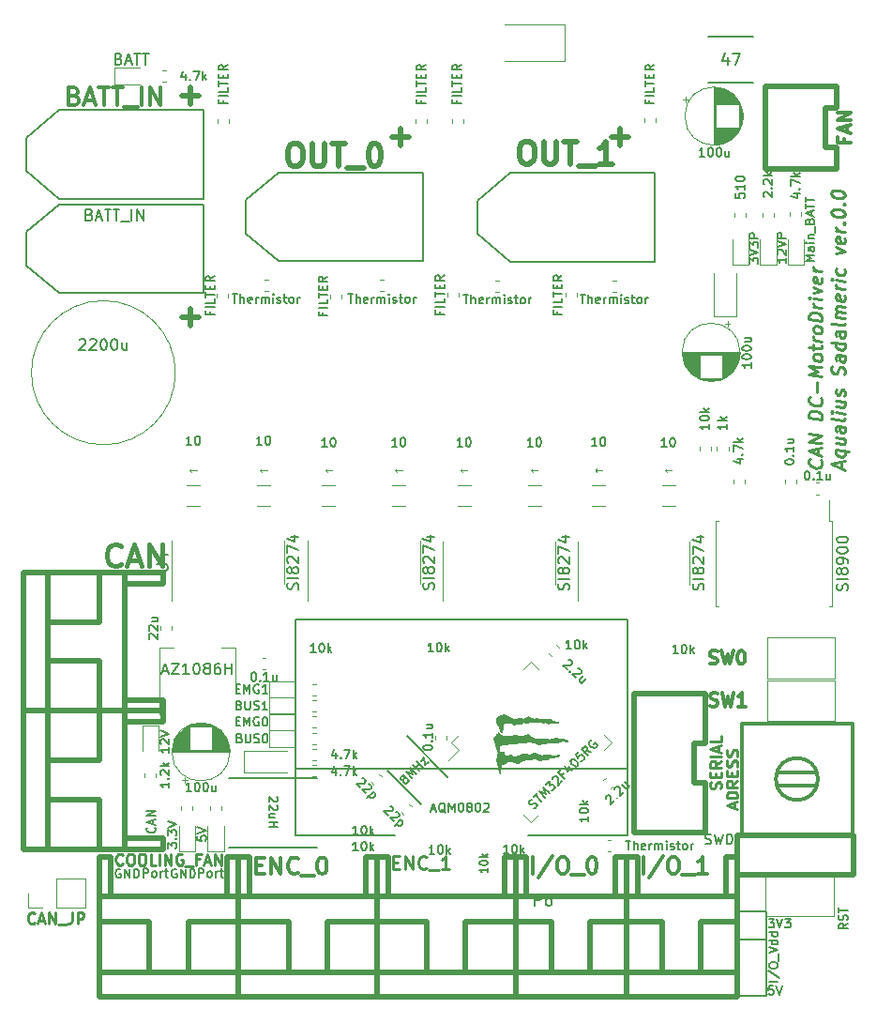
<source format=gbr>
G04 #@! TF.GenerationSoftware,KiCad,Pcbnew,(5.1.4)-1*
G04 #@! TF.CreationDate,2020-03-02T14:57:10+09:00*
G04 #@! TF.ProjectId,SteerMD,53746565-724d-4442-9e6b-696361645f70,rev?*
G04 #@! TF.SameCoordinates,Original*
G04 #@! TF.FileFunction,Legend,Top*
G04 #@! TF.FilePolarity,Positive*
%FSLAX46Y46*%
G04 Gerber Fmt 4.6, Leading zero omitted, Abs format (unit mm)*
G04 Created by KiCad (PCBNEW (5.1.4)-1) date 2020-03-02 14:57:10*
%MOMM*%
%LPD*%
G04 APERTURE LIST*
%ADD10C,0.150000*%
%ADD11C,0.100000*%
%ADD12C,0.250000*%
%ADD13C,0.500000*%
%ADD14C,0.120000*%
%ADD15C,0.300000*%
%ADD16C,0.200000*%
%ADD17C,0.010000*%
%ADD18C,0.400000*%
%ADD19C,0.375000*%
G04 APERTURE END LIST*
D10*
X139809523Y-132011904D02*
X140304761Y-132011904D01*
X140038095Y-132316666D01*
X140152380Y-132316666D01*
X140228571Y-132354761D01*
X140266666Y-132392857D01*
X140304761Y-132469047D01*
X140304761Y-132659523D01*
X140266666Y-132735714D01*
X140228571Y-132773809D01*
X140152380Y-132811904D01*
X139923809Y-132811904D01*
X139847619Y-132773809D01*
X139809523Y-132735714D01*
X140533333Y-132011904D02*
X140800000Y-132811904D01*
X141066666Y-132011904D01*
X141257142Y-132011904D02*
X141752380Y-132011904D01*
X141485714Y-132316666D01*
X141600000Y-132316666D01*
X141676190Y-132354761D01*
X141714285Y-132392857D01*
X141752380Y-132469047D01*
X141752380Y-132659523D01*
X141714285Y-132735714D01*
X141676190Y-132773809D01*
X141600000Y-132811904D01*
X141371428Y-132811904D01*
X141295238Y-132773809D01*
X141257142Y-132735714D01*
X140197619Y-138061904D02*
X139816666Y-138061904D01*
X139778571Y-138442857D01*
X139816666Y-138404761D01*
X139892857Y-138366666D01*
X140083333Y-138366666D01*
X140159523Y-138404761D01*
X140197619Y-138442857D01*
X140235714Y-138519047D01*
X140235714Y-138709523D01*
X140197619Y-138785714D01*
X140159523Y-138823809D01*
X140083333Y-138861904D01*
X139892857Y-138861904D01*
X139816666Y-138823809D01*
X139778571Y-138785714D01*
X140464285Y-138061904D02*
X140730952Y-138861904D01*
X140997619Y-138061904D01*
D11*
X131054761Y-91557142D02*
X130445238Y-91557142D01*
X130597619Y-91709523D02*
X130445238Y-91557142D01*
X130597619Y-91404761D01*
X124754761Y-91557142D02*
X124145238Y-91557142D01*
X124297619Y-91709523D02*
X124145238Y-91557142D01*
X124297619Y-91404761D01*
X118954761Y-91557142D02*
X118345238Y-91557142D01*
X118497619Y-91709523D02*
X118345238Y-91557142D01*
X118497619Y-91404761D01*
X112604761Y-91557142D02*
X111995238Y-91557142D01*
X112147619Y-91709523D02*
X111995238Y-91557142D01*
X112147619Y-91404761D01*
X106704761Y-91557142D02*
X106095238Y-91557142D01*
X106247619Y-91709523D02*
X106095238Y-91557142D01*
X106247619Y-91404761D01*
X100404761Y-91557142D02*
X99795238Y-91557142D01*
X99947619Y-91709523D02*
X99795238Y-91557142D01*
X99947619Y-91404761D01*
X94504761Y-91557142D02*
X93895238Y-91557142D01*
X94047619Y-91709523D02*
X93895238Y-91557142D01*
X94047619Y-91404761D01*
X88154761Y-91557142D02*
X87545238Y-91557142D01*
X87697619Y-91709523D02*
X87545238Y-91557142D01*
X87697619Y-91404761D01*
D10*
X86340476Y-127550000D02*
X86264285Y-127511904D01*
X86150000Y-127511904D01*
X86035714Y-127550000D01*
X85959523Y-127626190D01*
X85921428Y-127702380D01*
X85883333Y-127854761D01*
X85883333Y-127969047D01*
X85921428Y-128121428D01*
X85959523Y-128197619D01*
X86035714Y-128273809D01*
X86150000Y-128311904D01*
X86226190Y-128311904D01*
X86340476Y-128273809D01*
X86378571Y-128235714D01*
X86378571Y-127969047D01*
X86226190Y-127969047D01*
X86721428Y-128311904D02*
X86721428Y-127511904D01*
X87178571Y-128311904D01*
X87178571Y-127511904D01*
X87559523Y-128311904D02*
X87559523Y-127511904D01*
X87750000Y-127511904D01*
X87864285Y-127550000D01*
X87940476Y-127626190D01*
X87978571Y-127702380D01*
X88016666Y-127854761D01*
X88016666Y-127969047D01*
X87978571Y-128121428D01*
X87940476Y-128197619D01*
X87864285Y-128273809D01*
X87750000Y-128311904D01*
X87559523Y-128311904D01*
X88352380Y-128261904D02*
X88352380Y-127461904D01*
X88657142Y-127461904D01*
X88733333Y-127500000D01*
X88771428Y-127538095D01*
X88809523Y-127614285D01*
X88809523Y-127728571D01*
X88771428Y-127804761D01*
X88733333Y-127842857D01*
X88657142Y-127880952D01*
X88352380Y-127880952D01*
X89266666Y-128261904D02*
X89190476Y-128223809D01*
X89152380Y-128185714D01*
X89114285Y-128109523D01*
X89114285Y-127880952D01*
X89152380Y-127804761D01*
X89190476Y-127766666D01*
X89266666Y-127728571D01*
X89380952Y-127728571D01*
X89457142Y-127766666D01*
X89495238Y-127804761D01*
X89533333Y-127880952D01*
X89533333Y-128109523D01*
X89495238Y-128185714D01*
X89457142Y-128223809D01*
X89380952Y-128261904D01*
X89266666Y-128261904D01*
X89876190Y-128261904D02*
X89876190Y-127728571D01*
X89876190Y-127880952D02*
X89914285Y-127804761D01*
X89952380Y-127766666D01*
X90028571Y-127728571D01*
X90104761Y-127728571D01*
X90257142Y-127728571D02*
X90561904Y-127728571D01*
X90371428Y-127461904D02*
X90371428Y-128147619D01*
X90409523Y-128223809D01*
X90485714Y-128261904D01*
X90561904Y-128261904D01*
X83352380Y-128261904D02*
X83352380Y-127461904D01*
X83657142Y-127461904D01*
X83733333Y-127500000D01*
X83771428Y-127538095D01*
X83809523Y-127614285D01*
X83809523Y-127728571D01*
X83771428Y-127804761D01*
X83733333Y-127842857D01*
X83657142Y-127880952D01*
X83352380Y-127880952D01*
X84266666Y-128261904D02*
X84190476Y-128223809D01*
X84152380Y-128185714D01*
X84114285Y-128109523D01*
X84114285Y-127880952D01*
X84152380Y-127804761D01*
X84190476Y-127766666D01*
X84266666Y-127728571D01*
X84380952Y-127728571D01*
X84457142Y-127766666D01*
X84495238Y-127804761D01*
X84533333Y-127880952D01*
X84533333Y-128109523D01*
X84495238Y-128185714D01*
X84457142Y-128223809D01*
X84380952Y-128261904D01*
X84266666Y-128261904D01*
X84876190Y-128261904D02*
X84876190Y-127728571D01*
X84876190Y-127880952D02*
X84914285Y-127804761D01*
X84952380Y-127766666D01*
X85028571Y-127728571D01*
X85104761Y-127728571D01*
X85257142Y-127728571D02*
X85561904Y-127728571D01*
X85371428Y-127461904D02*
X85371428Y-128147619D01*
X85409523Y-128223809D01*
X85485714Y-128261904D01*
X85561904Y-128261904D01*
X81290476Y-127550000D02*
X81214285Y-127511904D01*
X81100000Y-127511904D01*
X80985714Y-127550000D01*
X80909523Y-127626190D01*
X80871428Y-127702380D01*
X80833333Y-127854761D01*
X80833333Y-127969047D01*
X80871428Y-128121428D01*
X80909523Y-128197619D01*
X80985714Y-128273809D01*
X81100000Y-128311904D01*
X81176190Y-128311904D01*
X81290476Y-128273809D01*
X81328571Y-128235714D01*
X81328571Y-127969047D01*
X81176190Y-127969047D01*
X81671428Y-128311904D02*
X81671428Y-127511904D01*
X82128571Y-128311904D01*
X82128571Y-127511904D01*
X82509523Y-128311904D02*
X82509523Y-127511904D01*
X82700000Y-127511904D01*
X82814285Y-127550000D01*
X82890476Y-127626190D01*
X82928571Y-127702380D01*
X82966666Y-127854761D01*
X82966666Y-127969047D01*
X82928571Y-128121428D01*
X82890476Y-128197619D01*
X82814285Y-128273809D01*
X82700000Y-128311904D01*
X82509523Y-128311904D01*
D12*
X81483333Y-127057142D02*
X81435714Y-127104761D01*
X81292857Y-127152380D01*
X81197619Y-127152380D01*
X81054761Y-127104761D01*
X80959523Y-127009523D01*
X80911904Y-126914285D01*
X80864285Y-126723809D01*
X80864285Y-126580952D01*
X80911904Y-126390476D01*
X80959523Y-126295238D01*
X81054761Y-126200000D01*
X81197619Y-126152380D01*
X81292857Y-126152380D01*
X81435714Y-126200000D01*
X81483333Y-126247619D01*
X82102380Y-126152380D02*
X82292857Y-126152380D01*
X82388095Y-126200000D01*
X82483333Y-126295238D01*
X82530952Y-126485714D01*
X82530952Y-126819047D01*
X82483333Y-127009523D01*
X82388095Y-127104761D01*
X82292857Y-127152380D01*
X82102380Y-127152380D01*
X82007142Y-127104761D01*
X81911904Y-127009523D01*
X81864285Y-126819047D01*
X81864285Y-126485714D01*
X81911904Y-126295238D01*
X82007142Y-126200000D01*
X82102380Y-126152380D01*
X83150000Y-126152380D02*
X83340476Y-126152380D01*
X83435714Y-126200000D01*
X83530952Y-126295238D01*
X83578571Y-126485714D01*
X83578571Y-126819047D01*
X83530952Y-127009523D01*
X83435714Y-127104761D01*
X83340476Y-127152380D01*
X83150000Y-127152380D01*
X83054761Y-127104761D01*
X82959523Y-127009523D01*
X82911904Y-126819047D01*
X82911904Y-126485714D01*
X82959523Y-126295238D01*
X83054761Y-126200000D01*
X83150000Y-126152380D01*
X84483333Y-127152380D02*
X84007142Y-127152380D01*
X84007142Y-126152380D01*
X84816666Y-127152380D02*
X84816666Y-126152380D01*
X85292857Y-127152380D02*
X85292857Y-126152380D01*
X85864285Y-127152380D01*
X85864285Y-126152380D01*
X86864285Y-126200000D02*
X86769047Y-126152380D01*
X86626190Y-126152380D01*
X86483333Y-126200000D01*
X86388095Y-126295238D01*
X86340476Y-126390476D01*
X86292857Y-126580952D01*
X86292857Y-126723809D01*
X86340476Y-126914285D01*
X86388095Y-127009523D01*
X86483333Y-127104761D01*
X86626190Y-127152380D01*
X86721428Y-127152380D01*
X86864285Y-127104761D01*
X86911904Y-127057142D01*
X86911904Y-126723809D01*
X86721428Y-126723809D01*
X87102380Y-127247619D02*
X87864285Y-127247619D01*
X88435714Y-126628571D02*
X88102380Y-126628571D01*
X88102380Y-127152380D02*
X88102380Y-126152380D01*
X88578571Y-126152380D01*
X88911904Y-126866666D02*
X89388095Y-126866666D01*
X88816666Y-127152380D02*
X89150000Y-126152380D01*
X89483333Y-127152380D01*
X89816666Y-127152380D02*
X89816666Y-126152380D01*
X90388095Y-127152380D01*
X90388095Y-126152380D01*
X144503571Y-90644642D02*
X144560714Y-90708928D01*
X144617857Y-90887500D01*
X144617857Y-91001785D01*
X144560714Y-91166071D01*
X144446428Y-91266071D01*
X144332142Y-91308928D01*
X144103571Y-91337500D01*
X143932142Y-91316071D01*
X143703571Y-91230357D01*
X143589285Y-91158928D01*
X143475000Y-91030357D01*
X143417857Y-90851785D01*
X143417857Y-90737500D01*
X143475000Y-90573214D01*
X143532142Y-90523214D01*
X144275000Y-90158928D02*
X144275000Y-89587500D01*
X144617857Y-90316071D02*
X143417857Y-89766071D01*
X144617857Y-89516071D01*
X144617857Y-89116071D02*
X143417857Y-88966071D01*
X144617857Y-88430357D01*
X143417857Y-88280357D01*
X144617857Y-86944642D02*
X143417857Y-86794642D01*
X143417857Y-86508928D01*
X143475000Y-86344642D01*
X143589285Y-86244642D01*
X143703571Y-86201785D01*
X143932142Y-86173214D01*
X144103571Y-86194642D01*
X144332142Y-86280357D01*
X144446428Y-86351785D01*
X144560714Y-86480357D01*
X144617857Y-86658928D01*
X144617857Y-86944642D01*
X144503571Y-85044642D02*
X144560714Y-85108928D01*
X144617857Y-85287500D01*
X144617857Y-85401785D01*
X144560714Y-85566071D01*
X144446428Y-85666071D01*
X144332142Y-85708928D01*
X144103571Y-85737500D01*
X143932142Y-85716071D01*
X143703571Y-85630357D01*
X143589285Y-85558928D01*
X143475000Y-85430357D01*
X143417857Y-85251785D01*
X143417857Y-85137500D01*
X143475000Y-84973214D01*
X143532142Y-84923214D01*
X144160714Y-84487500D02*
X144160714Y-83573214D01*
X144617857Y-83058928D02*
X143417857Y-82908928D01*
X144275000Y-82616071D01*
X143417857Y-82108928D01*
X144617857Y-82258928D01*
X144617857Y-81516071D02*
X144560714Y-81623214D01*
X144503571Y-81673214D01*
X144389285Y-81716071D01*
X144046428Y-81673214D01*
X143932142Y-81601785D01*
X143875000Y-81537500D01*
X143817857Y-81416071D01*
X143817857Y-81244642D01*
X143875000Y-81137500D01*
X143932142Y-81087500D01*
X144046428Y-81044642D01*
X144389285Y-81087500D01*
X144503571Y-81158928D01*
X144560714Y-81223214D01*
X144617857Y-81344642D01*
X144617857Y-81516071D01*
X143817857Y-80673214D02*
X143817857Y-80216071D01*
X143417857Y-80451785D02*
X144446428Y-80580357D01*
X144560714Y-80537500D01*
X144617857Y-80430357D01*
X144617857Y-80316071D01*
X144617857Y-79916071D02*
X143817857Y-79816071D01*
X144046428Y-79844642D02*
X143932142Y-79773214D01*
X143875000Y-79708928D01*
X143817857Y-79587500D01*
X143817857Y-79473214D01*
X144617857Y-79001785D02*
X144560714Y-79108928D01*
X144503571Y-79158928D01*
X144389285Y-79201785D01*
X144046428Y-79158928D01*
X143932142Y-79087500D01*
X143875000Y-79023214D01*
X143817857Y-78901785D01*
X143817857Y-78730357D01*
X143875000Y-78623214D01*
X143932142Y-78573214D01*
X144046428Y-78530357D01*
X144389285Y-78573214D01*
X144503571Y-78644642D01*
X144560714Y-78708928D01*
X144617857Y-78830357D01*
X144617857Y-79001785D01*
X144617857Y-78087500D02*
X143417857Y-77937500D01*
X143417857Y-77651785D01*
X143475000Y-77487500D01*
X143589285Y-77387500D01*
X143703571Y-77344642D01*
X143932142Y-77316071D01*
X144103571Y-77337500D01*
X144332142Y-77423214D01*
X144446428Y-77494642D01*
X144560714Y-77623214D01*
X144617857Y-77801785D01*
X144617857Y-78087500D01*
X144617857Y-76887500D02*
X143817857Y-76787500D01*
X144046428Y-76816071D02*
X143932142Y-76744642D01*
X143875000Y-76680357D01*
X143817857Y-76558928D01*
X143817857Y-76444642D01*
X144617857Y-76144642D02*
X143817857Y-76044642D01*
X143417857Y-75994642D02*
X143475000Y-76058928D01*
X143532142Y-76008928D01*
X143475000Y-75944642D01*
X143417857Y-75994642D01*
X143532142Y-76008928D01*
X143817857Y-75587500D02*
X144617857Y-75401785D01*
X143817857Y-75016071D01*
X144560714Y-74194642D02*
X144617857Y-74316071D01*
X144617857Y-74544642D01*
X144560714Y-74651785D01*
X144446428Y-74694642D01*
X143989285Y-74637500D01*
X143875000Y-74566071D01*
X143817857Y-74444642D01*
X143817857Y-74216071D01*
X143875000Y-74108928D01*
X143989285Y-74066071D01*
X144103571Y-74080357D01*
X144217857Y-74666071D01*
X144617857Y-73630357D02*
X143817857Y-73530357D01*
X144046428Y-73558928D02*
X143932142Y-73487500D01*
X143875000Y-73423214D01*
X143817857Y-73301785D01*
X143817857Y-73187500D01*
X146325000Y-91358928D02*
X146325000Y-90787500D01*
X146667857Y-91516071D02*
X145467857Y-90966071D01*
X146667857Y-90716071D01*
X145867857Y-89701785D02*
X147067857Y-89851785D01*
X146610714Y-89794642D02*
X146667857Y-89916071D01*
X146667857Y-90144642D01*
X146610714Y-90251785D01*
X146553571Y-90301785D01*
X146439285Y-90344642D01*
X146096428Y-90301785D01*
X145982142Y-90230357D01*
X145925000Y-90166071D01*
X145867857Y-90044642D01*
X145867857Y-89816071D01*
X145925000Y-89708928D01*
X145867857Y-88616071D02*
X146667857Y-88716071D01*
X145867857Y-89130357D02*
X146496428Y-89208928D01*
X146610714Y-89166071D01*
X146667857Y-89058928D01*
X146667857Y-88887500D01*
X146610714Y-88766071D01*
X146553571Y-88701785D01*
X146667857Y-87630357D02*
X146039285Y-87551785D01*
X145925000Y-87594642D01*
X145867857Y-87701785D01*
X145867857Y-87930357D01*
X145925000Y-88051785D01*
X146610714Y-87623214D02*
X146667857Y-87744642D01*
X146667857Y-88030357D01*
X146610714Y-88137500D01*
X146496428Y-88180357D01*
X146382142Y-88166071D01*
X146267857Y-88094642D01*
X146210714Y-87973214D01*
X146210714Y-87687500D01*
X146153571Y-87566071D01*
X146667857Y-86887500D02*
X146610714Y-86994642D01*
X146496428Y-87037500D01*
X145467857Y-86908928D01*
X146667857Y-86430357D02*
X145867857Y-86330357D01*
X145467857Y-86280357D02*
X145525000Y-86344642D01*
X145582142Y-86294642D01*
X145525000Y-86230357D01*
X145467857Y-86280357D01*
X145582142Y-86294642D01*
X145867857Y-85244642D02*
X146667857Y-85344642D01*
X145867857Y-85758928D02*
X146496428Y-85837500D01*
X146610714Y-85794642D01*
X146667857Y-85687500D01*
X146667857Y-85516071D01*
X146610714Y-85394642D01*
X146553571Y-85330357D01*
X146610714Y-84823214D02*
X146667857Y-84716071D01*
X146667857Y-84487500D01*
X146610714Y-84366071D01*
X146496428Y-84294642D01*
X146439285Y-84287500D01*
X146325000Y-84330357D01*
X146267857Y-84437500D01*
X146267857Y-84608928D01*
X146210714Y-84716071D01*
X146096428Y-84758928D01*
X146039285Y-84751785D01*
X145925000Y-84680357D01*
X145867857Y-84558928D01*
X145867857Y-84387500D01*
X145925000Y-84280357D01*
X146610714Y-82937500D02*
X146667857Y-82773214D01*
X146667857Y-82487500D01*
X146610714Y-82366071D01*
X146553571Y-82301785D01*
X146439285Y-82230357D01*
X146325000Y-82216071D01*
X146210714Y-82258928D01*
X146153571Y-82308928D01*
X146096428Y-82416071D01*
X146039285Y-82637500D01*
X145982142Y-82744642D01*
X145925000Y-82794642D01*
X145810714Y-82837500D01*
X145696428Y-82823214D01*
X145582142Y-82751785D01*
X145525000Y-82687500D01*
X145467857Y-82566071D01*
X145467857Y-82280357D01*
X145525000Y-82116071D01*
X146667857Y-81230357D02*
X146039285Y-81151785D01*
X145925000Y-81194642D01*
X145867857Y-81301785D01*
X145867857Y-81530357D01*
X145925000Y-81651785D01*
X146610714Y-81223214D02*
X146667857Y-81344642D01*
X146667857Y-81630357D01*
X146610714Y-81737500D01*
X146496428Y-81780357D01*
X146382142Y-81766071D01*
X146267857Y-81694642D01*
X146210714Y-81573214D01*
X146210714Y-81287500D01*
X146153571Y-81166071D01*
X146667857Y-80144642D02*
X145467857Y-79994642D01*
X146610714Y-80137500D02*
X146667857Y-80258928D01*
X146667857Y-80487500D01*
X146610714Y-80594642D01*
X146553571Y-80644642D01*
X146439285Y-80687500D01*
X146096428Y-80644642D01*
X145982142Y-80573214D01*
X145925000Y-80508928D01*
X145867857Y-80387500D01*
X145867857Y-80158928D01*
X145925000Y-80051785D01*
X146667857Y-79058928D02*
X146039285Y-78980357D01*
X145925000Y-79023214D01*
X145867857Y-79130357D01*
X145867857Y-79358928D01*
X145925000Y-79480357D01*
X146610714Y-79051785D02*
X146667857Y-79173214D01*
X146667857Y-79458928D01*
X146610714Y-79566071D01*
X146496428Y-79608928D01*
X146382142Y-79594642D01*
X146267857Y-79523214D01*
X146210714Y-79401785D01*
X146210714Y-79116071D01*
X146153571Y-78994642D01*
X146667857Y-78316071D02*
X146610714Y-78423214D01*
X146496428Y-78466071D01*
X145467857Y-78337500D01*
X146667857Y-77858928D02*
X145867857Y-77758928D01*
X145982142Y-77773214D02*
X145925000Y-77708928D01*
X145867857Y-77587500D01*
X145867857Y-77416071D01*
X145925000Y-77308928D01*
X146039285Y-77266071D01*
X146667857Y-77344642D01*
X146039285Y-77266071D02*
X145925000Y-77194642D01*
X145867857Y-77073214D01*
X145867857Y-76901785D01*
X145925000Y-76794642D01*
X146039285Y-76751785D01*
X146667857Y-76830357D01*
X146610714Y-75794642D02*
X146667857Y-75916071D01*
X146667857Y-76144642D01*
X146610714Y-76251785D01*
X146496428Y-76294642D01*
X146039285Y-76237500D01*
X145925000Y-76166071D01*
X145867857Y-76044642D01*
X145867857Y-75816071D01*
X145925000Y-75708928D01*
X146039285Y-75666071D01*
X146153571Y-75680357D01*
X146267857Y-76266071D01*
X146667857Y-75230357D02*
X145867857Y-75130357D01*
X146096428Y-75158928D02*
X145982142Y-75087500D01*
X145925000Y-75023214D01*
X145867857Y-74901785D01*
X145867857Y-74787500D01*
X146667857Y-74487500D02*
X145867857Y-74387500D01*
X145467857Y-74337500D02*
X145525000Y-74401785D01*
X145582142Y-74351785D01*
X145525000Y-74287500D01*
X145467857Y-74337500D01*
X145582142Y-74351785D01*
X146610714Y-73394642D02*
X146667857Y-73516071D01*
X146667857Y-73744642D01*
X146610714Y-73851785D01*
X146553571Y-73901785D01*
X146439285Y-73944642D01*
X146096428Y-73901785D01*
X145982142Y-73830357D01*
X145925000Y-73766071D01*
X145867857Y-73644642D01*
X145867857Y-73416071D01*
X145925000Y-73308928D01*
X145867857Y-71987500D02*
X146667857Y-71801785D01*
X145867857Y-71416071D01*
X146610714Y-70594642D02*
X146667857Y-70716071D01*
X146667857Y-70944642D01*
X146610714Y-71051785D01*
X146496428Y-71094642D01*
X146039285Y-71037500D01*
X145925000Y-70966071D01*
X145867857Y-70844642D01*
X145867857Y-70616071D01*
X145925000Y-70508928D01*
X146039285Y-70466071D01*
X146153571Y-70480357D01*
X146267857Y-71066071D01*
X146667857Y-70030357D02*
X145867857Y-69930357D01*
X146096428Y-69958928D02*
X145982142Y-69887500D01*
X145925000Y-69823214D01*
X145867857Y-69701785D01*
X145867857Y-69587500D01*
X146553571Y-69273214D02*
X146610714Y-69223214D01*
X146667857Y-69287500D01*
X146610714Y-69337500D01*
X146553571Y-69273214D01*
X146667857Y-69287500D01*
X145467857Y-68337500D02*
X145467857Y-68223214D01*
X145525000Y-68116071D01*
X145582142Y-68066071D01*
X145696428Y-68023214D01*
X145925000Y-67994642D01*
X146210714Y-68030357D01*
X146439285Y-68116071D01*
X146553571Y-68187500D01*
X146610714Y-68251785D01*
X146667857Y-68373214D01*
X146667857Y-68487500D01*
X146610714Y-68594642D01*
X146553571Y-68644642D01*
X146439285Y-68687500D01*
X146210714Y-68716071D01*
X145925000Y-68680357D01*
X145696428Y-68594642D01*
X145582142Y-68523214D01*
X145525000Y-68458928D01*
X145467857Y-68337500D01*
X146553571Y-67558928D02*
X146610714Y-67508928D01*
X146667857Y-67573214D01*
X146610714Y-67623214D01*
X146553571Y-67558928D01*
X146667857Y-67573214D01*
X145467857Y-66623214D02*
X145467857Y-66508928D01*
X145525000Y-66401785D01*
X145582142Y-66351785D01*
X145696428Y-66308928D01*
X145925000Y-66280357D01*
X146210714Y-66316071D01*
X146439285Y-66401785D01*
X146553571Y-66473214D01*
X146610714Y-66537500D01*
X146667857Y-66658928D01*
X146667857Y-66773214D01*
X146610714Y-66880357D01*
X146553571Y-66930357D01*
X146439285Y-66973214D01*
X146210714Y-67001785D01*
X145925000Y-66966071D01*
X145696428Y-66880357D01*
X145582142Y-66808928D01*
X145525000Y-66744642D01*
X145467857Y-66623214D01*
D13*
X126357142Y-60738095D02*
X126357142Y-62261904D01*
X125595238Y-61500000D02*
X127119047Y-61500000D01*
X106607142Y-60738095D02*
X106607142Y-62261904D01*
X105845238Y-61500000D02*
X107369047Y-61500000D01*
X87642857Y-78511904D02*
X87642857Y-76988095D01*
X88404761Y-77750000D02*
X86880952Y-77750000D01*
X87642857Y-58561904D02*
X87642857Y-57038095D01*
X88404761Y-57800000D02*
X86880952Y-57800000D01*
D14*
X124904880Y-116746751D02*
X125576631Y-116075000D01*
X125576631Y-116075000D02*
X124904880Y-115403249D01*
X119021751Y-122629880D02*
X118350000Y-123301631D01*
X118350000Y-123301631D02*
X117678249Y-122629880D01*
X117678249Y-109520120D02*
X118350000Y-108848369D01*
X118350000Y-108848369D02*
X119021751Y-109520120D01*
X111795120Y-115403249D02*
X111123369Y-116075000D01*
X111123369Y-116075000D02*
X111795120Y-116746751D01*
X111795120Y-116746751D02*
X110847597Y-117694275D01*
D10*
X129500000Y-64750000D02*
X129500000Y-72750000D01*
X113500000Y-67250000D02*
X113500000Y-70250000D01*
X116500000Y-64750000D02*
X129500000Y-64750000D01*
X113500000Y-67250000D02*
X116500000Y-64750000D01*
X116500000Y-72750000D02*
X129500000Y-72750000D01*
X113500000Y-70250000D02*
X116500000Y-72750000D01*
X108600000Y-64700000D02*
X108600000Y-72700000D01*
X92600000Y-67200000D02*
X92600000Y-70200000D01*
X95600000Y-64700000D02*
X108600000Y-64700000D01*
X92600000Y-67200000D02*
X95600000Y-64700000D01*
X95600000Y-72700000D02*
X108600000Y-72700000D01*
X92600000Y-70200000D02*
X95600000Y-72700000D01*
D15*
X144250000Y-119400000D02*
G75*
G03X144250000Y-119400000I-1900000J0D01*
G01*
X144150000Y-118800000D02*
X140650000Y-118800000D01*
X144150000Y-120000000D02*
X140550000Y-120000000D01*
X147350000Y-124400000D02*
X137350000Y-124400000D01*
X137350000Y-124400000D02*
X137350000Y-114400000D01*
X137350000Y-114400000D02*
X147350000Y-114400000D01*
X147350000Y-114400000D02*
X147350000Y-124400000D01*
D16*
X97050000Y-118500000D02*
X127050000Y-118500000D01*
X97050000Y-124500000D02*
X97050000Y-105000000D01*
X97050000Y-105000000D02*
X127050000Y-105000000D01*
X127050000Y-105000000D02*
X127050000Y-124500000D01*
X118050000Y-124500000D02*
X127050000Y-124500000D01*
X106050000Y-124500000D02*
X97050000Y-124500000D01*
D13*
X91900000Y-126450000D02*
X90900000Y-126450000D01*
X90900000Y-126450000D02*
X90900000Y-129950000D01*
X79400000Y-126450000D02*
X80400000Y-126450000D01*
X80400000Y-126450000D02*
X80400000Y-129950000D01*
X91900000Y-129950000D02*
X79400000Y-129950000D01*
X87400000Y-132250000D02*
X91900000Y-132250000D01*
X83900000Y-132250000D02*
X79400000Y-132250000D01*
X87400000Y-132250000D02*
X87400000Y-136850000D01*
X83900000Y-132250000D02*
X83900000Y-136850000D01*
X79400000Y-136850000D02*
X91900000Y-136850000D01*
X91900000Y-126450000D02*
X91900000Y-139050000D01*
X91900000Y-139050000D02*
X79400000Y-139050000D01*
X79400000Y-126450000D02*
X79400000Y-139050000D01*
D14*
X134990000Y-99950000D02*
X134990000Y-103810000D01*
X134990000Y-103810000D02*
X135245000Y-103810000D01*
X134990000Y-99950000D02*
X134990000Y-96090000D01*
X134990000Y-96090000D02*
X135245000Y-96090000D01*
X145510000Y-99950000D02*
X145510000Y-103810000D01*
X145510000Y-103810000D02*
X145255000Y-103810000D01*
X145510000Y-99950000D02*
X145510000Y-96090000D01*
X145510000Y-96090000D02*
X145255000Y-96090000D01*
X145255000Y-96090000D02*
X145255000Y-94275000D01*
D13*
X85150000Y-125750000D02*
X85150000Y-124750000D01*
X85150000Y-124750000D02*
X81650000Y-124750000D01*
X85150000Y-113250000D02*
X85150000Y-114250000D01*
X85150000Y-114250000D02*
X81650000Y-114250000D01*
X81650000Y-125750000D02*
X81650000Y-113250000D01*
X79350000Y-121250000D02*
X79350000Y-125750000D01*
X79350000Y-117750000D02*
X79350000Y-113250000D01*
X79350000Y-121250000D02*
X74750000Y-121250000D01*
X79350000Y-117750000D02*
X74750000Y-117750000D01*
X74750000Y-113250000D02*
X74750000Y-125750000D01*
X85150000Y-125750000D02*
X72550000Y-125750000D01*
X72550000Y-125750000D02*
X72550000Y-113250000D01*
X85150000Y-113250000D02*
X72550000Y-113250000D01*
X85150000Y-100750000D02*
X72550000Y-100750000D01*
X72550000Y-113250000D02*
X72550000Y-100750000D01*
X85150000Y-113250000D02*
X72550000Y-113250000D01*
X74750000Y-100750000D02*
X74750000Y-113250000D01*
X79350000Y-105250000D02*
X74750000Y-105250000D01*
X79350000Y-108750000D02*
X74750000Y-108750000D01*
X79350000Y-105250000D02*
X79350000Y-100750000D01*
X79350000Y-108750000D02*
X79350000Y-113250000D01*
X81650000Y-113250000D02*
X81650000Y-100750000D01*
X85150000Y-101750000D02*
X81650000Y-101750000D01*
X85150000Y-100750000D02*
X85150000Y-101750000D01*
X85150000Y-112250000D02*
X81650000Y-112250000D01*
X85150000Y-113250000D02*
X85150000Y-112250000D01*
X91950000Y-126450000D02*
X91950000Y-139050000D01*
X104450000Y-139050000D02*
X91950000Y-139050000D01*
X104450000Y-126450000D02*
X104450000Y-139050000D01*
X91950000Y-136850000D02*
X104450000Y-136850000D01*
X96450000Y-132250000D02*
X96450000Y-136850000D01*
X99950000Y-132250000D02*
X99950000Y-136850000D01*
X96450000Y-132250000D02*
X91950000Y-132250000D01*
X99950000Y-132250000D02*
X104450000Y-132250000D01*
X104450000Y-129950000D02*
X91950000Y-129950000D01*
X92950000Y-126450000D02*
X92950000Y-129950000D01*
X91950000Y-126450000D02*
X92950000Y-126450000D01*
X103450000Y-126450000D02*
X103450000Y-129950000D01*
X104450000Y-126450000D02*
X103450000Y-126450000D01*
X116950000Y-126450000D02*
X115950000Y-126450000D01*
X115950000Y-126450000D02*
X115950000Y-129950000D01*
X104450000Y-126450000D02*
X105450000Y-126450000D01*
X105450000Y-126450000D02*
X105450000Y-129950000D01*
X116950000Y-129950000D02*
X104450000Y-129950000D01*
X112450000Y-132250000D02*
X116950000Y-132250000D01*
X108950000Y-132250000D02*
X104450000Y-132250000D01*
X112450000Y-132250000D02*
X112450000Y-136850000D01*
X108950000Y-132250000D02*
X108950000Y-136850000D01*
X104450000Y-136850000D02*
X116950000Y-136850000D01*
X116950000Y-126450000D02*
X116950000Y-139050000D01*
X116950000Y-139050000D02*
X104450000Y-139050000D01*
X104450000Y-126450000D02*
X104450000Y-139050000D01*
X139500000Y-56900000D02*
X139500000Y-64400000D01*
X145900000Y-56900000D02*
X139500000Y-56900000D01*
X139500000Y-64400000D02*
X145900000Y-64400000D01*
X145900000Y-58900000D02*
X145900000Y-56900000D01*
X144900000Y-58900000D02*
X145900000Y-58900000D01*
X144900000Y-62400000D02*
X144900000Y-58900000D01*
X145900000Y-62400000D02*
X144900000Y-62400000D01*
X145900000Y-64400000D02*
X145900000Y-62400000D01*
X134075000Y-124200000D02*
X134075000Y-119700000D01*
X134075000Y-119700000D02*
X133075000Y-119700000D01*
X133075000Y-119700000D02*
X133075000Y-116200000D01*
X133075000Y-116200000D02*
X134075000Y-116200000D01*
X134075000Y-116200000D02*
X134075000Y-111700000D01*
X127675000Y-111700000D02*
X127675000Y-124200000D01*
X134075000Y-111700000D02*
X127675000Y-111700000D01*
X127675000Y-124200000D02*
X134075000Y-124200000D01*
X136950000Y-124500000D02*
X136950000Y-128000000D01*
X147450000Y-124500000D02*
X136950000Y-124500000D01*
X147450000Y-128000000D02*
X136950000Y-128000000D01*
X147450000Y-128000000D02*
X147450000Y-124500000D01*
D10*
X72750000Y-73050000D02*
X75750000Y-75550000D01*
X75750000Y-75550000D02*
X88750000Y-75550000D01*
X72750000Y-70050000D02*
X75750000Y-67550000D01*
X75750000Y-67550000D02*
X88750000Y-67550000D01*
X72750000Y-70050000D02*
X72750000Y-73050000D01*
X88750000Y-67550000D02*
X88750000Y-75550000D01*
X88750000Y-59050000D02*
X88750000Y-67050000D01*
X72750000Y-61550000D02*
X72750000Y-64550000D01*
X75750000Y-59050000D02*
X88750000Y-59050000D01*
X72750000Y-61550000D02*
X75750000Y-59050000D01*
X75750000Y-67050000D02*
X88750000Y-67050000D01*
X72750000Y-64550000D02*
X75750000Y-67050000D01*
D14*
X115137221Y-75460000D02*
X115462779Y-75460000D01*
X115137221Y-74440000D02*
X115462779Y-74440000D01*
X98587221Y-116690000D02*
X98912779Y-116690000D01*
X98587221Y-117710000D02*
X98912779Y-117710000D01*
X94287221Y-74390000D02*
X94612779Y-74390000D01*
X94287221Y-75410000D02*
X94612779Y-75410000D01*
D10*
X108436396Y-121665559D02*
X105395837Y-118625000D01*
X107128249Y-115549086D02*
X110840559Y-119261396D01*
D14*
X103917426Y-119663675D02*
X104147631Y-119893880D01*
X104638675Y-118942426D02*
X104868880Y-119172631D01*
X106854478Y-122600727D02*
X106624273Y-122370522D01*
X107575727Y-121879478D02*
X107345522Y-121649273D01*
X110720000Y-115487221D02*
X110720000Y-115812779D01*
X109700000Y-115487221D02*
X109700000Y-115812779D01*
X125800727Y-120020522D02*
X125570522Y-120250727D01*
X125079478Y-119299273D02*
X124849273Y-119529478D01*
X120866868Y-107538025D02*
X120628770Y-107315995D01*
X120171230Y-108284005D02*
X119933132Y-108061975D01*
X144037221Y-92690000D02*
X144362779Y-92690000D01*
X144037221Y-93710000D02*
X144362779Y-93710000D01*
X142260000Y-92712779D02*
X142260000Y-92387221D01*
X141240000Y-92712779D02*
X141240000Y-92387221D01*
X137470000Y-59600000D02*
G75*
G03X137470000Y-59600000I-2620000J0D01*
G01*
X134850000Y-57020000D02*
X134850000Y-62180000D01*
X134890000Y-57020000D02*
X134890000Y-62180000D01*
X134930000Y-57021000D02*
X134930000Y-62179000D01*
X134970000Y-57022000D02*
X134970000Y-62178000D01*
X135010000Y-57024000D02*
X135010000Y-62176000D01*
X135050000Y-57027000D02*
X135050000Y-62173000D01*
X135090000Y-57031000D02*
X135090000Y-58560000D01*
X135090000Y-60640000D02*
X135090000Y-62169000D01*
X135130000Y-57035000D02*
X135130000Y-58560000D01*
X135130000Y-60640000D02*
X135130000Y-62165000D01*
X135170000Y-57039000D02*
X135170000Y-58560000D01*
X135170000Y-60640000D02*
X135170000Y-62161000D01*
X135210000Y-57044000D02*
X135210000Y-58560000D01*
X135210000Y-60640000D02*
X135210000Y-62156000D01*
X135250000Y-57050000D02*
X135250000Y-58560000D01*
X135250000Y-60640000D02*
X135250000Y-62150000D01*
X135290000Y-57057000D02*
X135290000Y-58560000D01*
X135290000Y-60640000D02*
X135290000Y-62143000D01*
X135330000Y-57064000D02*
X135330000Y-58560000D01*
X135330000Y-60640000D02*
X135330000Y-62136000D01*
X135370000Y-57072000D02*
X135370000Y-58560000D01*
X135370000Y-60640000D02*
X135370000Y-62128000D01*
X135410000Y-57080000D02*
X135410000Y-58560000D01*
X135410000Y-60640000D02*
X135410000Y-62120000D01*
X135450000Y-57089000D02*
X135450000Y-58560000D01*
X135450000Y-60640000D02*
X135450000Y-62111000D01*
X135490000Y-57099000D02*
X135490000Y-58560000D01*
X135490000Y-60640000D02*
X135490000Y-62101000D01*
X135530000Y-57109000D02*
X135530000Y-58560000D01*
X135530000Y-60640000D02*
X135530000Y-62091000D01*
X135571000Y-57120000D02*
X135571000Y-58560000D01*
X135571000Y-60640000D02*
X135571000Y-62080000D01*
X135611000Y-57132000D02*
X135611000Y-58560000D01*
X135611000Y-60640000D02*
X135611000Y-62068000D01*
X135651000Y-57145000D02*
X135651000Y-58560000D01*
X135651000Y-60640000D02*
X135651000Y-62055000D01*
X135691000Y-57158000D02*
X135691000Y-58560000D01*
X135691000Y-60640000D02*
X135691000Y-62042000D01*
X135731000Y-57172000D02*
X135731000Y-58560000D01*
X135731000Y-60640000D02*
X135731000Y-62028000D01*
X135771000Y-57186000D02*
X135771000Y-58560000D01*
X135771000Y-60640000D02*
X135771000Y-62014000D01*
X135811000Y-57202000D02*
X135811000Y-58560000D01*
X135811000Y-60640000D02*
X135811000Y-61998000D01*
X135851000Y-57218000D02*
X135851000Y-58560000D01*
X135851000Y-60640000D02*
X135851000Y-61982000D01*
X135891000Y-57235000D02*
X135891000Y-58560000D01*
X135891000Y-60640000D02*
X135891000Y-61965000D01*
X135931000Y-57252000D02*
X135931000Y-58560000D01*
X135931000Y-60640000D02*
X135931000Y-61948000D01*
X135971000Y-57271000D02*
X135971000Y-58560000D01*
X135971000Y-60640000D02*
X135971000Y-61929000D01*
X136011000Y-57290000D02*
X136011000Y-58560000D01*
X136011000Y-60640000D02*
X136011000Y-61910000D01*
X136051000Y-57310000D02*
X136051000Y-58560000D01*
X136051000Y-60640000D02*
X136051000Y-61890000D01*
X136091000Y-57332000D02*
X136091000Y-58560000D01*
X136091000Y-60640000D02*
X136091000Y-61868000D01*
X136131000Y-57353000D02*
X136131000Y-58560000D01*
X136131000Y-60640000D02*
X136131000Y-61847000D01*
X136171000Y-57376000D02*
X136171000Y-58560000D01*
X136171000Y-60640000D02*
X136171000Y-61824000D01*
X136211000Y-57400000D02*
X136211000Y-58560000D01*
X136211000Y-60640000D02*
X136211000Y-61800000D01*
X136251000Y-57425000D02*
X136251000Y-58560000D01*
X136251000Y-60640000D02*
X136251000Y-61775000D01*
X136291000Y-57451000D02*
X136291000Y-58560000D01*
X136291000Y-60640000D02*
X136291000Y-61749000D01*
X136331000Y-57478000D02*
X136331000Y-58560000D01*
X136331000Y-60640000D02*
X136331000Y-61722000D01*
X136371000Y-57505000D02*
X136371000Y-58560000D01*
X136371000Y-60640000D02*
X136371000Y-61695000D01*
X136411000Y-57535000D02*
X136411000Y-58560000D01*
X136411000Y-60640000D02*
X136411000Y-61665000D01*
X136451000Y-57565000D02*
X136451000Y-58560000D01*
X136451000Y-60640000D02*
X136451000Y-61635000D01*
X136491000Y-57596000D02*
X136491000Y-58560000D01*
X136491000Y-60640000D02*
X136491000Y-61604000D01*
X136531000Y-57629000D02*
X136531000Y-58560000D01*
X136531000Y-60640000D02*
X136531000Y-61571000D01*
X136571000Y-57663000D02*
X136571000Y-58560000D01*
X136571000Y-60640000D02*
X136571000Y-61537000D01*
X136611000Y-57699000D02*
X136611000Y-58560000D01*
X136611000Y-60640000D02*
X136611000Y-61501000D01*
X136651000Y-57736000D02*
X136651000Y-58560000D01*
X136651000Y-60640000D02*
X136651000Y-61464000D01*
X136691000Y-57774000D02*
X136691000Y-58560000D01*
X136691000Y-60640000D02*
X136691000Y-61426000D01*
X136731000Y-57815000D02*
X136731000Y-58560000D01*
X136731000Y-60640000D02*
X136731000Y-61385000D01*
X136771000Y-57857000D02*
X136771000Y-58560000D01*
X136771000Y-60640000D02*
X136771000Y-61343000D01*
X136811000Y-57901000D02*
X136811000Y-58560000D01*
X136811000Y-60640000D02*
X136811000Y-61299000D01*
X136851000Y-57947000D02*
X136851000Y-58560000D01*
X136851000Y-60640000D02*
X136851000Y-61253000D01*
X136891000Y-57995000D02*
X136891000Y-58560000D01*
X136891000Y-60640000D02*
X136891000Y-61205000D01*
X136931000Y-58046000D02*
X136931000Y-58560000D01*
X136931000Y-60640000D02*
X136931000Y-61154000D01*
X136971000Y-58100000D02*
X136971000Y-58560000D01*
X136971000Y-60640000D02*
X136971000Y-61100000D01*
X137011000Y-58157000D02*
X137011000Y-58560000D01*
X137011000Y-60640000D02*
X137011000Y-61043000D01*
X137051000Y-58217000D02*
X137051000Y-58560000D01*
X137051000Y-60640000D02*
X137051000Y-60983000D01*
X137091000Y-58281000D02*
X137091000Y-58560000D01*
X137091000Y-60640000D02*
X137091000Y-60919000D01*
X137131000Y-58349000D02*
X137131000Y-58560000D01*
X137131000Y-60640000D02*
X137131000Y-60851000D01*
X137171000Y-58422000D02*
X137171000Y-60778000D01*
X137211000Y-58502000D02*
X137211000Y-60698000D01*
X137251000Y-58589000D02*
X137251000Y-60611000D01*
X137291000Y-58685000D02*
X137291000Y-60515000D01*
X137331000Y-58795000D02*
X137331000Y-60405000D01*
X137371000Y-58923000D02*
X137371000Y-60277000D01*
X137411000Y-59082000D02*
X137411000Y-60118000D01*
X137451000Y-59316000D02*
X137451000Y-59884000D01*
X132045225Y-58125000D02*
X132545225Y-58125000D01*
X132295225Y-57875000D02*
X132295225Y-58375000D01*
X91170000Y-116950000D02*
G75*
G03X91170000Y-116950000I-2620000J0D01*
G01*
X85970000Y-116950000D02*
X91130000Y-116950000D01*
X85970000Y-116910000D02*
X91130000Y-116910000D01*
X85971000Y-116870000D02*
X91129000Y-116870000D01*
X85972000Y-116830000D02*
X91128000Y-116830000D01*
X85974000Y-116790000D02*
X91126000Y-116790000D01*
X85977000Y-116750000D02*
X91123000Y-116750000D01*
X85981000Y-116710000D02*
X87510000Y-116710000D01*
X89590000Y-116710000D02*
X91119000Y-116710000D01*
X85985000Y-116670000D02*
X87510000Y-116670000D01*
X89590000Y-116670000D02*
X91115000Y-116670000D01*
X85989000Y-116630000D02*
X87510000Y-116630000D01*
X89590000Y-116630000D02*
X91111000Y-116630000D01*
X85994000Y-116590000D02*
X87510000Y-116590000D01*
X89590000Y-116590000D02*
X91106000Y-116590000D01*
X86000000Y-116550000D02*
X87510000Y-116550000D01*
X89590000Y-116550000D02*
X91100000Y-116550000D01*
X86007000Y-116510000D02*
X87510000Y-116510000D01*
X89590000Y-116510000D02*
X91093000Y-116510000D01*
X86014000Y-116470000D02*
X87510000Y-116470000D01*
X89590000Y-116470000D02*
X91086000Y-116470000D01*
X86022000Y-116430000D02*
X87510000Y-116430000D01*
X89590000Y-116430000D02*
X91078000Y-116430000D01*
X86030000Y-116390000D02*
X87510000Y-116390000D01*
X89590000Y-116390000D02*
X91070000Y-116390000D01*
X86039000Y-116350000D02*
X87510000Y-116350000D01*
X89590000Y-116350000D02*
X91061000Y-116350000D01*
X86049000Y-116310000D02*
X87510000Y-116310000D01*
X89590000Y-116310000D02*
X91051000Y-116310000D01*
X86059000Y-116270000D02*
X87510000Y-116270000D01*
X89590000Y-116270000D02*
X91041000Y-116270000D01*
X86070000Y-116229000D02*
X87510000Y-116229000D01*
X89590000Y-116229000D02*
X91030000Y-116229000D01*
X86082000Y-116189000D02*
X87510000Y-116189000D01*
X89590000Y-116189000D02*
X91018000Y-116189000D01*
X86095000Y-116149000D02*
X87510000Y-116149000D01*
X89590000Y-116149000D02*
X91005000Y-116149000D01*
X86108000Y-116109000D02*
X87510000Y-116109000D01*
X89590000Y-116109000D02*
X90992000Y-116109000D01*
X86122000Y-116069000D02*
X87510000Y-116069000D01*
X89590000Y-116069000D02*
X90978000Y-116069000D01*
X86136000Y-116029000D02*
X87510000Y-116029000D01*
X89590000Y-116029000D02*
X90964000Y-116029000D01*
X86152000Y-115989000D02*
X87510000Y-115989000D01*
X89590000Y-115989000D02*
X90948000Y-115989000D01*
X86168000Y-115949000D02*
X87510000Y-115949000D01*
X89590000Y-115949000D02*
X90932000Y-115949000D01*
X86185000Y-115909000D02*
X87510000Y-115909000D01*
X89590000Y-115909000D02*
X90915000Y-115909000D01*
X86202000Y-115869000D02*
X87510000Y-115869000D01*
X89590000Y-115869000D02*
X90898000Y-115869000D01*
X86221000Y-115829000D02*
X87510000Y-115829000D01*
X89590000Y-115829000D02*
X90879000Y-115829000D01*
X86240000Y-115789000D02*
X87510000Y-115789000D01*
X89590000Y-115789000D02*
X90860000Y-115789000D01*
X86260000Y-115749000D02*
X87510000Y-115749000D01*
X89590000Y-115749000D02*
X90840000Y-115749000D01*
X86282000Y-115709000D02*
X87510000Y-115709000D01*
X89590000Y-115709000D02*
X90818000Y-115709000D01*
X86303000Y-115669000D02*
X87510000Y-115669000D01*
X89590000Y-115669000D02*
X90797000Y-115669000D01*
X86326000Y-115629000D02*
X87510000Y-115629000D01*
X89590000Y-115629000D02*
X90774000Y-115629000D01*
X86350000Y-115589000D02*
X87510000Y-115589000D01*
X89590000Y-115589000D02*
X90750000Y-115589000D01*
X86375000Y-115549000D02*
X87510000Y-115549000D01*
X89590000Y-115549000D02*
X90725000Y-115549000D01*
X86401000Y-115509000D02*
X87510000Y-115509000D01*
X89590000Y-115509000D02*
X90699000Y-115509000D01*
X86428000Y-115469000D02*
X87510000Y-115469000D01*
X89590000Y-115469000D02*
X90672000Y-115469000D01*
X86455000Y-115429000D02*
X87510000Y-115429000D01*
X89590000Y-115429000D02*
X90645000Y-115429000D01*
X86485000Y-115389000D02*
X87510000Y-115389000D01*
X89590000Y-115389000D02*
X90615000Y-115389000D01*
X86515000Y-115349000D02*
X87510000Y-115349000D01*
X89590000Y-115349000D02*
X90585000Y-115349000D01*
X86546000Y-115309000D02*
X87510000Y-115309000D01*
X89590000Y-115309000D02*
X90554000Y-115309000D01*
X86579000Y-115269000D02*
X87510000Y-115269000D01*
X89590000Y-115269000D02*
X90521000Y-115269000D01*
X86613000Y-115229000D02*
X87510000Y-115229000D01*
X89590000Y-115229000D02*
X90487000Y-115229000D01*
X86649000Y-115189000D02*
X87510000Y-115189000D01*
X89590000Y-115189000D02*
X90451000Y-115189000D01*
X86686000Y-115149000D02*
X87510000Y-115149000D01*
X89590000Y-115149000D02*
X90414000Y-115149000D01*
X86724000Y-115109000D02*
X87510000Y-115109000D01*
X89590000Y-115109000D02*
X90376000Y-115109000D01*
X86765000Y-115069000D02*
X87510000Y-115069000D01*
X89590000Y-115069000D02*
X90335000Y-115069000D01*
X86807000Y-115029000D02*
X87510000Y-115029000D01*
X89590000Y-115029000D02*
X90293000Y-115029000D01*
X86851000Y-114989000D02*
X87510000Y-114989000D01*
X89590000Y-114989000D02*
X90249000Y-114989000D01*
X86897000Y-114949000D02*
X87510000Y-114949000D01*
X89590000Y-114949000D02*
X90203000Y-114949000D01*
X86945000Y-114909000D02*
X87510000Y-114909000D01*
X89590000Y-114909000D02*
X90155000Y-114909000D01*
X86996000Y-114869000D02*
X87510000Y-114869000D01*
X89590000Y-114869000D02*
X90104000Y-114869000D01*
X87050000Y-114829000D02*
X87510000Y-114829000D01*
X89590000Y-114829000D02*
X90050000Y-114829000D01*
X87107000Y-114789000D02*
X87510000Y-114789000D01*
X89590000Y-114789000D02*
X89993000Y-114789000D01*
X87167000Y-114749000D02*
X87510000Y-114749000D01*
X89590000Y-114749000D02*
X89933000Y-114749000D01*
X87231000Y-114709000D02*
X87510000Y-114709000D01*
X89590000Y-114709000D02*
X89869000Y-114709000D01*
X87299000Y-114669000D02*
X87510000Y-114669000D01*
X89590000Y-114669000D02*
X89801000Y-114669000D01*
X87372000Y-114629000D02*
X89728000Y-114629000D01*
X87452000Y-114589000D02*
X89648000Y-114589000D01*
X87539000Y-114549000D02*
X89561000Y-114549000D01*
X87635000Y-114509000D02*
X89465000Y-114509000D01*
X87745000Y-114469000D02*
X89355000Y-114469000D01*
X87873000Y-114429000D02*
X89227000Y-114429000D01*
X88032000Y-114389000D02*
X89068000Y-114389000D01*
X88266000Y-114349000D02*
X88834000Y-114349000D01*
X87075000Y-119754775D02*
X87075000Y-119254775D01*
X86825000Y-119504775D02*
X87325000Y-119504775D01*
X94750000Y-112055000D02*
X97035000Y-112055000D01*
X94750000Y-110585000D02*
X94750000Y-112055000D01*
X97035000Y-110585000D02*
X94750000Y-110585000D01*
X97035000Y-112035000D02*
X94750000Y-112035000D01*
X94750000Y-112035000D02*
X94750000Y-113505000D01*
X94750000Y-113505000D02*
X97035000Y-113505000D01*
X94750000Y-115005000D02*
X97035000Y-115005000D01*
X94750000Y-113535000D02*
X94750000Y-115005000D01*
X97035000Y-113535000D02*
X94750000Y-113535000D01*
X121400000Y-54650000D02*
X121400000Y-51350000D01*
X121400000Y-51350000D02*
X116000000Y-51350000D01*
X121400000Y-54650000D02*
X116000000Y-54650000D01*
X134850000Y-77700000D02*
X134850000Y-73800000D01*
X136850000Y-77700000D02*
X136850000Y-73800000D01*
X134850000Y-77700000D02*
X136850000Y-77700000D01*
X80765000Y-56735000D02*
X83050000Y-56735000D01*
X80765000Y-55265000D02*
X80765000Y-56735000D01*
X83050000Y-55265000D02*
X80765000Y-55265000D01*
X139015000Y-70700000D02*
X139015000Y-72985000D01*
X139015000Y-72985000D02*
X140485000Y-72985000D01*
X140485000Y-72985000D02*
X140485000Y-70700000D01*
X136515000Y-70700000D02*
X136515000Y-72985000D01*
X136515000Y-72985000D02*
X137985000Y-72985000D01*
X137985000Y-72985000D02*
X137985000Y-70700000D01*
X92400000Y-116850000D02*
X92400000Y-118850000D01*
X92400000Y-118850000D02*
X96300000Y-118850000D01*
X92400000Y-116850000D02*
X96300000Y-116850000D01*
X78120000Y-131030000D02*
X78120000Y-128370000D01*
X75520000Y-131030000D02*
X78120000Y-131030000D01*
X75520000Y-128370000D02*
X78120000Y-128370000D01*
X75520000Y-131030000D02*
X75520000Y-128370000D01*
X74250000Y-131030000D02*
X72920000Y-131030000D01*
X72920000Y-131030000D02*
X72920000Y-129700000D01*
D10*
X91050000Y-119350000D02*
X99050000Y-119350000D01*
X91050000Y-125550000D02*
X99050000Y-125550000D01*
D13*
X116950000Y-126450000D02*
X116950000Y-139050000D01*
X126950000Y-139050000D02*
X116950000Y-139050000D01*
X126950000Y-126450000D02*
X126950000Y-139050000D01*
X116950000Y-136850000D02*
X126950000Y-136850000D01*
X120200000Y-132250000D02*
X120200000Y-136850000D01*
X123700000Y-132250000D02*
X123700000Y-136850000D01*
X120200000Y-132250000D02*
X116950000Y-132250000D01*
X123700000Y-132250000D02*
X126950000Y-132250000D01*
X126950000Y-126450000D02*
X125950000Y-126450000D01*
X126950000Y-129950000D02*
X116950000Y-129950000D01*
X117950000Y-126450000D02*
X117950000Y-129950000D01*
X116950000Y-126450000D02*
X117950000Y-126450000D01*
X125950000Y-126450000D02*
X125950000Y-129950000D01*
D14*
X98947779Y-110810000D02*
X98622221Y-110810000D01*
X98947779Y-111830000D02*
X98622221Y-111830000D01*
X98947779Y-113280000D02*
X98622221Y-113280000D01*
X98947779Y-112260000D02*
X98622221Y-112260000D01*
X98947779Y-113760000D02*
X98622221Y-113760000D01*
X98947779Y-114780000D02*
X98622221Y-114780000D01*
X91010000Y-75637221D02*
X91010000Y-75962779D01*
X89990000Y-75637221D02*
X89990000Y-75962779D01*
X90040000Y-59887221D02*
X90040000Y-60212779D01*
X91060000Y-59887221D02*
X91060000Y-60212779D01*
X133540000Y-89437221D02*
X133540000Y-89762779D01*
X134560000Y-89437221D02*
X134560000Y-89762779D01*
X135140000Y-89762779D02*
X135140000Y-89437221D01*
X136160000Y-89762779D02*
X136160000Y-89437221D01*
D10*
X138432000Y-52460000D02*
X134368000Y-52460000D01*
X138432000Y-56540000D02*
X134368000Y-56540000D01*
D14*
X101260000Y-75687221D02*
X101260000Y-76012779D01*
X100240000Y-75687221D02*
X100240000Y-76012779D01*
X107940000Y-59887221D02*
X107940000Y-60212779D01*
X108960000Y-59887221D02*
X108960000Y-60212779D01*
X85087221Y-56510000D02*
X85412779Y-56510000D01*
X85087221Y-55490000D02*
X85412779Y-55490000D01*
X139240000Y-68662779D02*
X139240000Y-68337221D01*
X140260000Y-68662779D02*
X140260000Y-68337221D01*
X137760000Y-68662779D02*
X137760000Y-68337221D01*
X136740000Y-68662779D02*
X136740000Y-68337221D01*
X139540000Y-128050000D02*
X145660000Y-128050000D01*
X145660000Y-128050000D02*
X145660000Y-131750000D01*
X145660000Y-131750000D02*
X139540000Y-131750000D01*
X139540000Y-131750000D02*
X139540000Y-128050000D01*
X94412779Y-109510000D02*
X94087221Y-109510000D01*
X94412779Y-108490000D02*
X94087221Y-108490000D01*
X142985000Y-72985000D02*
X142985000Y-70700000D01*
X141515000Y-72985000D02*
X142985000Y-72985000D01*
X141515000Y-70700000D02*
X141515000Y-72985000D01*
X141740000Y-68607778D02*
X141740000Y-68282220D01*
X142760000Y-68607778D02*
X142760000Y-68282220D01*
X145760000Y-106610000D02*
X145760000Y-110310000D01*
X139640000Y-106610000D02*
X145760000Y-106610000D01*
X139640000Y-110310000D02*
X139640000Y-106610000D01*
X145760000Y-110310000D02*
X139640000Y-110310000D01*
X145760000Y-114190000D02*
X139640000Y-114190000D01*
X139640000Y-114190000D02*
X139640000Y-110490000D01*
X139640000Y-110490000D02*
X145760000Y-110490000D01*
X145760000Y-110490000D02*
X145760000Y-114190000D01*
X137610000Y-92387221D02*
X137610000Y-92712779D01*
X136590000Y-92387221D02*
X136590000Y-92712779D01*
X83255000Y-114565000D02*
X83255000Y-116850000D01*
X84725000Y-114565000D02*
X83255000Y-114565000D01*
X84725000Y-116850000D02*
X84725000Y-114565000D01*
X89165000Y-123600000D02*
X89165000Y-125885000D01*
X89165000Y-125885000D02*
X90635000Y-125885000D01*
X90635000Y-125885000D02*
X90635000Y-123600000D01*
X86565000Y-123650000D02*
X86565000Y-125935000D01*
X86565000Y-125935000D02*
X88035000Y-125935000D01*
X88035000Y-125935000D02*
X88035000Y-123650000D01*
X83480000Y-118887221D02*
X83480000Y-119212779D01*
X84500000Y-118887221D02*
X84500000Y-119212779D01*
X89390000Y-122212779D02*
X89390000Y-121887221D01*
X90410000Y-122212779D02*
X90410000Y-121887221D01*
X86790000Y-122212779D02*
X86790000Y-121887221D01*
X87810000Y-122212779D02*
X87810000Y-121887221D01*
X94750000Y-116505000D02*
X97035000Y-116505000D01*
X94750000Y-115035000D02*
X94750000Y-116505000D01*
X97035000Y-115035000D02*
X94750000Y-115035000D01*
X98947779Y-116280000D02*
X98622221Y-116280000D01*
X98947779Y-115260000D02*
X98622221Y-115260000D01*
X98587221Y-118140000D02*
X98912779Y-118140000D01*
X98587221Y-119160000D02*
X98912779Y-119160000D01*
D13*
X126950000Y-126450000D02*
X126950000Y-139050000D01*
X136950000Y-139050000D02*
X126950000Y-139050000D01*
X136950000Y-126450000D02*
X136950000Y-139050000D01*
X126950000Y-136850000D02*
X136950000Y-136850000D01*
X130200000Y-132250000D02*
X130200000Y-136850000D01*
X133700000Y-132250000D02*
X133700000Y-136850000D01*
X130200000Y-132250000D02*
X126950000Y-132250000D01*
X133700000Y-132250000D02*
X136950000Y-132250000D01*
X136950000Y-126450000D02*
X135950000Y-126450000D01*
X136950000Y-129950000D02*
X126950000Y-129950000D01*
X127950000Y-126450000D02*
X127950000Y-129950000D01*
X126950000Y-126450000D02*
X127950000Y-126450000D01*
X135950000Y-126450000D02*
X135950000Y-129950000D01*
D14*
X85935000Y-105962779D02*
X85935000Y-105637221D01*
X84915000Y-105962779D02*
X84915000Y-105637221D01*
X91660000Y-107590000D02*
X90400000Y-107590000D01*
X84840000Y-107590000D02*
X86100000Y-107590000D01*
X91660000Y-111350000D02*
X91660000Y-107590000D01*
X84840000Y-113600000D02*
X84840000Y-107590000D01*
D17*
G36*
X114935803Y-115743848D02*
G01*
X114942221Y-115725542D01*
X114957517Y-115718231D01*
X114967842Y-115716669D01*
X114994137Y-115706723D01*
X115011174Y-115680300D01*
X115015467Y-115668200D01*
X115034493Y-115632054D01*
X115056876Y-115619882D01*
X115080972Y-115605524D01*
X115091531Y-115578369D01*
X115104836Y-115548185D01*
X115130720Y-115511845D01*
X115150130Y-115490665D01*
X115185633Y-115449439D01*
X115200430Y-115414509D01*
X115201200Y-115404829D01*
X115209060Y-115359953D01*
X115234372Y-115329718D01*
X115279730Y-115311745D01*
X115307927Y-115306953D01*
X115356589Y-115298259D01*
X115385541Y-115284185D01*
X115400461Y-115260099D01*
X115406537Y-115226515D01*
X115410750Y-115184981D01*
X115556800Y-115313650D01*
X115638994Y-115384039D01*
X115710389Y-115439017D01*
X115775720Y-115479982D01*
X115839720Y-115508333D01*
X115907125Y-115525468D01*
X115982669Y-115532785D01*
X116071088Y-115531682D01*
X116177116Y-115523559D01*
X116244181Y-115516656D01*
X116386854Y-115501147D01*
X116506329Y-115488035D01*
X116604662Y-115477009D01*
X116683909Y-115467754D01*
X116746128Y-115459958D01*
X116793374Y-115453309D01*
X116827705Y-115447493D01*
X116851176Y-115442197D01*
X116865845Y-115437110D01*
X116873767Y-115431917D01*
X116876999Y-115426307D01*
X116877600Y-115420309D01*
X116887629Y-115405701D01*
X116913814Y-115402445D01*
X116950295Y-115409217D01*
X116991215Y-115424696D01*
X117030715Y-115447559D01*
X117044111Y-115457889D01*
X117065384Y-115473787D01*
X117087478Y-115483472D01*
X117117344Y-115488453D01*
X117161936Y-115490237D01*
X117194106Y-115490400D01*
X117249465Y-115491138D01*
X117285568Y-115494160D01*
X117308538Y-115500681D01*
X117324494Y-115511917D01*
X117329656Y-115517301D01*
X117345856Y-115531800D01*
X117365894Y-115538879D01*
X117397323Y-115539944D01*
X117437106Y-115537297D01*
X117474807Y-115532943D01*
X117514130Y-115525396D01*
X117559083Y-115513417D01*
X117613675Y-115495765D01*
X117681913Y-115471201D01*
X117767805Y-115438485D01*
X117811050Y-115421647D01*
X117898177Y-115393038D01*
X117976208Y-115378203D01*
X118041391Y-115377534D01*
X118089975Y-115391420D01*
X118091766Y-115392426D01*
X118131567Y-115420475D01*
X118174189Y-115458322D01*
X118212778Y-115499055D01*
X118240482Y-115535760D01*
X118247894Y-115549901D01*
X118275704Y-115587499D01*
X118322868Y-115609882D01*
X118390128Y-115617399D01*
X118391203Y-115617400D01*
X118446010Y-115624019D01*
X118495355Y-115641629D01*
X118531163Y-115666857D01*
X118540724Y-115679825D01*
X118566117Y-115702101D01*
X118590834Y-115706300D01*
X118626985Y-115714246D01*
X118659065Y-115731700D01*
X118677594Y-115743504D01*
X118700830Y-115751029D01*
X118734561Y-115755169D01*
X118784573Y-115756820D01*
X118822703Y-115756989D01*
X118889196Y-115755943D01*
X118970244Y-115753188D01*
X119055091Y-115749156D01*
X119125500Y-115744814D01*
X119292872Y-115740871D01*
X119472896Y-115750927D01*
X119657433Y-115774393D01*
X119741450Y-115789499D01*
X119825741Y-115800808D01*
X119926527Y-115805984D01*
X120035718Y-115805294D01*
X120145226Y-115799001D01*
X120246965Y-115787370D01*
X120332845Y-115770667D01*
X120335175Y-115770069D01*
X120395106Y-115752596D01*
X120432581Y-115737184D01*
X120446264Y-115724389D01*
X120446300Y-115723791D01*
X120437108Y-115707823D01*
X120430425Y-115706106D01*
X120423813Y-115701715D01*
X120433600Y-115693600D01*
X120465111Y-115683870D01*
X120512148Y-115682077D01*
X120568952Y-115686993D01*
X120629765Y-115697392D01*
X120688829Y-115712047D01*
X120740386Y-115729732D01*
X120778677Y-115749218D01*
X120797945Y-115769280D01*
X120798632Y-115771377D01*
X120804129Y-115782319D01*
X120816916Y-115789526D01*
X120841728Y-115793922D01*
X120883299Y-115796432D01*
X120933556Y-115797739D01*
X121007386Y-115798473D01*
X121091804Y-115798214D01*
X121172019Y-115797035D01*
X121195600Y-115796441D01*
X121256780Y-115795192D01*
X121298410Y-115796170D01*
X121326299Y-115800169D01*
X121346257Y-115807983D01*
X121362703Y-115819303D01*
X121394387Y-115838015D01*
X121423830Y-115845997D01*
X121424283Y-115846000D01*
X121472001Y-115856494D01*
X121524681Y-115885269D01*
X121575200Y-115928266D01*
X121582651Y-115936243D01*
X121613796Y-115973408D01*
X121625970Y-115997924D01*
X121617589Y-116012481D01*
X121587068Y-116019771D01*
X121532821Y-116022485D01*
X121531857Y-116022504D01*
X121480162Y-116022350D01*
X121448809Y-116018870D01*
X121432860Y-116011227D01*
X121428898Y-116005027D01*
X121411433Y-115990466D01*
X121384791Y-115985700D01*
X121353455Y-115981544D01*
X121308958Y-115970740D01*
X121268675Y-115958198D01*
X121195466Y-115937029D01*
X121136599Y-115930968D01*
X121085667Y-115940471D01*
X121036266Y-115965992D01*
X121022384Y-115975669D01*
X120903129Y-116048856D01*
X120779063Y-116098611D01*
X120754406Y-116105494D01*
X120729685Y-116110993D01*
X120700855Y-116115296D01*
X120665008Y-116118484D01*
X120619237Y-116120639D01*
X120560633Y-116121844D01*
X120486289Y-116122180D01*
X120393295Y-116121729D01*
X120278744Y-116120574D01*
X120237202Y-116120071D01*
X119797428Y-116114583D01*
X119718347Y-116151590D01*
X119632176Y-116185039D01*
X119559353Y-116198138D01*
X119498306Y-116191095D01*
X119477805Y-116183149D01*
X119447774Y-116170553D01*
X119425402Y-116169170D01*
X119398223Y-116179491D01*
X119383500Y-116186860D01*
X119292170Y-116224893D01*
X119197834Y-116245633D01*
X119092332Y-116250676D01*
X119062823Y-116249650D01*
X119033068Y-116248260D01*
X119007639Y-116246774D01*
X118983900Y-116244421D01*
X118959214Y-116240432D01*
X118930943Y-116234036D01*
X118896451Y-116224463D01*
X118853100Y-116210943D01*
X118798255Y-116192705D01*
X118729277Y-116168981D01*
X118643530Y-116138999D01*
X118538376Y-116101989D01*
X118447091Y-116069826D01*
X118386398Y-116047641D01*
X118334457Y-116027129D01*
X118295965Y-116010260D01*
X118275618Y-115999001D01*
X118273870Y-115997220D01*
X118264356Y-115990607D01*
X118244689Y-115988294D01*
X118212153Y-115990640D01*
X118164032Y-115998006D01*
X118097614Y-116010751D01*
X118010181Y-116029234D01*
X117976150Y-116036678D01*
X117824842Y-116067880D01*
X117693190Y-116090157D01*
X117577167Y-116103773D01*
X117472750Y-116108992D01*
X117375913Y-116106079D01*
X117282631Y-116095298D01*
X117229366Y-116085704D01*
X117187743Y-116078016D01*
X117163315Y-116076991D01*
X117148491Y-116083744D01*
X117135679Y-116099388D01*
X117135631Y-116099457D01*
X117113750Y-116124242D01*
X117085634Y-116141821D01*
X117047386Y-116152961D01*
X116995107Y-116158429D01*
X116924901Y-116158994D01*
X116847660Y-116156165D01*
X116775992Y-116152924D01*
X116724744Y-116151592D01*
X116688981Y-116152571D01*
X116663767Y-116156265D01*
X116644168Y-116163077D01*
X116625247Y-116173408D01*
X116623508Y-116174465D01*
X116592794Y-116190362D01*
X116561547Y-116198611D01*
X116524016Y-116199235D01*
X116474451Y-116192255D01*
X116407101Y-116177696D01*
X116397205Y-116175358D01*
X116330436Y-116161541D01*
X116281772Y-116157996D01*
X116245504Y-116166163D01*
X116215920Y-116187483D01*
X116187312Y-116223396D01*
X116183291Y-116229325D01*
X116158089Y-116262955D01*
X116135131Y-116280143D01*
X116105128Y-116287076D01*
X116095300Y-116287942D01*
X116059038Y-116286063D01*
X116007705Y-116277673D01*
X115950306Y-116264350D01*
X115932349Y-116259367D01*
X115840629Y-116237825D01*
X115756822Y-116227887D01*
X115686660Y-116230069D01*
X115661574Y-116235005D01*
X115638044Y-116251104D01*
X115632999Y-116273767D01*
X115626164Y-116314257D01*
X115603068Y-116347177D01*
X115559829Y-116377380D01*
X115542950Y-116386333D01*
X115479212Y-116418631D01*
X115482793Y-116531351D01*
X115483692Y-116588853D01*
X115481470Y-116626924D01*
X115475343Y-116651424D01*
X115464525Y-116668213D01*
X115464436Y-116668310D01*
X115452659Y-116687798D01*
X115445789Y-116717963D01*
X115442827Y-116764637D01*
X115442499Y-116796326D01*
X115443984Y-116848340D01*
X115448082Y-116884262D01*
X115454261Y-116899794D01*
X115455379Y-116900100D01*
X115471217Y-116908825D01*
X115495199Y-116930635D01*
X115503623Y-116939681D01*
X115538988Y-116979262D01*
X115675222Y-116977267D01*
X115736635Y-116977201D01*
X115793147Y-116978618D01*
X115837074Y-116981251D01*
X115855578Y-116983550D01*
X115881589Y-116989713D01*
X115894626Y-117000365D01*
X115899169Y-117022876D01*
X115899700Y-117056159D01*
X115902578Y-117098258D01*
X115913799Y-117134127D01*
X115937239Y-117174750D01*
X115946260Y-117188096D01*
X115992821Y-117255701D01*
X116198779Y-117255701D01*
X116275384Y-117255566D01*
X116330356Y-117254843D01*
X116367463Y-117253051D01*
X116390473Y-117249710D01*
X116403153Y-117244342D01*
X116409271Y-117236465D01*
X116411833Y-117228566D01*
X116419204Y-117212152D01*
X116434707Y-117205678D01*
X116465819Y-117206783D01*
X116477047Y-117207982D01*
X116505281Y-117212558D01*
X116531887Y-117221147D01*
X116561816Y-117236425D01*
X116600021Y-117261065D01*
X116651452Y-117297744D01*
X116674400Y-117314588D01*
X116694610Y-117328632D01*
X116713450Y-117337678D01*
X116736615Y-117342500D01*
X116769800Y-117343874D01*
X116818700Y-117342574D01*
X116864900Y-117340509D01*
X116964012Y-117332597D01*
X117060831Y-117317510D01*
X117160918Y-117293864D01*
X117269834Y-117260278D01*
X117393142Y-117215368D01*
X117436537Y-117198384D01*
X117537171Y-117158795D01*
X117617044Y-117128225D01*
X117678781Y-117105769D01*
X117725003Y-117090523D01*
X117758333Y-117081584D01*
X117781393Y-117078047D01*
X117786023Y-117077900D01*
X117818759Y-117083993D01*
X117861410Y-117099310D01*
X117903889Y-117119406D01*
X117936106Y-117139838D01*
X117944277Y-117147603D01*
X117955872Y-117155681D01*
X117977559Y-117161235D01*
X118013285Y-117164670D01*
X118066993Y-117166388D01*
X118131875Y-117166800D01*
X118201347Y-117166584D01*
X118250877Y-117165354D01*
X118285924Y-117162235D01*
X118311947Y-117156356D01*
X118334403Y-117146841D01*
X118358752Y-117132819D01*
X118363870Y-117129680D01*
X118454828Y-117084351D01*
X118546427Y-117058423D01*
X118634992Y-117051926D01*
X118716850Y-117064892D01*
X118788330Y-117097353D01*
X118824186Y-117125698D01*
X118858042Y-117150113D01*
X118895860Y-117156661D01*
X118906736Y-117156191D01*
X118945010Y-117158683D01*
X118994043Y-117168531D01*
X119029063Y-117178916D01*
X119074287Y-117192889D01*
X119114175Y-117202321D01*
X119135027Y-117204900D01*
X119163418Y-117214240D01*
X119172620Y-117230300D01*
X119179555Y-117244330D01*
X119195153Y-117252039D01*
X119225562Y-117255216D01*
X119259880Y-117255700D01*
X119308511Y-117253119D01*
X119371614Y-117246199D01*
X119438882Y-117236178D01*
X119471124Y-117230339D01*
X119560187Y-117216721D01*
X119656888Y-117208164D01*
X119754717Y-117204729D01*
X119847160Y-117206476D01*
X119927705Y-117213466D01*
X119989100Y-117225541D01*
X120020124Y-117232680D01*
X120060738Y-117238329D01*
X120114199Y-117242699D01*
X120183764Y-117246003D01*
X120272691Y-117248451D01*
X120366190Y-117250021D01*
X120463681Y-117251175D01*
X120539025Y-117251565D01*
X120595467Y-117251023D01*
X120636252Y-117249377D01*
X120664626Y-117246456D01*
X120683834Y-117242090D01*
X120697121Y-117236109D01*
X120702740Y-117232324D01*
X120730908Y-117218913D01*
X120773441Y-117212179D01*
X120820652Y-117210869D01*
X120868186Y-117212011D01*
X120895929Y-117215869D01*
X120909455Y-117223850D01*
X120913843Y-117234434D01*
X120911712Y-117254295D01*
X120894999Y-117274331D01*
X120860501Y-117297267D01*
X120808250Y-117324267D01*
X120768232Y-117342048D01*
X120724776Y-117357704D01*
X120674338Y-117372021D01*
X120613370Y-117385789D01*
X120538328Y-117399795D01*
X120445665Y-117414827D01*
X120331836Y-117431672D01*
X120312365Y-117434454D01*
X120033646Y-117474130D01*
X119980763Y-117522876D01*
X119938169Y-117555443D01*
X119897263Y-117575337D01*
X119885465Y-117578192D01*
X119846485Y-117582616D01*
X119788896Y-117587167D01*
X119719485Y-117591500D01*
X119645039Y-117595274D01*
X119572344Y-117598144D01*
X119508187Y-117599767D01*
X119459355Y-117599799D01*
X119458690Y-117599784D01*
X119405006Y-117600839D01*
X119363852Y-117609359D01*
X119326365Y-117628915D01*
X119283682Y-117663077D01*
X119269125Y-117676173D01*
X119226185Y-117711258D01*
X119187721Y-117730857D01*
X119148709Y-117734738D01*
X119104123Y-117722673D01*
X119048939Y-117694431D01*
X118999680Y-117663859D01*
X118957610Y-117638439D01*
X118921506Y-117619778D01*
X118898361Y-117611441D01*
X118896545Y-117611300D01*
X118872918Y-117606330D01*
X118836471Y-117593623D01*
X118812789Y-117583733D01*
X118744684Y-117563967D01*
X118660193Y-117555938D01*
X118565202Y-117559172D01*
X118465598Y-117573195D01*
X118367267Y-117597535D01*
X118289422Y-117625836D01*
X118265646Y-117634545D01*
X118238250Y-117640860D01*
X118202874Y-117645141D01*
X118155161Y-117647750D01*
X118090755Y-117649049D01*
X118005632Y-117649400D01*
X117923244Y-117649605D01*
X117862202Y-117650486D01*
X117818454Y-117652443D01*
X117787948Y-117655875D01*
X117766633Y-117661183D01*
X117750455Y-117668766D01*
X117740076Y-117675601D01*
X117709461Y-117691022D01*
X117663277Y-117707110D01*
X117611048Y-117720589D01*
X117606441Y-117721549D01*
X117552895Y-117735001D01*
X117510083Y-117750558D01*
X117485701Y-117765199D01*
X117454460Y-117783084D01*
X117420525Y-117789101D01*
X117386970Y-117795099D01*
X117358126Y-117816798D01*
X117344659Y-117832453D01*
X117287239Y-117884824D01*
X117213040Y-117921642D01*
X117126731Y-117940963D01*
X117078125Y-117943447D01*
X117048014Y-117942902D01*
X117019973Y-117941095D01*
X116990561Y-117937192D01*
X116956337Y-117930361D01*
X116913861Y-117919769D01*
X116859692Y-117904585D01*
X116790389Y-117883975D01*
X116702511Y-117857107D01*
X116634565Y-117836129D01*
X116565870Y-117816688D01*
X116495094Y-117799682D01*
X116431625Y-117787217D01*
X116393265Y-117782005D01*
X116315249Y-117778705D01*
X116253041Y-117786626D01*
X116198658Y-117808579D01*
X116144120Y-117847377D01*
X116103659Y-117884062D01*
X116044542Y-117938219D01*
X115995105Y-117975695D01*
X115948876Y-117999413D01*
X115899385Y-118012296D01*
X115840161Y-118017266D01*
X115807813Y-118017700D01*
X115751605Y-118018557D01*
X115714622Y-118021886D01*
X115690722Y-118028828D01*
X115673765Y-118040526D01*
X115671100Y-118043101D01*
X115652130Y-118069970D01*
X115645699Y-118091957D01*
X115637659Y-118117763D01*
X115618795Y-118145932D01*
X115607129Y-118160990D01*
X115599850Y-118177867D01*
X115596363Y-118201953D01*
X115596075Y-118238637D01*
X115598393Y-118293309D01*
X115599764Y-118318685D01*
X115602030Y-118406415D01*
X115597825Y-118470281D01*
X115587185Y-118510051D01*
X115570148Y-118525492D01*
X115567461Y-118525700D01*
X115563639Y-118537644D01*
X115560423Y-118570454D01*
X115558085Y-118619598D01*
X115556895Y-118680544D01*
X115556800Y-118704432D01*
X115556502Y-118775473D01*
X115555324Y-118824790D01*
X115552835Y-118856054D01*
X115548606Y-118872937D01*
X115542208Y-118879109D01*
X115536370Y-118879057D01*
X115525707Y-118868251D01*
X115510653Y-118838395D01*
X115490662Y-118788111D01*
X115465184Y-118716023D01*
X115434196Y-118622374D01*
X115390950Y-118481830D01*
X115358402Y-118359337D01*
X115335649Y-118250353D01*
X115321788Y-118150334D01*
X115315914Y-118054735D01*
X115315574Y-118025892D01*
X115314526Y-117972811D01*
X115310012Y-117936148D01*
X115299837Y-117906953D01*
X115281801Y-117876275D01*
X115277126Y-117869276D01*
X115224716Y-117783516D01*
X115190567Y-117707658D01*
X115176849Y-117660480D01*
X115170836Y-117620061D01*
X115176427Y-117588424D01*
X115190029Y-117560494D01*
X115216992Y-117523733D01*
X115249586Y-117493204D01*
X115253918Y-117490218D01*
X115292343Y-117465250D01*
X115284849Y-117338250D01*
X115282259Y-117249933D01*
X115286724Y-117182937D01*
X115298890Y-117134011D01*
X115319397Y-117099898D01*
X115334683Y-117086113D01*
X115355681Y-117067475D01*
X115362918Y-117046676D01*
X115359861Y-117012934D01*
X115359309Y-117009558D01*
X115346265Y-116954548D01*
X115325574Y-116914008D01*
X115301838Y-116886439D01*
X115283207Y-116858368D01*
X115277399Y-116835385D01*
X115271328Y-116804664D01*
X115258886Y-116775060D01*
X115227503Y-116708269D01*
X115194549Y-116620647D01*
X115161357Y-116516596D01*
X115129260Y-116400519D01*
X115099589Y-116276818D01*
X115080417Y-116185207D01*
X115067712Y-116125148D01*
X115055029Y-116073326D01*
X115043866Y-116035393D01*
X115035928Y-116017243D01*
X115024686Y-115994899D01*
X115012457Y-115957654D01*
X115006049Y-115932037D01*
X114992388Y-115886094D01*
X114974881Y-115860110D01*
X114962896Y-115852514D01*
X114944971Y-115840081D01*
X114936560Y-115818381D01*
X114934499Y-115780333D01*
X114935803Y-115743848D01*
X114935803Y-115743848D01*
G37*
X114935803Y-115743848D02*
X114942221Y-115725542D01*
X114957517Y-115718231D01*
X114967842Y-115716669D01*
X114994137Y-115706723D01*
X115011174Y-115680300D01*
X115015467Y-115668200D01*
X115034493Y-115632054D01*
X115056876Y-115619882D01*
X115080972Y-115605524D01*
X115091531Y-115578369D01*
X115104836Y-115548185D01*
X115130720Y-115511845D01*
X115150130Y-115490665D01*
X115185633Y-115449439D01*
X115200430Y-115414509D01*
X115201200Y-115404829D01*
X115209060Y-115359953D01*
X115234372Y-115329718D01*
X115279730Y-115311745D01*
X115307927Y-115306953D01*
X115356589Y-115298259D01*
X115385541Y-115284185D01*
X115400461Y-115260099D01*
X115406537Y-115226515D01*
X115410750Y-115184981D01*
X115556800Y-115313650D01*
X115638994Y-115384039D01*
X115710389Y-115439017D01*
X115775720Y-115479982D01*
X115839720Y-115508333D01*
X115907125Y-115525468D01*
X115982669Y-115532785D01*
X116071088Y-115531682D01*
X116177116Y-115523559D01*
X116244181Y-115516656D01*
X116386854Y-115501147D01*
X116506329Y-115488035D01*
X116604662Y-115477009D01*
X116683909Y-115467754D01*
X116746128Y-115459958D01*
X116793374Y-115453309D01*
X116827705Y-115447493D01*
X116851176Y-115442197D01*
X116865845Y-115437110D01*
X116873767Y-115431917D01*
X116876999Y-115426307D01*
X116877600Y-115420309D01*
X116887629Y-115405701D01*
X116913814Y-115402445D01*
X116950295Y-115409217D01*
X116991215Y-115424696D01*
X117030715Y-115447559D01*
X117044111Y-115457889D01*
X117065384Y-115473787D01*
X117087478Y-115483472D01*
X117117344Y-115488453D01*
X117161936Y-115490237D01*
X117194106Y-115490400D01*
X117249465Y-115491138D01*
X117285568Y-115494160D01*
X117308538Y-115500681D01*
X117324494Y-115511917D01*
X117329656Y-115517301D01*
X117345856Y-115531800D01*
X117365894Y-115538879D01*
X117397323Y-115539944D01*
X117437106Y-115537297D01*
X117474807Y-115532943D01*
X117514130Y-115525396D01*
X117559083Y-115513417D01*
X117613675Y-115495765D01*
X117681913Y-115471201D01*
X117767805Y-115438485D01*
X117811050Y-115421647D01*
X117898177Y-115393038D01*
X117976208Y-115378203D01*
X118041391Y-115377534D01*
X118089975Y-115391420D01*
X118091766Y-115392426D01*
X118131567Y-115420475D01*
X118174189Y-115458322D01*
X118212778Y-115499055D01*
X118240482Y-115535760D01*
X118247894Y-115549901D01*
X118275704Y-115587499D01*
X118322868Y-115609882D01*
X118390128Y-115617399D01*
X118391203Y-115617400D01*
X118446010Y-115624019D01*
X118495355Y-115641629D01*
X118531163Y-115666857D01*
X118540724Y-115679825D01*
X118566117Y-115702101D01*
X118590834Y-115706300D01*
X118626985Y-115714246D01*
X118659065Y-115731700D01*
X118677594Y-115743504D01*
X118700830Y-115751029D01*
X118734561Y-115755169D01*
X118784573Y-115756820D01*
X118822703Y-115756989D01*
X118889196Y-115755943D01*
X118970244Y-115753188D01*
X119055091Y-115749156D01*
X119125500Y-115744814D01*
X119292872Y-115740871D01*
X119472896Y-115750927D01*
X119657433Y-115774393D01*
X119741450Y-115789499D01*
X119825741Y-115800808D01*
X119926527Y-115805984D01*
X120035718Y-115805294D01*
X120145226Y-115799001D01*
X120246965Y-115787370D01*
X120332845Y-115770667D01*
X120335175Y-115770069D01*
X120395106Y-115752596D01*
X120432581Y-115737184D01*
X120446264Y-115724389D01*
X120446300Y-115723791D01*
X120437108Y-115707823D01*
X120430425Y-115706106D01*
X120423813Y-115701715D01*
X120433600Y-115693600D01*
X120465111Y-115683870D01*
X120512148Y-115682077D01*
X120568952Y-115686993D01*
X120629765Y-115697392D01*
X120688829Y-115712047D01*
X120740386Y-115729732D01*
X120778677Y-115749218D01*
X120797945Y-115769280D01*
X120798632Y-115771377D01*
X120804129Y-115782319D01*
X120816916Y-115789526D01*
X120841728Y-115793922D01*
X120883299Y-115796432D01*
X120933556Y-115797739D01*
X121007386Y-115798473D01*
X121091804Y-115798214D01*
X121172019Y-115797035D01*
X121195600Y-115796441D01*
X121256780Y-115795192D01*
X121298410Y-115796170D01*
X121326299Y-115800169D01*
X121346257Y-115807983D01*
X121362703Y-115819303D01*
X121394387Y-115838015D01*
X121423830Y-115845997D01*
X121424283Y-115846000D01*
X121472001Y-115856494D01*
X121524681Y-115885269D01*
X121575200Y-115928266D01*
X121582651Y-115936243D01*
X121613796Y-115973408D01*
X121625970Y-115997924D01*
X121617589Y-116012481D01*
X121587068Y-116019771D01*
X121532821Y-116022485D01*
X121531857Y-116022504D01*
X121480162Y-116022350D01*
X121448809Y-116018870D01*
X121432860Y-116011227D01*
X121428898Y-116005027D01*
X121411433Y-115990466D01*
X121384791Y-115985700D01*
X121353455Y-115981544D01*
X121308958Y-115970740D01*
X121268675Y-115958198D01*
X121195466Y-115937029D01*
X121136599Y-115930968D01*
X121085667Y-115940471D01*
X121036266Y-115965992D01*
X121022384Y-115975669D01*
X120903129Y-116048856D01*
X120779063Y-116098611D01*
X120754406Y-116105494D01*
X120729685Y-116110993D01*
X120700855Y-116115296D01*
X120665008Y-116118484D01*
X120619237Y-116120639D01*
X120560633Y-116121844D01*
X120486289Y-116122180D01*
X120393295Y-116121729D01*
X120278744Y-116120574D01*
X120237202Y-116120071D01*
X119797428Y-116114583D01*
X119718347Y-116151590D01*
X119632176Y-116185039D01*
X119559353Y-116198138D01*
X119498306Y-116191095D01*
X119477805Y-116183149D01*
X119447774Y-116170553D01*
X119425402Y-116169170D01*
X119398223Y-116179491D01*
X119383500Y-116186860D01*
X119292170Y-116224893D01*
X119197834Y-116245633D01*
X119092332Y-116250676D01*
X119062823Y-116249650D01*
X119033068Y-116248260D01*
X119007639Y-116246774D01*
X118983900Y-116244421D01*
X118959214Y-116240432D01*
X118930943Y-116234036D01*
X118896451Y-116224463D01*
X118853100Y-116210943D01*
X118798255Y-116192705D01*
X118729277Y-116168981D01*
X118643530Y-116138999D01*
X118538376Y-116101989D01*
X118447091Y-116069826D01*
X118386398Y-116047641D01*
X118334457Y-116027129D01*
X118295965Y-116010260D01*
X118275618Y-115999001D01*
X118273870Y-115997220D01*
X118264356Y-115990607D01*
X118244689Y-115988294D01*
X118212153Y-115990640D01*
X118164032Y-115998006D01*
X118097614Y-116010751D01*
X118010181Y-116029234D01*
X117976150Y-116036678D01*
X117824842Y-116067880D01*
X117693190Y-116090157D01*
X117577167Y-116103773D01*
X117472750Y-116108992D01*
X117375913Y-116106079D01*
X117282631Y-116095298D01*
X117229366Y-116085704D01*
X117187743Y-116078016D01*
X117163315Y-116076991D01*
X117148491Y-116083744D01*
X117135679Y-116099388D01*
X117135631Y-116099457D01*
X117113750Y-116124242D01*
X117085634Y-116141821D01*
X117047386Y-116152961D01*
X116995107Y-116158429D01*
X116924901Y-116158994D01*
X116847660Y-116156165D01*
X116775992Y-116152924D01*
X116724744Y-116151592D01*
X116688981Y-116152571D01*
X116663767Y-116156265D01*
X116644168Y-116163077D01*
X116625247Y-116173408D01*
X116623508Y-116174465D01*
X116592794Y-116190362D01*
X116561547Y-116198611D01*
X116524016Y-116199235D01*
X116474451Y-116192255D01*
X116407101Y-116177696D01*
X116397205Y-116175358D01*
X116330436Y-116161541D01*
X116281772Y-116157996D01*
X116245504Y-116166163D01*
X116215920Y-116187483D01*
X116187312Y-116223396D01*
X116183291Y-116229325D01*
X116158089Y-116262955D01*
X116135131Y-116280143D01*
X116105128Y-116287076D01*
X116095300Y-116287942D01*
X116059038Y-116286063D01*
X116007705Y-116277673D01*
X115950306Y-116264350D01*
X115932349Y-116259367D01*
X115840629Y-116237825D01*
X115756822Y-116227887D01*
X115686660Y-116230069D01*
X115661574Y-116235005D01*
X115638044Y-116251104D01*
X115632999Y-116273767D01*
X115626164Y-116314257D01*
X115603068Y-116347177D01*
X115559829Y-116377380D01*
X115542950Y-116386333D01*
X115479212Y-116418631D01*
X115482793Y-116531351D01*
X115483692Y-116588853D01*
X115481470Y-116626924D01*
X115475343Y-116651424D01*
X115464525Y-116668213D01*
X115464436Y-116668310D01*
X115452659Y-116687798D01*
X115445789Y-116717963D01*
X115442827Y-116764637D01*
X115442499Y-116796326D01*
X115443984Y-116848340D01*
X115448082Y-116884262D01*
X115454261Y-116899794D01*
X115455379Y-116900100D01*
X115471217Y-116908825D01*
X115495199Y-116930635D01*
X115503623Y-116939681D01*
X115538988Y-116979262D01*
X115675222Y-116977267D01*
X115736635Y-116977201D01*
X115793147Y-116978618D01*
X115837074Y-116981251D01*
X115855578Y-116983550D01*
X115881589Y-116989713D01*
X115894626Y-117000365D01*
X115899169Y-117022876D01*
X115899700Y-117056159D01*
X115902578Y-117098258D01*
X115913799Y-117134127D01*
X115937239Y-117174750D01*
X115946260Y-117188096D01*
X115992821Y-117255701D01*
X116198779Y-117255701D01*
X116275384Y-117255566D01*
X116330356Y-117254843D01*
X116367463Y-117253051D01*
X116390473Y-117249710D01*
X116403153Y-117244342D01*
X116409271Y-117236465D01*
X116411833Y-117228566D01*
X116419204Y-117212152D01*
X116434707Y-117205678D01*
X116465819Y-117206783D01*
X116477047Y-117207982D01*
X116505281Y-117212558D01*
X116531887Y-117221147D01*
X116561816Y-117236425D01*
X116600021Y-117261065D01*
X116651452Y-117297744D01*
X116674400Y-117314588D01*
X116694610Y-117328632D01*
X116713450Y-117337678D01*
X116736615Y-117342500D01*
X116769800Y-117343874D01*
X116818700Y-117342574D01*
X116864900Y-117340509D01*
X116964012Y-117332597D01*
X117060831Y-117317510D01*
X117160918Y-117293864D01*
X117269834Y-117260278D01*
X117393142Y-117215368D01*
X117436537Y-117198384D01*
X117537171Y-117158795D01*
X117617044Y-117128225D01*
X117678781Y-117105769D01*
X117725003Y-117090523D01*
X117758333Y-117081584D01*
X117781393Y-117078047D01*
X117786023Y-117077900D01*
X117818759Y-117083993D01*
X117861410Y-117099310D01*
X117903889Y-117119406D01*
X117936106Y-117139838D01*
X117944277Y-117147603D01*
X117955872Y-117155681D01*
X117977559Y-117161235D01*
X118013285Y-117164670D01*
X118066993Y-117166388D01*
X118131875Y-117166800D01*
X118201347Y-117166584D01*
X118250877Y-117165354D01*
X118285924Y-117162235D01*
X118311947Y-117156356D01*
X118334403Y-117146841D01*
X118358752Y-117132819D01*
X118363870Y-117129680D01*
X118454828Y-117084351D01*
X118546427Y-117058423D01*
X118634992Y-117051926D01*
X118716850Y-117064892D01*
X118788330Y-117097353D01*
X118824186Y-117125698D01*
X118858042Y-117150113D01*
X118895860Y-117156661D01*
X118906736Y-117156191D01*
X118945010Y-117158683D01*
X118994043Y-117168531D01*
X119029063Y-117178916D01*
X119074287Y-117192889D01*
X119114175Y-117202321D01*
X119135027Y-117204900D01*
X119163418Y-117214240D01*
X119172620Y-117230300D01*
X119179555Y-117244330D01*
X119195153Y-117252039D01*
X119225562Y-117255216D01*
X119259880Y-117255700D01*
X119308511Y-117253119D01*
X119371614Y-117246199D01*
X119438882Y-117236178D01*
X119471124Y-117230339D01*
X119560187Y-117216721D01*
X119656888Y-117208164D01*
X119754717Y-117204729D01*
X119847160Y-117206476D01*
X119927705Y-117213466D01*
X119989100Y-117225541D01*
X120020124Y-117232680D01*
X120060738Y-117238329D01*
X120114199Y-117242699D01*
X120183764Y-117246003D01*
X120272691Y-117248451D01*
X120366190Y-117250021D01*
X120463681Y-117251175D01*
X120539025Y-117251565D01*
X120595467Y-117251023D01*
X120636252Y-117249377D01*
X120664626Y-117246456D01*
X120683834Y-117242090D01*
X120697121Y-117236109D01*
X120702740Y-117232324D01*
X120730908Y-117218913D01*
X120773441Y-117212179D01*
X120820652Y-117210869D01*
X120868186Y-117212011D01*
X120895929Y-117215869D01*
X120909455Y-117223850D01*
X120913843Y-117234434D01*
X120911712Y-117254295D01*
X120894999Y-117274331D01*
X120860501Y-117297267D01*
X120808250Y-117324267D01*
X120768232Y-117342048D01*
X120724776Y-117357704D01*
X120674338Y-117372021D01*
X120613370Y-117385789D01*
X120538328Y-117399795D01*
X120445665Y-117414827D01*
X120331836Y-117431672D01*
X120312365Y-117434454D01*
X120033646Y-117474130D01*
X119980763Y-117522876D01*
X119938169Y-117555443D01*
X119897263Y-117575337D01*
X119885465Y-117578192D01*
X119846485Y-117582616D01*
X119788896Y-117587167D01*
X119719485Y-117591500D01*
X119645039Y-117595274D01*
X119572344Y-117598144D01*
X119508187Y-117599767D01*
X119459355Y-117599799D01*
X119458690Y-117599784D01*
X119405006Y-117600839D01*
X119363852Y-117609359D01*
X119326365Y-117628915D01*
X119283682Y-117663077D01*
X119269125Y-117676173D01*
X119226185Y-117711258D01*
X119187721Y-117730857D01*
X119148709Y-117734738D01*
X119104123Y-117722673D01*
X119048939Y-117694431D01*
X118999680Y-117663859D01*
X118957610Y-117638439D01*
X118921506Y-117619778D01*
X118898361Y-117611441D01*
X118896545Y-117611300D01*
X118872918Y-117606330D01*
X118836471Y-117593623D01*
X118812789Y-117583733D01*
X118744684Y-117563967D01*
X118660193Y-117555938D01*
X118565202Y-117559172D01*
X118465598Y-117573195D01*
X118367267Y-117597535D01*
X118289422Y-117625836D01*
X118265646Y-117634545D01*
X118238250Y-117640860D01*
X118202874Y-117645141D01*
X118155161Y-117647750D01*
X118090755Y-117649049D01*
X118005632Y-117649400D01*
X117923244Y-117649605D01*
X117862202Y-117650486D01*
X117818454Y-117652443D01*
X117787948Y-117655875D01*
X117766633Y-117661183D01*
X117750455Y-117668766D01*
X117740076Y-117675601D01*
X117709461Y-117691022D01*
X117663277Y-117707110D01*
X117611048Y-117720589D01*
X117606441Y-117721549D01*
X117552895Y-117735001D01*
X117510083Y-117750558D01*
X117485701Y-117765199D01*
X117454460Y-117783084D01*
X117420525Y-117789101D01*
X117386970Y-117795099D01*
X117358126Y-117816798D01*
X117344659Y-117832453D01*
X117287239Y-117884824D01*
X117213040Y-117921642D01*
X117126731Y-117940963D01*
X117078125Y-117943447D01*
X117048014Y-117942902D01*
X117019973Y-117941095D01*
X116990561Y-117937192D01*
X116956337Y-117930361D01*
X116913861Y-117919769D01*
X116859692Y-117904585D01*
X116790389Y-117883975D01*
X116702511Y-117857107D01*
X116634565Y-117836129D01*
X116565870Y-117816688D01*
X116495094Y-117799682D01*
X116431625Y-117787217D01*
X116393265Y-117782005D01*
X116315249Y-117778705D01*
X116253041Y-117786626D01*
X116198658Y-117808579D01*
X116144120Y-117847377D01*
X116103659Y-117884062D01*
X116044542Y-117938219D01*
X115995105Y-117975695D01*
X115948876Y-117999413D01*
X115899385Y-118012296D01*
X115840161Y-118017266D01*
X115807813Y-118017700D01*
X115751605Y-118018557D01*
X115714622Y-118021886D01*
X115690722Y-118028828D01*
X115673765Y-118040526D01*
X115671100Y-118043101D01*
X115652130Y-118069970D01*
X115645699Y-118091957D01*
X115637659Y-118117763D01*
X115618795Y-118145932D01*
X115607129Y-118160990D01*
X115599850Y-118177867D01*
X115596363Y-118201953D01*
X115596075Y-118238637D01*
X115598393Y-118293309D01*
X115599764Y-118318685D01*
X115602030Y-118406415D01*
X115597825Y-118470281D01*
X115587185Y-118510051D01*
X115570148Y-118525492D01*
X115567461Y-118525700D01*
X115563639Y-118537644D01*
X115560423Y-118570454D01*
X115558085Y-118619598D01*
X115556895Y-118680544D01*
X115556800Y-118704432D01*
X115556502Y-118775473D01*
X115555324Y-118824790D01*
X115552835Y-118856054D01*
X115548606Y-118872937D01*
X115542208Y-118879109D01*
X115536370Y-118879057D01*
X115525707Y-118868251D01*
X115510653Y-118838395D01*
X115490662Y-118788111D01*
X115465184Y-118716023D01*
X115434196Y-118622374D01*
X115390950Y-118481830D01*
X115358402Y-118359337D01*
X115335649Y-118250353D01*
X115321788Y-118150334D01*
X115315914Y-118054735D01*
X115315574Y-118025892D01*
X115314526Y-117972811D01*
X115310012Y-117936148D01*
X115299837Y-117906953D01*
X115281801Y-117876275D01*
X115277126Y-117869276D01*
X115224716Y-117783516D01*
X115190567Y-117707658D01*
X115176849Y-117660480D01*
X115170836Y-117620061D01*
X115176427Y-117588424D01*
X115190029Y-117560494D01*
X115216992Y-117523733D01*
X115249586Y-117493204D01*
X115253918Y-117490218D01*
X115292343Y-117465250D01*
X115284849Y-117338250D01*
X115282259Y-117249933D01*
X115286724Y-117182937D01*
X115298890Y-117134011D01*
X115319397Y-117099898D01*
X115334683Y-117086113D01*
X115355681Y-117067475D01*
X115362918Y-117046676D01*
X115359861Y-117012934D01*
X115359309Y-117009558D01*
X115346265Y-116954548D01*
X115325574Y-116914008D01*
X115301838Y-116886439D01*
X115283207Y-116858368D01*
X115277399Y-116835385D01*
X115271328Y-116804664D01*
X115258886Y-116775060D01*
X115227503Y-116708269D01*
X115194549Y-116620647D01*
X115161357Y-116516596D01*
X115129260Y-116400519D01*
X115099589Y-116276818D01*
X115080417Y-116185207D01*
X115067712Y-116125148D01*
X115055029Y-116073326D01*
X115043866Y-116035393D01*
X115035928Y-116017243D01*
X115024686Y-115994899D01*
X115012457Y-115957654D01*
X115006049Y-115932037D01*
X114992388Y-115886094D01*
X114974881Y-115860110D01*
X114962896Y-115852514D01*
X114944971Y-115840081D01*
X114936560Y-115818381D01*
X114934499Y-115780333D01*
X114935803Y-115743848D01*
G36*
X115169668Y-114220548D02*
G01*
X115182150Y-114186692D01*
X115192634Y-114148451D01*
X115199553Y-114098011D01*
X115201200Y-114061995D01*
X115206856Y-113978140D01*
X115225788Y-113911164D01*
X115260935Y-113856682D01*
X115315240Y-113810306D01*
X115391645Y-113767651D01*
X115401810Y-113762865D01*
X115458640Y-113736128D01*
X115514593Y-113709186D01*
X115560286Y-113686578D01*
X115572681Y-113680236D01*
X115649606Y-113653173D01*
X115694793Y-113648900D01*
X115743761Y-113642505D01*
X115785775Y-113625667D01*
X115814427Y-113601911D01*
X115823500Y-113578129D01*
X115834945Y-113564223D01*
X115866731Y-113560000D01*
X115893729Y-113564643D01*
X115931020Y-113579602D01*
X115981808Y-113606427D01*
X116049300Y-113646665D01*
X116060406Y-113653545D01*
X116234032Y-113755648D01*
X116395684Y-113838079D01*
X116548181Y-113901813D01*
X116694342Y-113947827D01*
X116836983Y-113977096D01*
X116978924Y-113990597D01*
X117037157Y-113991800D01*
X117093074Y-113991297D01*
X117128684Y-113989114D01*
X117149071Y-113984240D01*
X117159320Y-113975664D01*
X117163244Y-113966732D01*
X117185936Y-113931860D01*
X117224493Y-113904450D01*
X117269408Y-113890754D01*
X117279636Y-113890200D01*
X117310131Y-113894855D01*
X117356304Y-113907341D01*
X117410504Y-113925447D01*
X117439848Y-113936556D01*
X117540582Y-113970931D01*
X117624083Y-113987329D01*
X117691103Y-113985712D01*
X117742393Y-113966040D01*
X117778705Y-113928273D01*
X117784228Y-113918561D01*
X117823004Y-113865723D01*
X117880825Y-113822377D01*
X117924814Y-113800229D01*
X117978766Y-113782810D01*
X118039563Y-113773430D01*
X118102242Y-113771540D01*
X118161840Y-113776594D01*
X118213394Y-113788046D01*
X118251938Y-113805349D01*
X118272512Y-113827956D01*
X118274600Y-113838752D01*
X118279025Y-113856227D01*
X118296839Y-113863750D01*
X118322225Y-113865126D01*
X118373626Y-113875658D01*
X118435355Y-113907203D01*
X118439111Y-113909576D01*
X118477404Y-113932513D01*
X118508928Y-113945760D01*
X118543591Y-113951936D01*
X118591300Y-113953659D01*
X118606048Y-113953700D01*
X118719336Y-113943893D01*
X118790056Y-113927035D01*
X118858864Y-113910143D01*
X118914732Y-113908242D01*
X118965840Y-113922211D01*
X119018397Y-113951623D01*
X119047248Y-113969643D01*
X119071975Y-113980328D01*
X119100307Y-113985166D01*
X119139975Y-113985646D01*
X119185875Y-113983853D01*
X119253217Y-113979933D01*
X119331002Y-113974199D01*
X119404446Y-113967759D01*
X119417600Y-113966455D01*
X119496696Y-113959662D01*
X119584087Y-113954253D01*
X119674855Y-113950323D01*
X119764082Y-113947966D01*
X119846851Y-113947276D01*
X119918245Y-113948348D01*
X119973345Y-113951276D01*
X120003322Y-113955213D01*
X120061273Y-113976491D01*
X120129066Y-114016710D01*
X120150587Y-114032062D01*
X120221947Y-114083139D01*
X120282202Y-114121673D01*
X120339152Y-114152090D01*
X120400592Y-114178816D01*
X120427383Y-114189167D01*
X120473941Y-114205591D01*
X120511406Y-114214708D01*
X120549701Y-114217739D01*
X120598751Y-114215905D01*
X120627428Y-114213782D01*
X120684878Y-114210170D01*
X120723578Y-114210599D01*
X120749934Y-114215602D01*
X120770303Y-114225683D01*
X120792860Y-114243524D01*
X120801900Y-114256539D01*
X120791049Y-114265986D01*
X120762419Y-114281516D01*
X120721896Y-114299982D01*
X120716175Y-114302387D01*
X120641582Y-114327328D01*
X120565262Y-114342216D01*
X120493918Y-114346450D01*
X120434252Y-114339434D01*
X120407563Y-114329936D01*
X120378089Y-114318177D01*
X120344719Y-114311890D01*
X120303204Y-114311247D01*
X120249291Y-114316420D01*
X120178732Y-114327580D01*
X120100307Y-114342330D01*
X119994891Y-114360411D01*
X119908774Y-114368584D01*
X119837644Y-114366314D01*
X119777194Y-114353063D01*
X119723112Y-114328296D01*
X119671089Y-114291475D01*
X119667450Y-114288464D01*
X119623679Y-114264616D01*
X119570688Y-114260163D01*
X119505293Y-114275027D01*
X119481100Y-114283900D01*
X119417774Y-114303115D01*
X119363764Y-114308280D01*
X119323795Y-114299210D01*
X119311845Y-114290632D01*
X119283985Y-114272222D01*
X119238757Y-114252243D01*
X119183787Y-114233665D01*
X119131850Y-114220507D01*
X119101968Y-114217340D01*
X119052301Y-114215448D01*
X118988435Y-114214902D01*
X118915956Y-114215778D01*
X118868831Y-114217076D01*
X118786651Y-114219460D01*
X118725204Y-114220101D01*
X118679866Y-114218753D01*
X118646014Y-114215175D01*
X118619026Y-114209122D01*
X118600903Y-114202962D01*
X118567815Y-114191812D01*
X118539823Y-114188060D01*
X118506769Y-114191550D01*
X118463872Y-114200856D01*
X118409165Y-114210468D01*
X118343156Y-114217409D01*
X118279915Y-114220209D01*
X118278524Y-114220213D01*
X118229441Y-114221780D01*
X118190673Y-114225782D01*
X118168784Y-114231449D01*
X118166500Y-114233342D01*
X118145707Y-114251510D01*
X118108658Y-114271800D01*
X118063845Y-114290625D01*
X118019764Y-114304397D01*
X117986097Y-114309535D01*
X117954555Y-114307384D01*
X117905077Y-114301366D01*
X117844668Y-114292426D01*
X117785650Y-114282467D01*
X117699375Y-114268878D01*
X117633294Y-114263611D01*
X117583358Y-114267404D01*
X117545519Y-114280991D01*
X117515731Y-114305110D01*
X117492919Y-114335699D01*
X117455099Y-114382805D01*
X117408181Y-114416168D01*
X117349386Y-114436374D01*
X117275934Y-114444010D01*
X117185043Y-114439663D01*
X117074553Y-114424028D01*
X117015825Y-114414632D01*
X116967046Y-114408350D01*
X116933138Y-114405705D01*
X116919024Y-114407225D01*
X116918927Y-114407416D01*
X116900501Y-114443947D01*
X116873611Y-114478415D01*
X116845653Y-114502091D01*
X116834620Y-114506916D01*
X116791870Y-114505700D01*
X116745171Y-114485258D01*
X116701229Y-114449426D01*
X116674533Y-114415416D01*
X116639992Y-114360950D01*
X116374621Y-114356149D01*
X116258081Y-114353096D01*
X116163717Y-114348442D01*
X116088343Y-114341953D01*
X116028771Y-114333398D01*
X116009820Y-114329602D01*
X115954538Y-114318830D01*
X115918792Y-114315450D01*
X115897908Y-114319166D01*
X115893071Y-114322232D01*
X115881384Y-114340399D01*
X115865352Y-114376257D01*
X115847849Y-114423147D01*
X115842070Y-114440428D01*
X115823391Y-114493148D01*
X115803821Y-114540578D01*
X115786915Y-114574273D01*
X115783396Y-114579741D01*
X115767574Y-114607387D01*
X115765897Y-114632967D01*
X115773492Y-114660953D01*
X115783645Y-114725229D01*
X115778203Y-114807806D01*
X115757369Y-114907096D01*
X115730573Y-114995100D01*
X115711762Y-115051583D01*
X115695999Y-115101011D01*
X115685176Y-115137324D01*
X115681355Y-115152798D01*
X115670362Y-115176323D01*
X115653120Y-115182022D01*
X115638008Y-115167487D01*
X115637184Y-115165487D01*
X115622487Y-115142034D01*
X115597769Y-115113951D01*
X115594174Y-115110456D01*
X115574606Y-115082497D01*
X115551616Y-115035031D01*
X115526995Y-114973408D01*
X115502539Y-114902981D01*
X115480038Y-114829099D01*
X115461286Y-114757115D01*
X115448076Y-114692379D01*
X115443802Y-114661615D01*
X115437172Y-114611853D01*
X115428498Y-114580076D01*
X115414980Y-114558881D01*
X115399833Y-114545363D01*
X115347583Y-114503610D01*
X115313401Y-114472279D01*
X115294040Y-114447976D01*
X115286254Y-114427311D01*
X115286150Y-114426603D01*
X115276538Y-114396857D01*
X115267067Y-114382788D01*
X115253616Y-114360009D01*
X115251999Y-114350782D01*
X115241942Y-114334148D01*
X115216877Y-114313499D01*
X115207549Y-114307618D01*
X115176881Y-114284195D01*
X115164700Y-114257299D01*
X115169668Y-114220548D01*
X115169668Y-114220548D01*
G37*
X115169668Y-114220548D02*
X115182150Y-114186692D01*
X115192634Y-114148451D01*
X115199553Y-114098011D01*
X115201200Y-114061995D01*
X115206856Y-113978140D01*
X115225788Y-113911164D01*
X115260935Y-113856682D01*
X115315240Y-113810306D01*
X115391645Y-113767651D01*
X115401810Y-113762865D01*
X115458640Y-113736128D01*
X115514593Y-113709186D01*
X115560286Y-113686578D01*
X115572681Y-113680236D01*
X115649606Y-113653173D01*
X115694793Y-113648900D01*
X115743761Y-113642505D01*
X115785775Y-113625667D01*
X115814427Y-113601911D01*
X115823500Y-113578129D01*
X115834945Y-113564223D01*
X115866731Y-113560000D01*
X115893729Y-113564643D01*
X115931020Y-113579602D01*
X115981808Y-113606427D01*
X116049300Y-113646665D01*
X116060406Y-113653545D01*
X116234032Y-113755648D01*
X116395684Y-113838079D01*
X116548181Y-113901813D01*
X116694342Y-113947827D01*
X116836983Y-113977096D01*
X116978924Y-113990597D01*
X117037157Y-113991800D01*
X117093074Y-113991297D01*
X117128684Y-113989114D01*
X117149071Y-113984240D01*
X117159320Y-113975664D01*
X117163244Y-113966732D01*
X117185936Y-113931860D01*
X117224493Y-113904450D01*
X117269408Y-113890754D01*
X117279636Y-113890200D01*
X117310131Y-113894855D01*
X117356304Y-113907341D01*
X117410504Y-113925447D01*
X117439848Y-113936556D01*
X117540582Y-113970931D01*
X117624083Y-113987329D01*
X117691103Y-113985712D01*
X117742393Y-113966040D01*
X117778705Y-113928273D01*
X117784228Y-113918561D01*
X117823004Y-113865723D01*
X117880825Y-113822377D01*
X117924814Y-113800229D01*
X117978766Y-113782810D01*
X118039563Y-113773430D01*
X118102242Y-113771540D01*
X118161840Y-113776594D01*
X118213394Y-113788046D01*
X118251938Y-113805349D01*
X118272512Y-113827956D01*
X118274600Y-113838752D01*
X118279025Y-113856227D01*
X118296839Y-113863750D01*
X118322225Y-113865126D01*
X118373626Y-113875658D01*
X118435355Y-113907203D01*
X118439111Y-113909576D01*
X118477404Y-113932513D01*
X118508928Y-113945760D01*
X118543591Y-113951936D01*
X118591300Y-113953659D01*
X118606048Y-113953700D01*
X118719336Y-113943893D01*
X118790056Y-113927035D01*
X118858864Y-113910143D01*
X118914732Y-113908242D01*
X118965840Y-113922211D01*
X119018397Y-113951623D01*
X119047248Y-113969643D01*
X119071975Y-113980328D01*
X119100307Y-113985166D01*
X119139975Y-113985646D01*
X119185875Y-113983853D01*
X119253217Y-113979933D01*
X119331002Y-113974199D01*
X119404446Y-113967759D01*
X119417600Y-113966455D01*
X119496696Y-113959662D01*
X119584087Y-113954253D01*
X119674855Y-113950323D01*
X119764082Y-113947966D01*
X119846851Y-113947276D01*
X119918245Y-113948348D01*
X119973345Y-113951276D01*
X120003322Y-113955213D01*
X120061273Y-113976491D01*
X120129066Y-114016710D01*
X120150587Y-114032062D01*
X120221947Y-114083139D01*
X120282202Y-114121673D01*
X120339152Y-114152090D01*
X120400592Y-114178816D01*
X120427383Y-114189167D01*
X120473941Y-114205591D01*
X120511406Y-114214708D01*
X120549701Y-114217739D01*
X120598751Y-114215905D01*
X120627428Y-114213782D01*
X120684878Y-114210170D01*
X120723578Y-114210599D01*
X120749934Y-114215602D01*
X120770303Y-114225683D01*
X120792860Y-114243524D01*
X120801900Y-114256539D01*
X120791049Y-114265986D01*
X120762419Y-114281516D01*
X120721896Y-114299982D01*
X120716175Y-114302387D01*
X120641582Y-114327328D01*
X120565262Y-114342216D01*
X120493918Y-114346450D01*
X120434252Y-114339434D01*
X120407563Y-114329936D01*
X120378089Y-114318177D01*
X120344719Y-114311890D01*
X120303204Y-114311247D01*
X120249291Y-114316420D01*
X120178732Y-114327580D01*
X120100307Y-114342330D01*
X119994891Y-114360411D01*
X119908774Y-114368584D01*
X119837644Y-114366314D01*
X119777194Y-114353063D01*
X119723112Y-114328296D01*
X119671089Y-114291475D01*
X119667450Y-114288464D01*
X119623679Y-114264616D01*
X119570688Y-114260163D01*
X119505293Y-114275027D01*
X119481100Y-114283900D01*
X119417774Y-114303115D01*
X119363764Y-114308280D01*
X119323795Y-114299210D01*
X119311845Y-114290632D01*
X119283985Y-114272222D01*
X119238757Y-114252243D01*
X119183787Y-114233665D01*
X119131850Y-114220507D01*
X119101968Y-114217340D01*
X119052301Y-114215448D01*
X118988435Y-114214902D01*
X118915956Y-114215778D01*
X118868831Y-114217076D01*
X118786651Y-114219460D01*
X118725204Y-114220101D01*
X118679866Y-114218753D01*
X118646014Y-114215175D01*
X118619026Y-114209122D01*
X118600903Y-114202962D01*
X118567815Y-114191812D01*
X118539823Y-114188060D01*
X118506769Y-114191550D01*
X118463872Y-114200856D01*
X118409165Y-114210468D01*
X118343156Y-114217409D01*
X118279915Y-114220209D01*
X118278524Y-114220213D01*
X118229441Y-114221780D01*
X118190673Y-114225782D01*
X118168784Y-114231449D01*
X118166500Y-114233342D01*
X118145707Y-114251510D01*
X118108658Y-114271800D01*
X118063845Y-114290625D01*
X118019764Y-114304397D01*
X117986097Y-114309535D01*
X117954555Y-114307384D01*
X117905077Y-114301366D01*
X117844668Y-114292426D01*
X117785650Y-114282467D01*
X117699375Y-114268878D01*
X117633294Y-114263611D01*
X117583358Y-114267404D01*
X117545519Y-114280991D01*
X117515731Y-114305110D01*
X117492919Y-114335699D01*
X117455099Y-114382805D01*
X117408181Y-114416168D01*
X117349386Y-114436374D01*
X117275934Y-114444010D01*
X117185043Y-114439663D01*
X117074553Y-114424028D01*
X117015825Y-114414632D01*
X116967046Y-114408350D01*
X116933138Y-114405705D01*
X116919024Y-114407225D01*
X116918927Y-114407416D01*
X116900501Y-114443947D01*
X116873611Y-114478415D01*
X116845653Y-114502091D01*
X116834620Y-114506916D01*
X116791870Y-114505700D01*
X116745171Y-114485258D01*
X116701229Y-114449426D01*
X116674533Y-114415416D01*
X116639992Y-114360950D01*
X116374621Y-114356149D01*
X116258081Y-114353096D01*
X116163717Y-114348442D01*
X116088343Y-114341953D01*
X116028771Y-114333398D01*
X116009820Y-114329602D01*
X115954538Y-114318830D01*
X115918792Y-114315450D01*
X115897908Y-114319166D01*
X115893071Y-114322232D01*
X115881384Y-114340399D01*
X115865352Y-114376257D01*
X115847849Y-114423147D01*
X115842070Y-114440428D01*
X115823391Y-114493148D01*
X115803821Y-114540578D01*
X115786915Y-114574273D01*
X115783396Y-114579741D01*
X115767574Y-114607387D01*
X115765897Y-114632967D01*
X115773492Y-114660953D01*
X115783645Y-114725229D01*
X115778203Y-114807806D01*
X115757369Y-114907096D01*
X115730573Y-114995100D01*
X115711762Y-115051583D01*
X115695999Y-115101011D01*
X115685176Y-115137324D01*
X115681355Y-115152798D01*
X115670362Y-115176323D01*
X115653120Y-115182022D01*
X115638008Y-115167487D01*
X115637184Y-115165487D01*
X115622487Y-115142034D01*
X115597769Y-115113951D01*
X115594174Y-115110456D01*
X115574606Y-115082497D01*
X115551616Y-115035031D01*
X115526995Y-114973408D01*
X115502539Y-114902981D01*
X115480038Y-114829099D01*
X115461286Y-114757115D01*
X115448076Y-114692379D01*
X115443802Y-114661615D01*
X115437172Y-114611853D01*
X115428498Y-114580076D01*
X115414980Y-114558881D01*
X115399833Y-114545363D01*
X115347583Y-114503610D01*
X115313401Y-114472279D01*
X115294040Y-114447976D01*
X115286254Y-114427311D01*
X115286150Y-114426603D01*
X115276538Y-114396857D01*
X115267067Y-114382788D01*
X115253616Y-114360009D01*
X115251999Y-114350782D01*
X115241942Y-114334148D01*
X115216877Y-114313499D01*
X115207549Y-114307618D01*
X115176881Y-114284195D01*
X115164700Y-114257299D01*
X115169668Y-114220548D01*
D14*
X110790000Y-75587221D02*
X110790000Y-75912779D01*
X111810000Y-75587221D02*
X111810000Y-75912779D01*
X112210000Y-59887221D02*
X112210000Y-60212779D01*
X111190000Y-59887221D02*
X111190000Y-60212779D01*
X122460000Y-75587221D02*
X122460000Y-75912779D01*
X121440000Y-75587221D02*
X121440000Y-75912779D01*
X128590000Y-59837221D02*
X128590000Y-60162779D01*
X129610000Y-59837221D02*
X129610000Y-60162779D01*
X104737221Y-74390000D02*
X105062779Y-74390000D01*
X104737221Y-75410000D02*
X105062779Y-75410000D01*
X125687221Y-75460000D02*
X126012779Y-75460000D01*
X125687221Y-74440000D02*
X126012779Y-74440000D01*
X125562779Y-125910000D02*
X125237221Y-125910000D01*
X125562779Y-124890000D02*
X125237221Y-124890000D01*
X137220000Y-80900000D02*
G75*
G03X137220000Y-80900000I-2620000J0D01*
G01*
X137180000Y-80900000D02*
X132020000Y-80900000D01*
X137180000Y-80940000D02*
X132020000Y-80940000D01*
X137179000Y-80980000D02*
X132021000Y-80980000D01*
X137178000Y-81020000D02*
X132022000Y-81020000D01*
X137176000Y-81060000D02*
X132024000Y-81060000D01*
X137173000Y-81100000D02*
X132027000Y-81100000D01*
X137169000Y-81140000D02*
X135640000Y-81140000D01*
X133560000Y-81140000D02*
X132031000Y-81140000D01*
X137165000Y-81180000D02*
X135640000Y-81180000D01*
X133560000Y-81180000D02*
X132035000Y-81180000D01*
X137161000Y-81220000D02*
X135640000Y-81220000D01*
X133560000Y-81220000D02*
X132039000Y-81220000D01*
X137156000Y-81260000D02*
X135640000Y-81260000D01*
X133560000Y-81260000D02*
X132044000Y-81260000D01*
X137150000Y-81300000D02*
X135640000Y-81300000D01*
X133560000Y-81300000D02*
X132050000Y-81300000D01*
X137143000Y-81340000D02*
X135640000Y-81340000D01*
X133560000Y-81340000D02*
X132057000Y-81340000D01*
X137136000Y-81380000D02*
X135640000Y-81380000D01*
X133560000Y-81380000D02*
X132064000Y-81380000D01*
X137128000Y-81420000D02*
X135640000Y-81420000D01*
X133560000Y-81420000D02*
X132072000Y-81420000D01*
X137120000Y-81460000D02*
X135640000Y-81460000D01*
X133560000Y-81460000D02*
X132080000Y-81460000D01*
X137111000Y-81500000D02*
X135640000Y-81500000D01*
X133560000Y-81500000D02*
X132089000Y-81500000D01*
X137101000Y-81540000D02*
X135640000Y-81540000D01*
X133560000Y-81540000D02*
X132099000Y-81540000D01*
X137091000Y-81580000D02*
X135640000Y-81580000D01*
X133560000Y-81580000D02*
X132109000Y-81580000D01*
X137080000Y-81621000D02*
X135640000Y-81621000D01*
X133560000Y-81621000D02*
X132120000Y-81621000D01*
X137068000Y-81661000D02*
X135640000Y-81661000D01*
X133560000Y-81661000D02*
X132132000Y-81661000D01*
X137055000Y-81701000D02*
X135640000Y-81701000D01*
X133560000Y-81701000D02*
X132145000Y-81701000D01*
X137042000Y-81741000D02*
X135640000Y-81741000D01*
X133560000Y-81741000D02*
X132158000Y-81741000D01*
X137028000Y-81781000D02*
X135640000Y-81781000D01*
X133560000Y-81781000D02*
X132172000Y-81781000D01*
X137014000Y-81821000D02*
X135640000Y-81821000D01*
X133560000Y-81821000D02*
X132186000Y-81821000D01*
X136998000Y-81861000D02*
X135640000Y-81861000D01*
X133560000Y-81861000D02*
X132202000Y-81861000D01*
X136982000Y-81901000D02*
X135640000Y-81901000D01*
X133560000Y-81901000D02*
X132218000Y-81901000D01*
X136965000Y-81941000D02*
X135640000Y-81941000D01*
X133560000Y-81941000D02*
X132235000Y-81941000D01*
X136948000Y-81981000D02*
X135640000Y-81981000D01*
X133560000Y-81981000D02*
X132252000Y-81981000D01*
X136929000Y-82021000D02*
X135640000Y-82021000D01*
X133560000Y-82021000D02*
X132271000Y-82021000D01*
X136910000Y-82061000D02*
X135640000Y-82061000D01*
X133560000Y-82061000D02*
X132290000Y-82061000D01*
X136890000Y-82101000D02*
X135640000Y-82101000D01*
X133560000Y-82101000D02*
X132310000Y-82101000D01*
X136868000Y-82141000D02*
X135640000Y-82141000D01*
X133560000Y-82141000D02*
X132332000Y-82141000D01*
X136847000Y-82181000D02*
X135640000Y-82181000D01*
X133560000Y-82181000D02*
X132353000Y-82181000D01*
X136824000Y-82221000D02*
X135640000Y-82221000D01*
X133560000Y-82221000D02*
X132376000Y-82221000D01*
X136800000Y-82261000D02*
X135640000Y-82261000D01*
X133560000Y-82261000D02*
X132400000Y-82261000D01*
X136775000Y-82301000D02*
X135640000Y-82301000D01*
X133560000Y-82301000D02*
X132425000Y-82301000D01*
X136749000Y-82341000D02*
X135640000Y-82341000D01*
X133560000Y-82341000D02*
X132451000Y-82341000D01*
X136722000Y-82381000D02*
X135640000Y-82381000D01*
X133560000Y-82381000D02*
X132478000Y-82381000D01*
X136695000Y-82421000D02*
X135640000Y-82421000D01*
X133560000Y-82421000D02*
X132505000Y-82421000D01*
X136665000Y-82461000D02*
X135640000Y-82461000D01*
X133560000Y-82461000D02*
X132535000Y-82461000D01*
X136635000Y-82501000D02*
X135640000Y-82501000D01*
X133560000Y-82501000D02*
X132565000Y-82501000D01*
X136604000Y-82541000D02*
X135640000Y-82541000D01*
X133560000Y-82541000D02*
X132596000Y-82541000D01*
X136571000Y-82581000D02*
X135640000Y-82581000D01*
X133560000Y-82581000D02*
X132629000Y-82581000D01*
X136537000Y-82621000D02*
X135640000Y-82621000D01*
X133560000Y-82621000D02*
X132663000Y-82621000D01*
X136501000Y-82661000D02*
X135640000Y-82661000D01*
X133560000Y-82661000D02*
X132699000Y-82661000D01*
X136464000Y-82701000D02*
X135640000Y-82701000D01*
X133560000Y-82701000D02*
X132736000Y-82701000D01*
X136426000Y-82741000D02*
X135640000Y-82741000D01*
X133560000Y-82741000D02*
X132774000Y-82741000D01*
X136385000Y-82781000D02*
X135640000Y-82781000D01*
X133560000Y-82781000D02*
X132815000Y-82781000D01*
X136343000Y-82821000D02*
X135640000Y-82821000D01*
X133560000Y-82821000D02*
X132857000Y-82821000D01*
X136299000Y-82861000D02*
X135640000Y-82861000D01*
X133560000Y-82861000D02*
X132901000Y-82861000D01*
X136253000Y-82901000D02*
X135640000Y-82901000D01*
X133560000Y-82901000D02*
X132947000Y-82901000D01*
X136205000Y-82941000D02*
X135640000Y-82941000D01*
X133560000Y-82941000D02*
X132995000Y-82941000D01*
X136154000Y-82981000D02*
X135640000Y-82981000D01*
X133560000Y-82981000D02*
X133046000Y-82981000D01*
X136100000Y-83021000D02*
X135640000Y-83021000D01*
X133560000Y-83021000D02*
X133100000Y-83021000D01*
X136043000Y-83061000D02*
X135640000Y-83061000D01*
X133560000Y-83061000D02*
X133157000Y-83061000D01*
X135983000Y-83101000D02*
X135640000Y-83101000D01*
X133560000Y-83101000D02*
X133217000Y-83101000D01*
X135919000Y-83141000D02*
X135640000Y-83141000D01*
X133560000Y-83141000D02*
X133281000Y-83141000D01*
X135851000Y-83181000D02*
X135640000Y-83181000D01*
X133560000Y-83181000D02*
X133349000Y-83181000D01*
X135778000Y-83221000D02*
X133422000Y-83221000D01*
X135698000Y-83261000D02*
X133502000Y-83261000D01*
X135611000Y-83301000D02*
X133589000Y-83301000D01*
X135515000Y-83341000D02*
X133685000Y-83341000D01*
X135405000Y-83381000D02*
X133795000Y-83381000D01*
X135277000Y-83421000D02*
X133923000Y-83421000D01*
X135118000Y-83461000D02*
X134082000Y-83461000D01*
X134884000Y-83501000D02*
X134316000Y-83501000D01*
X136075000Y-78095225D02*
X136075000Y-78595225D01*
X136325000Y-78345225D02*
X135825000Y-78345225D01*
D10*
X137030000Y-131340000D02*
X139570000Y-131340000D01*
X139570000Y-131340000D02*
X139570000Y-138960000D01*
X139570000Y-138960000D02*
X137030000Y-138960000D01*
X137030000Y-138960000D02*
X137030000Y-131340000D01*
X139570000Y-133880000D02*
X137030000Y-133880000D01*
D14*
X87247936Y-94760000D02*
X88452064Y-94760000D01*
X87247936Y-92940000D02*
X88452064Y-92940000D01*
X93597936Y-92940000D02*
X94802064Y-92940000D01*
X93597936Y-94760000D02*
X94802064Y-94760000D01*
X99447936Y-94760000D02*
X100652064Y-94760000D01*
X99447936Y-92940000D02*
X100652064Y-92940000D01*
X105797936Y-92940000D02*
X107002064Y-92940000D01*
X105797936Y-94760000D02*
X107002064Y-94760000D01*
X111697936Y-92940000D02*
X112902064Y-92940000D01*
X111697936Y-94760000D02*
X112902064Y-94760000D01*
X118047936Y-94760000D02*
X119252064Y-94760000D01*
X118047936Y-92940000D02*
X119252064Y-92940000D01*
X123847936Y-92940000D02*
X125052064Y-92940000D01*
X123847936Y-94760000D02*
X125052064Y-94760000D01*
X130147936Y-94760000D02*
X131352064Y-94760000D01*
X130147936Y-92940000D02*
X131352064Y-92940000D01*
X86250000Y-82750000D02*
G75*
G03X86250000Y-82750000I-6500000J0D01*
G01*
X85940000Y-99850000D02*
X85940000Y-103300000D01*
X85940000Y-99850000D02*
X85940000Y-97900000D01*
X96060000Y-99850000D02*
X96060000Y-101800000D01*
X96060000Y-99850000D02*
X96060000Y-97900000D01*
X110390000Y-99900000D02*
X110390000Y-103350000D01*
X110390000Y-99900000D02*
X110390000Y-97950000D01*
X120510000Y-99900000D02*
X120510000Y-101850000D01*
X120510000Y-99900000D02*
X120510000Y-97950000D01*
X108310000Y-99850000D02*
X108310000Y-97900000D01*
X108310000Y-99850000D02*
X108310000Y-101800000D01*
X98190000Y-99850000D02*
X98190000Y-97900000D01*
X98190000Y-99850000D02*
X98190000Y-103300000D01*
X132660000Y-99900000D02*
X132660000Y-97950000D01*
X132660000Y-99900000D02*
X132660000Y-101850000D01*
X122540000Y-99900000D02*
X122540000Y-97950000D01*
X122540000Y-99900000D02*
X122540000Y-103350000D01*
D10*
X118623603Y-122059332D02*
X118731352Y-122005457D01*
X118866039Y-121870770D01*
X118892977Y-121789958D01*
X118892977Y-121736083D01*
X118866039Y-121655271D01*
X118812165Y-121601396D01*
X118731352Y-121574459D01*
X118677478Y-121574459D01*
X118596665Y-121601396D01*
X118461978Y-121682208D01*
X118381166Y-121709146D01*
X118327291Y-121709146D01*
X118246479Y-121682208D01*
X118192604Y-121628334D01*
X118165667Y-121547521D01*
X118165667Y-121493647D01*
X118192604Y-121412834D01*
X118327291Y-121278147D01*
X118435041Y-121224272D01*
X118569728Y-121035711D02*
X118892977Y-120712462D01*
X119297038Y-121439772D02*
X118731352Y-120874086D01*
X119647224Y-121089585D02*
X119081539Y-120523900D01*
X119674162Y-120739399D01*
X119458662Y-120146776D01*
X120024348Y-120712462D01*
X119674162Y-119931277D02*
X120024348Y-119581091D01*
X120051285Y-119985152D01*
X120132097Y-119904340D01*
X120212910Y-119877402D01*
X120266784Y-119877402D01*
X120347597Y-119904340D01*
X120482284Y-120039027D01*
X120509221Y-120119839D01*
X120509221Y-120173714D01*
X120482284Y-120254526D01*
X120320659Y-120416150D01*
X120239847Y-120443088D01*
X120185972Y-120443088D01*
X120293722Y-119419467D02*
X120293722Y-119365592D01*
X120320659Y-119284780D01*
X120455346Y-119150093D01*
X120536158Y-119123155D01*
X120590033Y-119123155D01*
X120670845Y-119150093D01*
X120724720Y-119203967D01*
X120778595Y-119311717D01*
X120778595Y-119958215D01*
X121128781Y-119608028D01*
X121263468Y-118880719D02*
X121074906Y-119069280D01*
X121371218Y-119365592D02*
X120805532Y-118799906D01*
X121074906Y-118530532D01*
X121721404Y-118261158D02*
X122098528Y-118638282D01*
X121371218Y-118180346D02*
X121640592Y-118719094D01*
X121990778Y-118368908D01*
X121936903Y-117668536D02*
X121990778Y-117614661D01*
X122071590Y-117587723D01*
X122125465Y-117587723D01*
X122206277Y-117614661D01*
X122340964Y-117695473D01*
X122475651Y-117830160D01*
X122556463Y-117964847D01*
X122583401Y-118045659D01*
X122583401Y-118099534D01*
X122556463Y-118180346D01*
X122502589Y-118234221D01*
X122421776Y-118261158D01*
X122367902Y-118261158D01*
X122287089Y-118234221D01*
X122152402Y-118153409D01*
X122017715Y-118018722D01*
X121936903Y-117884035D01*
X121909966Y-117803223D01*
X121909966Y-117749348D01*
X121936903Y-117668536D01*
X122637276Y-116968163D02*
X122367902Y-117237537D01*
X122610338Y-117533849D01*
X122610338Y-117479974D01*
X122637276Y-117399162D01*
X122771963Y-117264475D01*
X122852775Y-117237537D01*
X122906650Y-117237537D01*
X122987462Y-117264475D01*
X123122149Y-117399162D01*
X123149086Y-117479974D01*
X123149086Y-117533849D01*
X123122149Y-117614661D01*
X122987462Y-117749348D01*
X122906650Y-117776285D01*
X122852775Y-117776285D01*
X123795584Y-116941226D02*
X123337648Y-116860414D01*
X123472335Y-117264475D02*
X122906650Y-116698789D01*
X123122149Y-116483290D01*
X123202961Y-116456352D01*
X123256836Y-116456352D01*
X123337648Y-116483290D01*
X123418460Y-116564102D01*
X123445398Y-116644914D01*
X123445398Y-116698789D01*
X123418460Y-116779601D01*
X123202961Y-116995101D01*
X123795584Y-115863730D02*
X123714772Y-115890667D01*
X123633960Y-115971479D01*
X123580085Y-116079229D01*
X123580085Y-116186978D01*
X123607022Y-116267791D01*
X123687834Y-116402478D01*
X123768647Y-116483290D01*
X123903334Y-116564102D01*
X123984146Y-116591039D01*
X124091895Y-116591039D01*
X124199645Y-116537165D01*
X124253520Y-116483290D01*
X124307395Y-116375540D01*
X124307395Y-116321665D01*
X124118833Y-116133104D01*
X124011083Y-116240853D01*
D13*
X117785714Y-61904761D02*
X118166666Y-61904761D01*
X118357142Y-62000000D01*
X118547619Y-62190476D01*
X118642857Y-62571428D01*
X118642857Y-63238095D01*
X118547619Y-63619047D01*
X118357142Y-63809523D01*
X118166666Y-63904761D01*
X117785714Y-63904761D01*
X117595238Y-63809523D01*
X117404761Y-63619047D01*
X117309523Y-63238095D01*
X117309523Y-62571428D01*
X117404761Y-62190476D01*
X117595238Y-62000000D01*
X117785714Y-61904761D01*
X119500000Y-61904761D02*
X119500000Y-63523809D01*
X119595238Y-63714285D01*
X119690476Y-63809523D01*
X119880952Y-63904761D01*
X120261904Y-63904761D01*
X120452380Y-63809523D01*
X120547619Y-63714285D01*
X120642857Y-63523809D01*
X120642857Y-61904761D01*
X121309523Y-61904761D02*
X122452380Y-61904761D01*
X121880952Y-63904761D02*
X121880952Y-61904761D01*
X122642857Y-64095238D02*
X124166666Y-64095238D01*
X125690476Y-63904761D02*
X124547619Y-63904761D01*
X125119047Y-63904761D02*
X125119047Y-61904761D01*
X124928571Y-62190476D01*
X124738095Y-62380952D01*
X124547619Y-62476190D01*
X96885714Y-62104761D02*
X97266666Y-62104761D01*
X97457142Y-62200000D01*
X97647619Y-62390476D01*
X97742857Y-62771428D01*
X97742857Y-63438095D01*
X97647619Y-63819047D01*
X97457142Y-64009523D01*
X97266666Y-64104761D01*
X96885714Y-64104761D01*
X96695238Y-64009523D01*
X96504761Y-63819047D01*
X96409523Y-63438095D01*
X96409523Y-62771428D01*
X96504761Y-62390476D01*
X96695238Y-62200000D01*
X96885714Y-62104761D01*
X98600000Y-62104761D02*
X98600000Y-63723809D01*
X98695238Y-63914285D01*
X98790476Y-64009523D01*
X98980952Y-64104761D01*
X99361904Y-64104761D01*
X99552380Y-64009523D01*
X99647619Y-63914285D01*
X99742857Y-63723809D01*
X99742857Y-62104761D01*
X100409523Y-62104761D02*
X101552380Y-62104761D01*
X100980952Y-64104761D02*
X100980952Y-62104761D01*
X101742857Y-64295238D02*
X103266666Y-64295238D01*
X104123809Y-62104761D02*
X104314285Y-62104761D01*
X104504761Y-62200000D01*
X104600000Y-62295238D01*
X104695238Y-62485714D01*
X104790476Y-62866666D01*
X104790476Y-63342857D01*
X104695238Y-63723809D01*
X104600000Y-63914285D01*
X104504761Y-64009523D01*
X104314285Y-64104761D01*
X104123809Y-64104761D01*
X103933333Y-64009523D01*
X103838095Y-63914285D01*
X103742857Y-63723809D01*
X103647619Y-63342857D01*
X103647619Y-62866666D01*
X103742857Y-62485714D01*
X103838095Y-62295238D01*
X103933333Y-62200000D01*
X104123809Y-62104761D01*
D12*
X136716666Y-122042857D02*
X136716666Y-121566666D01*
X137002380Y-122138095D02*
X136002380Y-121804761D01*
X137002380Y-121471428D01*
X137002380Y-121138095D02*
X136002380Y-121138095D01*
X136002380Y-120900000D01*
X136050000Y-120757142D01*
X136145238Y-120661904D01*
X136240476Y-120614285D01*
X136430952Y-120566666D01*
X136573809Y-120566666D01*
X136764285Y-120614285D01*
X136859523Y-120661904D01*
X136954761Y-120757142D01*
X137002380Y-120900000D01*
X137002380Y-121138095D01*
X137002380Y-119566666D02*
X136526190Y-119900000D01*
X137002380Y-120138095D02*
X136002380Y-120138095D01*
X136002380Y-119757142D01*
X136050000Y-119661904D01*
X136097619Y-119614285D01*
X136192857Y-119566666D01*
X136335714Y-119566666D01*
X136430952Y-119614285D01*
X136478571Y-119661904D01*
X136526190Y-119757142D01*
X136526190Y-120138095D01*
X136478571Y-119138095D02*
X136478571Y-118804761D01*
X137002380Y-118661904D02*
X137002380Y-119138095D01*
X136002380Y-119138095D01*
X136002380Y-118661904D01*
X136954761Y-118280952D02*
X137002380Y-118138095D01*
X137002380Y-117900000D01*
X136954761Y-117804761D01*
X136907142Y-117757142D01*
X136811904Y-117709523D01*
X136716666Y-117709523D01*
X136621428Y-117757142D01*
X136573809Y-117804761D01*
X136526190Y-117900000D01*
X136478571Y-118090476D01*
X136430952Y-118185714D01*
X136383333Y-118233333D01*
X136288095Y-118280952D01*
X136192857Y-118280952D01*
X136097619Y-118233333D01*
X136050000Y-118185714D01*
X136002380Y-118090476D01*
X136002380Y-117852380D01*
X136050000Y-117709523D01*
X136954761Y-117328571D02*
X137002380Y-117185714D01*
X137002380Y-116947619D01*
X136954761Y-116852380D01*
X136907142Y-116804761D01*
X136811904Y-116757142D01*
X136716666Y-116757142D01*
X136621428Y-116804761D01*
X136573809Y-116852380D01*
X136526190Y-116947619D01*
X136478571Y-117138095D01*
X136430952Y-117233333D01*
X136383333Y-117280952D01*
X136288095Y-117328571D01*
X136192857Y-117328571D01*
X136097619Y-117280952D01*
X136050000Y-117233333D01*
X136002380Y-117138095D01*
X136002380Y-116900000D01*
X136050000Y-116757142D01*
D10*
X109359523Y-122133333D02*
X109740476Y-122133333D01*
X109283333Y-122361904D02*
X109550000Y-121561904D01*
X109816666Y-122361904D01*
X110616666Y-122438095D02*
X110540476Y-122400000D01*
X110464285Y-122323809D01*
X110350000Y-122209523D01*
X110273809Y-122171428D01*
X110197619Y-122171428D01*
X110235714Y-122361904D02*
X110159523Y-122323809D01*
X110083333Y-122247619D01*
X110045238Y-122095238D01*
X110045238Y-121828571D01*
X110083333Y-121676190D01*
X110159523Y-121600000D01*
X110235714Y-121561904D01*
X110388095Y-121561904D01*
X110464285Y-121600000D01*
X110540476Y-121676190D01*
X110578571Y-121828571D01*
X110578571Y-122095238D01*
X110540476Y-122247619D01*
X110464285Y-122323809D01*
X110388095Y-122361904D01*
X110235714Y-122361904D01*
X110921428Y-122361904D02*
X110921428Y-121561904D01*
X111188095Y-122133333D01*
X111454761Y-121561904D01*
X111454761Y-122361904D01*
X111988095Y-121561904D02*
X112064285Y-121561904D01*
X112140476Y-121600000D01*
X112178571Y-121638095D01*
X112216666Y-121714285D01*
X112254761Y-121866666D01*
X112254761Y-122057142D01*
X112216666Y-122209523D01*
X112178571Y-122285714D01*
X112140476Y-122323809D01*
X112064285Y-122361904D01*
X111988095Y-122361904D01*
X111911904Y-122323809D01*
X111873809Y-122285714D01*
X111835714Y-122209523D01*
X111797619Y-122057142D01*
X111797619Y-121866666D01*
X111835714Y-121714285D01*
X111873809Y-121638095D01*
X111911904Y-121600000D01*
X111988095Y-121561904D01*
X112711904Y-121904761D02*
X112635714Y-121866666D01*
X112597619Y-121828571D01*
X112559523Y-121752380D01*
X112559523Y-121714285D01*
X112597619Y-121638095D01*
X112635714Y-121600000D01*
X112711904Y-121561904D01*
X112864285Y-121561904D01*
X112940476Y-121600000D01*
X112978571Y-121638095D01*
X113016666Y-121714285D01*
X113016666Y-121752380D01*
X112978571Y-121828571D01*
X112940476Y-121866666D01*
X112864285Y-121904761D01*
X112711904Y-121904761D01*
X112635714Y-121942857D01*
X112597619Y-121980952D01*
X112559523Y-122057142D01*
X112559523Y-122209523D01*
X112597619Y-122285714D01*
X112635714Y-122323809D01*
X112711904Y-122361904D01*
X112864285Y-122361904D01*
X112940476Y-122323809D01*
X112978571Y-122285714D01*
X113016666Y-122209523D01*
X113016666Y-122057142D01*
X112978571Y-121980952D01*
X112940476Y-121942857D01*
X112864285Y-121904761D01*
X113511904Y-121561904D02*
X113588095Y-121561904D01*
X113664285Y-121600000D01*
X113702380Y-121638095D01*
X113740476Y-121714285D01*
X113778571Y-121866666D01*
X113778571Y-122057142D01*
X113740476Y-122209523D01*
X113702380Y-122285714D01*
X113664285Y-122323809D01*
X113588095Y-122361904D01*
X113511904Y-122361904D01*
X113435714Y-122323809D01*
X113397619Y-122285714D01*
X113359523Y-122209523D01*
X113321428Y-122057142D01*
X113321428Y-121866666D01*
X113359523Y-121714285D01*
X113397619Y-121638095D01*
X113435714Y-121600000D01*
X113511904Y-121561904D01*
X114083333Y-121638095D02*
X114121428Y-121600000D01*
X114197619Y-121561904D01*
X114388095Y-121561904D01*
X114464285Y-121600000D01*
X114502380Y-121638095D01*
X114540476Y-121714285D01*
X114540476Y-121790476D01*
X114502380Y-121904761D01*
X114045238Y-122361904D01*
X114540476Y-122361904D01*
X146904761Y-102378571D02*
X146952380Y-102235714D01*
X146952380Y-101997619D01*
X146904761Y-101902380D01*
X146857142Y-101854761D01*
X146761904Y-101807142D01*
X146666666Y-101807142D01*
X146571428Y-101854761D01*
X146523809Y-101902380D01*
X146476190Y-101997619D01*
X146428571Y-102188095D01*
X146380952Y-102283333D01*
X146333333Y-102330952D01*
X146238095Y-102378571D01*
X146142857Y-102378571D01*
X146047619Y-102330952D01*
X146000000Y-102283333D01*
X145952380Y-102188095D01*
X145952380Y-101950000D01*
X146000000Y-101807142D01*
X146952380Y-101378571D02*
X145952380Y-101378571D01*
X146380952Y-100759523D02*
X146333333Y-100854761D01*
X146285714Y-100902380D01*
X146190476Y-100950000D01*
X146142857Y-100950000D01*
X146047619Y-100902380D01*
X146000000Y-100854761D01*
X145952380Y-100759523D01*
X145952380Y-100569047D01*
X146000000Y-100473809D01*
X146047619Y-100426190D01*
X146142857Y-100378571D01*
X146190476Y-100378571D01*
X146285714Y-100426190D01*
X146333333Y-100473809D01*
X146380952Y-100569047D01*
X146380952Y-100759523D01*
X146428571Y-100854761D01*
X146476190Y-100902380D01*
X146571428Y-100950000D01*
X146761904Y-100950000D01*
X146857142Y-100902380D01*
X146904761Y-100854761D01*
X146952380Y-100759523D01*
X146952380Y-100569047D01*
X146904761Y-100473809D01*
X146857142Y-100426190D01*
X146761904Y-100378571D01*
X146571428Y-100378571D01*
X146476190Y-100426190D01*
X146428571Y-100473809D01*
X146380952Y-100569047D01*
X146952380Y-99902380D02*
X146952380Y-99711904D01*
X146904761Y-99616666D01*
X146857142Y-99569047D01*
X146714285Y-99473809D01*
X146523809Y-99426190D01*
X146142857Y-99426190D01*
X146047619Y-99473809D01*
X146000000Y-99521428D01*
X145952380Y-99616666D01*
X145952380Y-99807142D01*
X146000000Y-99902380D01*
X146047619Y-99950000D01*
X146142857Y-99997619D01*
X146380952Y-99997619D01*
X146476190Y-99950000D01*
X146523809Y-99902380D01*
X146571428Y-99807142D01*
X146571428Y-99616666D01*
X146523809Y-99521428D01*
X146476190Y-99473809D01*
X146380952Y-99426190D01*
X145952380Y-98807142D02*
X145952380Y-98711904D01*
X146000000Y-98616666D01*
X146047619Y-98569047D01*
X146142857Y-98521428D01*
X146333333Y-98473809D01*
X146571428Y-98473809D01*
X146761904Y-98521428D01*
X146857142Y-98569047D01*
X146904761Y-98616666D01*
X146952380Y-98711904D01*
X146952380Y-98807142D01*
X146904761Y-98902380D01*
X146857142Y-98950000D01*
X146761904Y-98997619D01*
X146571428Y-99045238D01*
X146333333Y-99045238D01*
X146142857Y-98997619D01*
X146047619Y-98950000D01*
X146000000Y-98902380D01*
X145952380Y-98807142D01*
X145952380Y-97854761D02*
X145952380Y-97759523D01*
X146000000Y-97664285D01*
X146047619Y-97616666D01*
X146142857Y-97569047D01*
X146333333Y-97521428D01*
X146571428Y-97521428D01*
X146761904Y-97569047D01*
X146857142Y-97616666D01*
X146904761Y-97664285D01*
X146952380Y-97759523D01*
X146952380Y-97854761D01*
X146904761Y-97950000D01*
X146857142Y-97997619D01*
X146761904Y-98045238D01*
X146571428Y-98092857D01*
X146333333Y-98092857D01*
X146142857Y-98045238D01*
X146047619Y-97997619D01*
X146000000Y-97950000D01*
X145952380Y-97854761D01*
X84385714Y-123764285D02*
X84423809Y-123802380D01*
X84461904Y-123916666D01*
X84461904Y-123992857D01*
X84423809Y-124107142D01*
X84347619Y-124183333D01*
X84271428Y-124221428D01*
X84119047Y-124259523D01*
X84004761Y-124259523D01*
X83852380Y-124221428D01*
X83776190Y-124183333D01*
X83700000Y-124107142D01*
X83661904Y-123992857D01*
X83661904Y-123916666D01*
X83700000Y-123802380D01*
X83738095Y-123764285D01*
X84233333Y-123459523D02*
X84233333Y-123078571D01*
X84461904Y-123535714D02*
X83661904Y-123269047D01*
X84461904Y-123002380D01*
X84461904Y-122735714D02*
X83661904Y-122735714D01*
X84461904Y-122278571D01*
X83661904Y-122278571D01*
D18*
X81314285Y-100014285D02*
X81219047Y-100109523D01*
X80933333Y-100204761D01*
X80742857Y-100204761D01*
X80457142Y-100109523D01*
X80266666Y-99919047D01*
X80171428Y-99728571D01*
X80076190Y-99347619D01*
X80076190Y-99061904D01*
X80171428Y-98680952D01*
X80266666Y-98490476D01*
X80457142Y-98300000D01*
X80742857Y-98204761D01*
X80933333Y-98204761D01*
X81219047Y-98300000D01*
X81314285Y-98395238D01*
X82076190Y-99633333D02*
X83028571Y-99633333D01*
X81885714Y-100204761D02*
X82552380Y-98204761D01*
X83219047Y-100204761D01*
X83885714Y-100204761D02*
X83885714Y-98204761D01*
X85028571Y-100204761D01*
X85028571Y-98204761D01*
D19*
X93557142Y-127192857D02*
X94057142Y-127192857D01*
X94271428Y-127978571D02*
X93557142Y-127978571D01*
X93557142Y-126478571D01*
X94271428Y-126478571D01*
X94914285Y-127978571D02*
X94914285Y-126478571D01*
X95771428Y-127978571D01*
X95771428Y-126478571D01*
X97342857Y-127835714D02*
X97271428Y-127907142D01*
X97057142Y-127978571D01*
X96914285Y-127978571D01*
X96700000Y-127907142D01*
X96557142Y-127764285D01*
X96485714Y-127621428D01*
X96414285Y-127335714D01*
X96414285Y-127121428D01*
X96485714Y-126835714D01*
X96557142Y-126692857D01*
X96700000Y-126550000D01*
X96914285Y-126478571D01*
X97057142Y-126478571D01*
X97271428Y-126550000D01*
X97342857Y-126621428D01*
X97628571Y-128121428D02*
X98771428Y-128121428D01*
X99414285Y-126478571D02*
X99557142Y-126478571D01*
X99700000Y-126550000D01*
X99771428Y-126621428D01*
X99842857Y-126764285D01*
X99914285Y-127050000D01*
X99914285Y-127407142D01*
X99842857Y-127692857D01*
X99771428Y-127835714D01*
X99700000Y-127907142D01*
X99557142Y-127978571D01*
X99414285Y-127978571D01*
X99271428Y-127907142D01*
X99200000Y-127835714D01*
X99128571Y-127692857D01*
X99057142Y-127407142D01*
X99057142Y-127050000D01*
X99128571Y-126764285D01*
X99200000Y-126621428D01*
X99271428Y-126550000D01*
X99414285Y-126478571D01*
D12*
X105885714Y-126914285D02*
X106285714Y-126914285D01*
X106457142Y-127542857D02*
X105885714Y-127542857D01*
X105885714Y-126342857D01*
X106457142Y-126342857D01*
X106971428Y-127542857D02*
X106971428Y-126342857D01*
X107657142Y-127542857D01*
X107657142Y-126342857D01*
X108914285Y-127428571D02*
X108857142Y-127485714D01*
X108685714Y-127542857D01*
X108571428Y-127542857D01*
X108400000Y-127485714D01*
X108285714Y-127371428D01*
X108228571Y-127257142D01*
X108171428Y-127028571D01*
X108171428Y-126857142D01*
X108228571Y-126628571D01*
X108285714Y-126514285D01*
X108400000Y-126400000D01*
X108571428Y-126342857D01*
X108685714Y-126342857D01*
X108857142Y-126400000D01*
X108914285Y-126457142D01*
X109142857Y-127657142D02*
X110057142Y-127657142D01*
X110971428Y-127542857D02*
X110285714Y-127542857D01*
X110628571Y-127542857D02*
X110628571Y-126342857D01*
X110514285Y-126514285D01*
X110400000Y-126628571D01*
X110285714Y-126685714D01*
D15*
X146614285Y-61621428D02*
X146614285Y-62021428D01*
X147242857Y-62021428D02*
X146042857Y-62021428D01*
X146042857Y-61450000D01*
X146900000Y-61050000D02*
X146900000Y-60478571D01*
X147242857Y-61164285D02*
X146042857Y-60764285D01*
X147242857Y-60364285D01*
X147242857Y-59964285D02*
X146042857Y-59964285D01*
X147242857Y-59278571D01*
X146042857Y-59278571D01*
D12*
X135479761Y-120259523D02*
X135527380Y-120116666D01*
X135527380Y-119878571D01*
X135479761Y-119783333D01*
X135432142Y-119735714D01*
X135336904Y-119688095D01*
X135241666Y-119688095D01*
X135146428Y-119735714D01*
X135098809Y-119783333D01*
X135051190Y-119878571D01*
X135003571Y-120069047D01*
X134955952Y-120164285D01*
X134908333Y-120211904D01*
X134813095Y-120259523D01*
X134717857Y-120259523D01*
X134622619Y-120211904D01*
X134575000Y-120164285D01*
X134527380Y-120069047D01*
X134527380Y-119830952D01*
X134575000Y-119688095D01*
X135003571Y-119259523D02*
X135003571Y-118926190D01*
X135527380Y-118783333D02*
X135527380Y-119259523D01*
X134527380Y-119259523D01*
X134527380Y-118783333D01*
X135527380Y-117783333D02*
X135051190Y-118116666D01*
X135527380Y-118354761D02*
X134527380Y-118354761D01*
X134527380Y-117973809D01*
X134575000Y-117878571D01*
X134622619Y-117830952D01*
X134717857Y-117783333D01*
X134860714Y-117783333D01*
X134955952Y-117830952D01*
X135003571Y-117878571D01*
X135051190Y-117973809D01*
X135051190Y-118354761D01*
X135527380Y-117354761D02*
X134527380Y-117354761D01*
X135241666Y-116926190D02*
X135241666Y-116450000D01*
X135527380Y-117021428D02*
X134527380Y-116688095D01*
X135527380Y-116354761D01*
X135527380Y-115545238D02*
X135527380Y-116021428D01*
X134527380Y-116021428D01*
D16*
X134078571Y-125214285D02*
X134207142Y-125257142D01*
X134421428Y-125257142D01*
X134507142Y-125214285D01*
X134550000Y-125171428D01*
X134592857Y-125085714D01*
X134592857Y-125000000D01*
X134550000Y-124914285D01*
X134507142Y-124871428D01*
X134421428Y-124828571D01*
X134250000Y-124785714D01*
X134164285Y-124742857D01*
X134121428Y-124700000D01*
X134078571Y-124614285D01*
X134078571Y-124528571D01*
X134121428Y-124442857D01*
X134164285Y-124400000D01*
X134250000Y-124357142D01*
X134464285Y-124357142D01*
X134592857Y-124400000D01*
X134892857Y-124357142D02*
X135107142Y-125257142D01*
X135278571Y-124614285D01*
X135450000Y-125257142D01*
X135664285Y-124357142D01*
X136007142Y-125257142D02*
X136007142Y-124357142D01*
X136221428Y-124357142D01*
X136350000Y-124400000D01*
X136435714Y-124485714D01*
X136478571Y-124571428D01*
X136521428Y-124742857D01*
X136521428Y-124871428D01*
X136478571Y-125042857D01*
X136435714Y-125128571D01*
X136350000Y-125214285D01*
X136221428Y-125257142D01*
X136007142Y-125257142D01*
D10*
X78488095Y-68478571D02*
X78630952Y-68526190D01*
X78678571Y-68573809D01*
X78726190Y-68669047D01*
X78726190Y-68811904D01*
X78678571Y-68907142D01*
X78630952Y-68954761D01*
X78535714Y-69002380D01*
X78154761Y-69002380D01*
X78154761Y-68002380D01*
X78488095Y-68002380D01*
X78583333Y-68050000D01*
X78630952Y-68097619D01*
X78678571Y-68192857D01*
X78678571Y-68288095D01*
X78630952Y-68383333D01*
X78583333Y-68430952D01*
X78488095Y-68478571D01*
X78154761Y-68478571D01*
X79107142Y-68716666D02*
X79583333Y-68716666D01*
X79011904Y-69002380D02*
X79345238Y-68002380D01*
X79678571Y-69002380D01*
X79869047Y-68002380D02*
X80440476Y-68002380D01*
X80154761Y-69002380D02*
X80154761Y-68002380D01*
X80630952Y-68002380D02*
X81202380Y-68002380D01*
X80916666Y-69002380D02*
X80916666Y-68002380D01*
X81297619Y-69097619D02*
X82059523Y-69097619D01*
X82297619Y-69002380D02*
X82297619Y-68002380D01*
X82773809Y-69002380D02*
X82773809Y-68002380D01*
X83345238Y-69002380D01*
X83345238Y-68002380D01*
D19*
X77130952Y-57785714D02*
X77359523Y-57861904D01*
X77435714Y-57938095D01*
X77511904Y-58090476D01*
X77511904Y-58319047D01*
X77435714Y-58471428D01*
X77359523Y-58547619D01*
X77207142Y-58623809D01*
X76597619Y-58623809D01*
X76597619Y-57023809D01*
X77130952Y-57023809D01*
X77283333Y-57100000D01*
X77359523Y-57176190D01*
X77435714Y-57328571D01*
X77435714Y-57480952D01*
X77359523Y-57633333D01*
X77283333Y-57709523D01*
X77130952Y-57785714D01*
X76597619Y-57785714D01*
X78121428Y-58166666D02*
X78883333Y-58166666D01*
X77969047Y-58623809D02*
X78502380Y-57023809D01*
X79035714Y-58623809D01*
X79340476Y-57023809D02*
X80254761Y-57023809D01*
X79797619Y-58623809D02*
X79797619Y-57023809D01*
X80559523Y-57023809D02*
X81473809Y-57023809D01*
X81016666Y-58623809D02*
X81016666Y-57023809D01*
X81626190Y-58776190D02*
X82845238Y-58776190D01*
X83226190Y-58623809D02*
X83226190Y-57023809D01*
X83988095Y-58623809D02*
X83988095Y-57023809D01*
X84902380Y-58623809D01*
X84902380Y-57023809D01*
D10*
X112233333Y-75711904D02*
X112690476Y-75711904D01*
X112461904Y-76511904D02*
X112461904Y-75711904D01*
X112957142Y-76511904D02*
X112957142Y-75711904D01*
X113300000Y-76511904D02*
X113300000Y-76092857D01*
X113261904Y-76016666D01*
X113185714Y-75978571D01*
X113071428Y-75978571D01*
X112995238Y-76016666D01*
X112957142Y-76054761D01*
X113985714Y-76473809D02*
X113909523Y-76511904D01*
X113757142Y-76511904D01*
X113680952Y-76473809D01*
X113642857Y-76397619D01*
X113642857Y-76092857D01*
X113680952Y-76016666D01*
X113757142Y-75978571D01*
X113909523Y-75978571D01*
X113985714Y-76016666D01*
X114023809Y-76092857D01*
X114023809Y-76169047D01*
X113642857Y-76245238D01*
X114366666Y-76511904D02*
X114366666Y-75978571D01*
X114366666Y-76130952D02*
X114404761Y-76054761D01*
X114442857Y-76016666D01*
X114519047Y-75978571D01*
X114595238Y-75978571D01*
X114861904Y-76511904D02*
X114861904Y-75978571D01*
X114861904Y-76054761D02*
X114900000Y-76016666D01*
X114976190Y-75978571D01*
X115090476Y-75978571D01*
X115166666Y-76016666D01*
X115204761Y-76092857D01*
X115204761Y-76511904D01*
X115204761Y-76092857D02*
X115242857Y-76016666D01*
X115319047Y-75978571D01*
X115433333Y-75978571D01*
X115509523Y-76016666D01*
X115547619Y-76092857D01*
X115547619Y-76511904D01*
X115928571Y-76511904D02*
X115928571Y-75978571D01*
X115928571Y-75711904D02*
X115890476Y-75750000D01*
X115928571Y-75788095D01*
X115966666Y-75750000D01*
X115928571Y-75711904D01*
X115928571Y-75788095D01*
X116271428Y-76473809D02*
X116347619Y-76511904D01*
X116500000Y-76511904D01*
X116576190Y-76473809D01*
X116614285Y-76397619D01*
X116614285Y-76359523D01*
X116576190Y-76283333D01*
X116500000Y-76245238D01*
X116385714Y-76245238D01*
X116309523Y-76207142D01*
X116271428Y-76130952D01*
X116271428Y-76092857D01*
X116309523Y-76016666D01*
X116385714Y-75978571D01*
X116500000Y-75978571D01*
X116576190Y-76016666D01*
X116842857Y-75978571D02*
X117147619Y-75978571D01*
X116957142Y-75711904D02*
X116957142Y-76397619D01*
X116995238Y-76473809D01*
X117071428Y-76511904D01*
X117147619Y-76511904D01*
X117528571Y-76511904D02*
X117452380Y-76473809D01*
X117414285Y-76435714D01*
X117376190Y-76359523D01*
X117376190Y-76130952D01*
X117414285Y-76054761D01*
X117452380Y-76016666D01*
X117528571Y-75978571D01*
X117642857Y-75978571D01*
X117719047Y-76016666D01*
X117757142Y-76054761D01*
X117795238Y-76130952D01*
X117795238Y-76359523D01*
X117757142Y-76435714D01*
X117719047Y-76473809D01*
X117642857Y-76511904D01*
X117528571Y-76511904D01*
X118138095Y-76511904D02*
X118138095Y-75978571D01*
X118138095Y-76130952D02*
X118176190Y-76054761D01*
X118214285Y-76016666D01*
X118290476Y-75978571D01*
X118366666Y-75978571D01*
X100757142Y-117028571D02*
X100757142Y-117561904D01*
X100566666Y-116723809D02*
X100376190Y-117295238D01*
X100871428Y-117295238D01*
X101176190Y-117485714D02*
X101214285Y-117523809D01*
X101176190Y-117561904D01*
X101138095Y-117523809D01*
X101176190Y-117485714D01*
X101176190Y-117561904D01*
X101480952Y-116761904D02*
X102014285Y-116761904D01*
X101671428Y-117561904D01*
X102319047Y-117561904D02*
X102319047Y-116761904D01*
X102395238Y-117257142D02*
X102623809Y-117561904D01*
X102623809Y-117028571D02*
X102319047Y-117333333D01*
X91383333Y-75661904D02*
X91840476Y-75661904D01*
X91611904Y-76461904D02*
X91611904Y-75661904D01*
X92107142Y-76461904D02*
X92107142Y-75661904D01*
X92450000Y-76461904D02*
X92450000Y-76042857D01*
X92411904Y-75966666D01*
X92335714Y-75928571D01*
X92221428Y-75928571D01*
X92145238Y-75966666D01*
X92107142Y-76004761D01*
X93135714Y-76423809D02*
X93059523Y-76461904D01*
X92907142Y-76461904D01*
X92830952Y-76423809D01*
X92792857Y-76347619D01*
X92792857Y-76042857D01*
X92830952Y-75966666D01*
X92907142Y-75928571D01*
X93059523Y-75928571D01*
X93135714Y-75966666D01*
X93173809Y-76042857D01*
X93173809Y-76119047D01*
X92792857Y-76195238D01*
X93516666Y-76461904D02*
X93516666Y-75928571D01*
X93516666Y-76080952D02*
X93554761Y-76004761D01*
X93592857Y-75966666D01*
X93669047Y-75928571D01*
X93745238Y-75928571D01*
X94011904Y-76461904D02*
X94011904Y-75928571D01*
X94011904Y-76004761D02*
X94050000Y-75966666D01*
X94126190Y-75928571D01*
X94240476Y-75928571D01*
X94316666Y-75966666D01*
X94354761Y-76042857D01*
X94354761Y-76461904D01*
X94354761Y-76042857D02*
X94392857Y-75966666D01*
X94469047Y-75928571D01*
X94583333Y-75928571D01*
X94659523Y-75966666D01*
X94697619Y-76042857D01*
X94697619Y-76461904D01*
X95078571Y-76461904D02*
X95078571Y-75928571D01*
X95078571Y-75661904D02*
X95040476Y-75700000D01*
X95078571Y-75738095D01*
X95116666Y-75700000D01*
X95078571Y-75661904D01*
X95078571Y-75738095D01*
X95421428Y-76423809D02*
X95497619Y-76461904D01*
X95650000Y-76461904D01*
X95726190Y-76423809D01*
X95764285Y-76347619D01*
X95764285Y-76309523D01*
X95726190Y-76233333D01*
X95650000Y-76195238D01*
X95535714Y-76195238D01*
X95459523Y-76157142D01*
X95421428Y-76080952D01*
X95421428Y-76042857D01*
X95459523Y-75966666D01*
X95535714Y-75928571D01*
X95650000Y-75928571D01*
X95726190Y-75966666D01*
X95992857Y-75928571D02*
X96297619Y-75928571D01*
X96107142Y-75661904D02*
X96107142Y-76347619D01*
X96145238Y-76423809D01*
X96221428Y-76461904D01*
X96297619Y-76461904D01*
X96678571Y-76461904D02*
X96602380Y-76423809D01*
X96564285Y-76385714D01*
X96526190Y-76309523D01*
X96526190Y-76080952D01*
X96564285Y-76004761D01*
X96602380Y-75966666D01*
X96678571Y-75928571D01*
X96792857Y-75928571D01*
X96869047Y-75966666D01*
X96907142Y-76004761D01*
X96945238Y-76080952D01*
X96945238Y-76309523D01*
X96907142Y-76385714D01*
X96869047Y-76423809D01*
X96792857Y-76461904D01*
X96678571Y-76461904D01*
X97288095Y-76461904D02*
X97288095Y-75928571D01*
X97288095Y-76080952D02*
X97326190Y-76004761D01*
X97364285Y-75966666D01*
X97440476Y-75928571D01*
X97516666Y-75928571D01*
X106830253Y-119460059D02*
X106749441Y-119486996D01*
X106695566Y-119486996D01*
X106614754Y-119460059D01*
X106587816Y-119433122D01*
X106560879Y-119352309D01*
X106560879Y-119298435D01*
X106587816Y-119217622D01*
X106695566Y-119109873D01*
X106776378Y-119082935D01*
X106830253Y-119082935D01*
X106911065Y-119109873D01*
X106938003Y-119136810D01*
X106964940Y-119217622D01*
X106964940Y-119271497D01*
X106938003Y-119352309D01*
X106830253Y-119460059D01*
X106803316Y-119540871D01*
X106803316Y-119594746D01*
X106830253Y-119675558D01*
X106938003Y-119783308D01*
X107018815Y-119810245D01*
X107072690Y-119810245D01*
X107153502Y-119783308D01*
X107261251Y-119675558D01*
X107288189Y-119594746D01*
X107288189Y-119540871D01*
X107261251Y-119460059D01*
X107153502Y-119352309D01*
X107072690Y-119325372D01*
X107018815Y-119325372D01*
X106938003Y-119352309D01*
X107611438Y-119325372D02*
X107045752Y-118759687D01*
X107638375Y-118975186D01*
X107422876Y-118382563D01*
X107988561Y-118948248D01*
X108257935Y-118678874D02*
X107692250Y-118113189D01*
X107961624Y-118382563D02*
X108284873Y-118059314D01*
X108581184Y-118355625D02*
X108015499Y-117789940D01*
X108419560Y-117763003D02*
X108715871Y-117466691D01*
X108796683Y-118140126D01*
X109092995Y-117843815D01*
X103119001Y-119307190D02*
X103172876Y-119307190D01*
X103253688Y-119334128D01*
X103388375Y-119468815D01*
X103415312Y-119549627D01*
X103415312Y-119603502D01*
X103388375Y-119684314D01*
X103334500Y-119738189D01*
X103226751Y-119792064D01*
X102580253Y-119792064D01*
X102930439Y-120142250D01*
X103657749Y-119845938D02*
X103711624Y-119845938D01*
X103792436Y-119872876D01*
X103927123Y-120007563D01*
X103954061Y-120088375D01*
X103954061Y-120142250D01*
X103927123Y-120223062D01*
X103873248Y-120276937D01*
X103765499Y-120330812D01*
X103119001Y-120330812D01*
X103469187Y-120680998D01*
X104088748Y-120546311D02*
X103523062Y-121111996D01*
X104061810Y-120573248D02*
X104142622Y-120600186D01*
X104250372Y-120707935D01*
X104277309Y-120788748D01*
X104277309Y-120842622D01*
X104250372Y-120923435D01*
X104088748Y-121085059D01*
X104007935Y-121111996D01*
X103954061Y-121111996D01*
X103873248Y-121085059D01*
X103765499Y-120977309D01*
X103738561Y-120896497D01*
X105619000Y-121832190D02*
X105672875Y-121832190D01*
X105753687Y-121859128D01*
X105888374Y-121993815D01*
X105915311Y-122074627D01*
X105915311Y-122128502D01*
X105888374Y-122209314D01*
X105834499Y-122263189D01*
X105726750Y-122317064D01*
X105080252Y-122317064D01*
X105430438Y-122667250D01*
X106157748Y-122370938D02*
X106211623Y-122370938D01*
X106292435Y-122397876D01*
X106427122Y-122532563D01*
X106454060Y-122613375D01*
X106454060Y-122667250D01*
X106427122Y-122748062D01*
X106373247Y-122801937D01*
X106265498Y-122855812D01*
X105619000Y-122855812D01*
X105969186Y-123205998D01*
X106588747Y-123071311D02*
X106023061Y-123636996D01*
X106561809Y-123098248D02*
X106642621Y-123125186D01*
X106750371Y-123232935D01*
X106777308Y-123313748D01*
X106777308Y-123367622D01*
X106750371Y-123448435D01*
X106588747Y-123610059D01*
X106507934Y-123636996D01*
X106454060Y-123636996D01*
X106373247Y-123610059D01*
X106265498Y-123502309D01*
X106238560Y-123421497D01*
X108640533Y-116621428D02*
X108640533Y-116545238D01*
X108678629Y-116469047D01*
X108716724Y-116430952D01*
X108792914Y-116392857D01*
X108945295Y-116354761D01*
X109135771Y-116354761D01*
X109288152Y-116392857D01*
X109364343Y-116430952D01*
X109402438Y-116469047D01*
X109440533Y-116545238D01*
X109440533Y-116621428D01*
X109402438Y-116697619D01*
X109364343Y-116735714D01*
X109288152Y-116773809D01*
X109135771Y-116811904D01*
X108945295Y-116811904D01*
X108792914Y-116773809D01*
X108716724Y-116735714D01*
X108678629Y-116697619D01*
X108640533Y-116621428D01*
X109364343Y-116011904D02*
X109402438Y-115973809D01*
X109440533Y-116011904D01*
X109402438Y-116050000D01*
X109364343Y-116011904D01*
X109440533Y-116011904D01*
X109440533Y-115211904D02*
X109440533Y-115669047D01*
X109440533Y-115440476D02*
X108640533Y-115440476D01*
X108754819Y-115516666D01*
X108831009Y-115592857D01*
X108869105Y-115669047D01*
X108907200Y-114526190D02*
X109440533Y-114526190D01*
X108907200Y-114869047D02*
X109326248Y-114869047D01*
X109402438Y-114830952D01*
X109440533Y-114754761D01*
X109440533Y-114640476D01*
X109402438Y-114564285D01*
X109364343Y-114526190D01*
X125072503Y-121165685D02*
X125072503Y-121111810D01*
X125099441Y-121030998D01*
X125234128Y-120896311D01*
X125314940Y-120869374D01*
X125368815Y-120869374D01*
X125449627Y-120896311D01*
X125503502Y-120950186D01*
X125557377Y-121057935D01*
X125557377Y-121704433D01*
X125907563Y-121354247D01*
X126096125Y-121057935D02*
X126150000Y-121057935D01*
X126150000Y-121111810D01*
X126096125Y-121111810D01*
X126096125Y-121057935D01*
X126150000Y-121111810D01*
X125880625Y-120357563D02*
X125880625Y-120303688D01*
X125907563Y-120222876D01*
X126042250Y-120088189D01*
X126123062Y-120061251D01*
X126176937Y-120061251D01*
X126257749Y-120088189D01*
X126311624Y-120142064D01*
X126365499Y-120249813D01*
X126365499Y-120896311D01*
X126715685Y-120546125D01*
X126823435Y-119684128D02*
X127200558Y-120061251D01*
X126580998Y-119926564D02*
X126877309Y-120222876D01*
X126958122Y-120249813D01*
X127038934Y-120222876D01*
X127119746Y-120142064D01*
X127146683Y-120061251D01*
X127146683Y-120007377D01*
X121757055Y-108662902D02*
X121810897Y-108661022D01*
X121892600Y-108685122D01*
X122031905Y-108815027D01*
X122061646Y-108894850D01*
X122063527Y-108948692D01*
X122039426Y-109030395D01*
X121987464Y-109086117D01*
X121881660Y-109143719D01*
X121235557Y-109166282D01*
X121597751Y-109504033D01*
X121900462Y-109682139D02*
X121902343Y-109735981D01*
X121848501Y-109737861D01*
X121846620Y-109684019D01*
X121900462Y-109682139D01*
X121848501Y-109737861D01*
X122592887Y-109442329D02*
X122646729Y-109440448D01*
X122728432Y-109464549D01*
X122867738Y-109594454D01*
X122897479Y-109674276D01*
X122899359Y-109728118D01*
X122875259Y-109809822D01*
X122823297Y-109865544D01*
X122717493Y-109923146D01*
X122071389Y-109945709D01*
X122433584Y-110283460D01*
X123298816Y-110361061D02*
X122935083Y-110751116D01*
X123048066Y-110127233D02*
X122762276Y-110433705D01*
X122738175Y-110515408D01*
X122767917Y-110595231D01*
X122851500Y-110673173D01*
X122933203Y-110697274D01*
X122987045Y-110695394D01*
X143228571Y-91611904D02*
X143304761Y-91611904D01*
X143380952Y-91650000D01*
X143419047Y-91688095D01*
X143457142Y-91764285D01*
X143495238Y-91916666D01*
X143495238Y-92107142D01*
X143457142Y-92259523D01*
X143419047Y-92335714D01*
X143380952Y-92373809D01*
X143304761Y-92411904D01*
X143228571Y-92411904D01*
X143152380Y-92373809D01*
X143114285Y-92335714D01*
X143076190Y-92259523D01*
X143038095Y-92107142D01*
X143038095Y-91916666D01*
X143076190Y-91764285D01*
X143114285Y-91688095D01*
X143152380Y-91650000D01*
X143228571Y-91611904D01*
X143838095Y-92335714D02*
X143876190Y-92373809D01*
X143838095Y-92411904D01*
X143800000Y-92373809D01*
X143838095Y-92335714D01*
X143838095Y-92411904D01*
X144638095Y-92411904D02*
X144180952Y-92411904D01*
X144409523Y-92411904D02*
X144409523Y-91611904D01*
X144333333Y-91726190D01*
X144257142Y-91802380D01*
X144180952Y-91840476D01*
X145323809Y-91878571D02*
X145323809Y-92411904D01*
X144980952Y-91878571D02*
X144980952Y-92297619D01*
X145019047Y-92373809D01*
X145095238Y-92411904D01*
X145209523Y-92411904D01*
X145285714Y-92373809D01*
X145323809Y-92335714D01*
X141261904Y-90821428D02*
X141261904Y-90745238D01*
X141300000Y-90669047D01*
X141338095Y-90630952D01*
X141414285Y-90592857D01*
X141566666Y-90554761D01*
X141757142Y-90554761D01*
X141909523Y-90592857D01*
X141985714Y-90630952D01*
X142023809Y-90669047D01*
X142061904Y-90745238D01*
X142061904Y-90821428D01*
X142023809Y-90897619D01*
X141985714Y-90935714D01*
X141909523Y-90973809D01*
X141757142Y-91011904D01*
X141566666Y-91011904D01*
X141414285Y-90973809D01*
X141338095Y-90935714D01*
X141300000Y-90897619D01*
X141261904Y-90821428D01*
X141985714Y-90211904D02*
X142023809Y-90173809D01*
X142061904Y-90211904D01*
X142023809Y-90250000D01*
X141985714Y-90211904D01*
X142061904Y-90211904D01*
X142061904Y-89411904D02*
X142061904Y-89869047D01*
X142061904Y-89640476D02*
X141261904Y-89640476D01*
X141376190Y-89716666D01*
X141452380Y-89792857D01*
X141490476Y-89869047D01*
X141528571Y-88726190D02*
X142061904Y-88726190D01*
X141528571Y-89069047D02*
X141947619Y-89069047D01*
X142023809Y-89030952D01*
X142061904Y-88954761D01*
X142061904Y-88840476D01*
X142023809Y-88764285D01*
X141985714Y-88726190D01*
X134004761Y-63261904D02*
X133547619Y-63261904D01*
X133776190Y-63261904D02*
X133776190Y-62461904D01*
X133700000Y-62576190D01*
X133623809Y-62652380D01*
X133547619Y-62690476D01*
X134500000Y-62461904D02*
X134576190Y-62461904D01*
X134652380Y-62500000D01*
X134690476Y-62538095D01*
X134728571Y-62614285D01*
X134766666Y-62766666D01*
X134766666Y-62957142D01*
X134728571Y-63109523D01*
X134690476Y-63185714D01*
X134652380Y-63223809D01*
X134576190Y-63261904D01*
X134500000Y-63261904D01*
X134423809Y-63223809D01*
X134385714Y-63185714D01*
X134347619Y-63109523D01*
X134309523Y-62957142D01*
X134309523Y-62766666D01*
X134347619Y-62614285D01*
X134385714Y-62538095D01*
X134423809Y-62500000D01*
X134500000Y-62461904D01*
X135261904Y-62461904D02*
X135338095Y-62461904D01*
X135414285Y-62500000D01*
X135452380Y-62538095D01*
X135490476Y-62614285D01*
X135528571Y-62766666D01*
X135528571Y-62957142D01*
X135490476Y-63109523D01*
X135452380Y-63185714D01*
X135414285Y-63223809D01*
X135338095Y-63261904D01*
X135261904Y-63261904D01*
X135185714Y-63223809D01*
X135147619Y-63185714D01*
X135109523Y-63109523D01*
X135071428Y-62957142D01*
X135071428Y-62766666D01*
X135109523Y-62614285D01*
X135147619Y-62538095D01*
X135185714Y-62500000D01*
X135261904Y-62461904D01*
X136214285Y-62728571D02*
X136214285Y-63261904D01*
X135871428Y-62728571D02*
X135871428Y-63147619D01*
X135909523Y-63223809D01*
X135985714Y-63261904D01*
X136100000Y-63261904D01*
X136176190Y-63223809D01*
X136214285Y-63185714D01*
X87679761Y-120511904D02*
X87222619Y-120511904D01*
X87451190Y-120511904D02*
X87451190Y-119711904D01*
X87375000Y-119826190D01*
X87298809Y-119902380D01*
X87222619Y-119940476D01*
X88175000Y-119711904D02*
X88251190Y-119711904D01*
X88327380Y-119750000D01*
X88365476Y-119788095D01*
X88403571Y-119864285D01*
X88441666Y-120016666D01*
X88441666Y-120207142D01*
X88403571Y-120359523D01*
X88365476Y-120435714D01*
X88327380Y-120473809D01*
X88251190Y-120511904D01*
X88175000Y-120511904D01*
X88098809Y-120473809D01*
X88060714Y-120435714D01*
X88022619Y-120359523D01*
X87984523Y-120207142D01*
X87984523Y-120016666D01*
X88022619Y-119864285D01*
X88060714Y-119788095D01*
X88098809Y-119750000D01*
X88175000Y-119711904D01*
X88936904Y-119711904D02*
X89013095Y-119711904D01*
X89089285Y-119750000D01*
X89127380Y-119788095D01*
X89165476Y-119864285D01*
X89203571Y-120016666D01*
X89203571Y-120207142D01*
X89165476Y-120359523D01*
X89127380Y-120435714D01*
X89089285Y-120473809D01*
X89013095Y-120511904D01*
X88936904Y-120511904D01*
X88860714Y-120473809D01*
X88822619Y-120435714D01*
X88784523Y-120359523D01*
X88746428Y-120207142D01*
X88746428Y-120016666D01*
X88784523Y-119864285D01*
X88822619Y-119788095D01*
X88860714Y-119750000D01*
X88936904Y-119711904D01*
X89889285Y-119978571D02*
X89889285Y-120511904D01*
X89546428Y-119978571D02*
X89546428Y-120397619D01*
X89584523Y-120473809D01*
X89660714Y-120511904D01*
X89775000Y-120511904D01*
X89851190Y-120473809D01*
X89889285Y-120435714D01*
X91715476Y-111242857D02*
X91982142Y-111242857D01*
X92096428Y-111661904D02*
X91715476Y-111661904D01*
X91715476Y-110861904D01*
X92096428Y-110861904D01*
X92439285Y-111661904D02*
X92439285Y-110861904D01*
X92705952Y-111433333D01*
X92972619Y-110861904D01*
X92972619Y-111661904D01*
X93772619Y-110900000D02*
X93696428Y-110861904D01*
X93582142Y-110861904D01*
X93467857Y-110900000D01*
X93391666Y-110976190D01*
X93353571Y-111052380D01*
X93315476Y-111204761D01*
X93315476Y-111319047D01*
X93353571Y-111471428D01*
X93391666Y-111547619D01*
X93467857Y-111623809D01*
X93582142Y-111661904D01*
X93658333Y-111661904D01*
X93772619Y-111623809D01*
X93810714Y-111585714D01*
X93810714Y-111319047D01*
X93658333Y-111319047D01*
X94572619Y-111661904D02*
X94115476Y-111661904D01*
X94344047Y-111661904D02*
X94344047Y-110861904D01*
X94267857Y-110976190D01*
X94191666Y-111052380D01*
X94115476Y-111090476D01*
X92001190Y-112742857D02*
X92115476Y-112780952D01*
X92153571Y-112819047D01*
X92191666Y-112895238D01*
X92191666Y-113009523D01*
X92153571Y-113085714D01*
X92115476Y-113123809D01*
X92039285Y-113161904D01*
X91734523Y-113161904D01*
X91734523Y-112361904D01*
X92001190Y-112361904D01*
X92077380Y-112400000D01*
X92115476Y-112438095D01*
X92153571Y-112514285D01*
X92153571Y-112590476D01*
X92115476Y-112666666D01*
X92077380Y-112704761D01*
X92001190Y-112742857D01*
X91734523Y-112742857D01*
X92534523Y-112361904D02*
X92534523Y-113009523D01*
X92572619Y-113085714D01*
X92610714Y-113123809D01*
X92686904Y-113161904D01*
X92839285Y-113161904D01*
X92915476Y-113123809D01*
X92953571Y-113085714D01*
X92991666Y-113009523D01*
X92991666Y-112361904D01*
X93334523Y-113123809D02*
X93448809Y-113161904D01*
X93639285Y-113161904D01*
X93715476Y-113123809D01*
X93753571Y-113085714D01*
X93791666Y-113009523D01*
X93791666Y-112933333D01*
X93753571Y-112857142D01*
X93715476Y-112819047D01*
X93639285Y-112780952D01*
X93486904Y-112742857D01*
X93410714Y-112704761D01*
X93372619Y-112666666D01*
X93334523Y-112590476D01*
X93334523Y-112514285D01*
X93372619Y-112438095D01*
X93410714Y-112400000D01*
X93486904Y-112361904D01*
X93677380Y-112361904D01*
X93791666Y-112400000D01*
X94553571Y-113161904D02*
X94096428Y-113161904D01*
X94325000Y-113161904D02*
X94325000Y-112361904D01*
X94248809Y-112476190D01*
X94172619Y-112552380D01*
X94096428Y-112590476D01*
X91715476Y-114192857D02*
X91982142Y-114192857D01*
X92096428Y-114611904D02*
X91715476Y-114611904D01*
X91715476Y-113811904D01*
X92096428Y-113811904D01*
X92439285Y-114611904D02*
X92439285Y-113811904D01*
X92705952Y-114383333D01*
X92972619Y-113811904D01*
X92972619Y-114611904D01*
X93772619Y-113850000D02*
X93696428Y-113811904D01*
X93582142Y-113811904D01*
X93467857Y-113850000D01*
X93391666Y-113926190D01*
X93353571Y-114002380D01*
X93315476Y-114154761D01*
X93315476Y-114269047D01*
X93353571Y-114421428D01*
X93391666Y-114497619D01*
X93467857Y-114573809D01*
X93582142Y-114611904D01*
X93658333Y-114611904D01*
X93772619Y-114573809D01*
X93810714Y-114535714D01*
X93810714Y-114269047D01*
X93658333Y-114269047D01*
X94305952Y-113811904D02*
X94382142Y-113811904D01*
X94458333Y-113850000D01*
X94496428Y-113888095D01*
X94534523Y-113964285D01*
X94572619Y-114116666D01*
X94572619Y-114307142D01*
X94534523Y-114459523D01*
X94496428Y-114535714D01*
X94458333Y-114573809D01*
X94382142Y-114611904D01*
X94305952Y-114611904D01*
X94229761Y-114573809D01*
X94191666Y-114535714D01*
X94153571Y-114459523D01*
X94115476Y-114307142D01*
X94115476Y-114116666D01*
X94153571Y-113964285D01*
X94191666Y-113888095D01*
X94229761Y-113850000D01*
X94305952Y-113811904D01*
X81130952Y-54428571D02*
X81273809Y-54476190D01*
X81321428Y-54523809D01*
X81369047Y-54619047D01*
X81369047Y-54761904D01*
X81321428Y-54857142D01*
X81273809Y-54904761D01*
X81178571Y-54952380D01*
X80797619Y-54952380D01*
X80797619Y-53952380D01*
X81130952Y-53952380D01*
X81226190Y-54000000D01*
X81273809Y-54047619D01*
X81321428Y-54142857D01*
X81321428Y-54238095D01*
X81273809Y-54333333D01*
X81226190Y-54380952D01*
X81130952Y-54428571D01*
X80797619Y-54428571D01*
X81750000Y-54666666D02*
X82226190Y-54666666D01*
X81654761Y-54952380D02*
X81988095Y-53952380D01*
X82321428Y-54952380D01*
X82511904Y-53952380D02*
X83083333Y-53952380D01*
X82797619Y-54952380D02*
X82797619Y-53952380D01*
X83273809Y-53952380D02*
X83845238Y-53952380D01*
X83559523Y-54952380D02*
X83559523Y-53952380D01*
X141361904Y-72395238D02*
X141361904Y-72852380D01*
X141361904Y-72623809D02*
X140561904Y-72623809D01*
X140676190Y-72700000D01*
X140752380Y-72776190D01*
X140790476Y-72852380D01*
X140638095Y-72090476D02*
X140600000Y-72052380D01*
X140561904Y-71976190D01*
X140561904Y-71785714D01*
X140600000Y-71709523D01*
X140638095Y-71671428D01*
X140714285Y-71633333D01*
X140790476Y-71633333D01*
X140904761Y-71671428D01*
X141361904Y-72128571D01*
X141361904Y-71633333D01*
X140561904Y-71404761D02*
X141361904Y-71138095D01*
X140561904Y-70871428D01*
X141361904Y-70604761D02*
X140561904Y-70604761D01*
X140561904Y-70300000D01*
X140600000Y-70223809D01*
X140638095Y-70185714D01*
X140714285Y-70147619D01*
X140828571Y-70147619D01*
X140904761Y-70185714D01*
X140942857Y-70223809D01*
X140980952Y-70300000D01*
X140980952Y-70604761D01*
X138061904Y-72890476D02*
X138061904Y-72395238D01*
X138366666Y-72661904D01*
X138366666Y-72547619D01*
X138404761Y-72471428D01*
X138442857Y-72433333D01*
X138519047Y-72395238D01*
X138709523Y-72395238D01*
X138785714Y-72433333D01*
X138823809Y-72471428D01*
X138861904Y-72547619D01*
X138861904Y-72776190D01*
X138823809Y-72852380D01*
X138785714Y-72890476D01*
X138061904Y-72166666D02*
X138861904Y-71900000D01*
X138061904Y-71633333D01*
X138061904Y-71442857D02*
X138061904Y-70947619D01*
X138366666Y-71214285D01*
X138366666Y-71100000D01*
X138404761Y-71023809D01*
X138442857Y-70985714D01*
X138519047Y-70947619D01*
X138709523Y-70947619D01*
X138785714Y-70985714D01*
X138823809Y-71023809D01*
X138861904Y-71100000D01*
X138861904Y-71328571D01*
X138823809Y-71404761D01*
X138785714Y-71442857D01*
X138861904Y-70604761D02*
X138061904Y-70604761D01*
X138061904Y-70300000D01*
X138100000Y-70223809D01*
X138138095Y-70185714D01*
X138214285Y-70147619D01*
X138328571Y-70147619D01*
X138404761Y-70185714D01*
X138442857Y-70223809D01*
X138480952Y-70300000D01*
X138480952Y-70604761D01*
D12*
X73545238Y-132357142D02*
X73497619Y-132404761D01*
X73354761Y-132452380D01*
X73259523Y-132452380D01*
X73116666Y-132404761D01*
X73021428Y-132309523D01*
X72973809Y-132214285D01*
X72926190Y-132023809D01*
X72926190Y-131880952D01*
X72973809Y-131690476D01*
X73021428Y-131595238D01*
X73116666Y-131500000D01*
X73259523Y-131452380D01*
X73354761Y-131452380D01*
X73497619Y-131500000D01*
X73545238Y-131547619D01*
X73926190Y-132166666D02*
X74402380Y-132166666D01*
X73830952Y-132452380D02*
X74164285Y-131452380D01*
X74497619Y-132452380D01*
X74830952Y-132452380D02*
X74830952Y-131452380D01*
X75402380Y-132452380D01*
X75402380Y-131452380D01*
X75640476Y-132547619D02*
X76402380Y-132547619D01*
X76926190Y-131452380D02*
X76926190Y-132166666D01*
X76878571Y-132309523D01*
X76783333Y-132404761D01*
X76640476Y-132452380D01*
X76545238Y-132452380D01*
X77402380Y-132452380D02*
X77402380Y-131452380D01*
X77783333Y-131452380D01*
X77878571Y-131500000D01*
X77926190Y-131547619D01*
X77973809Y-131642857D01*
X77973809Y-131785714D01*
X77926190Y-131880952D01*
X77878571Y-131928571D01*
X77783333Y-131976190D01*
X77402380Y-131976190D01*
D16*
X95411904Y-121009523D02*
X95450000Y-121047619D01*
X95488095Y-121123809D01*
X95488095Y-121314285D01*
X95450000Y-121390476D01*
X95411904Y-121428571D01*
X95335714Y-121466666D01*
X95259523Y-121466666D01*
X95145238Y-121428571D01*
X94688095Y-120971428D01*
X94688095Y-121466666D01*
X95411904Y-121771428D02*
X95450000Y-121809523D01*
X95488095Y-121885714D01*
X95488095Y-122076190D01*
X95450000Y-122152380D01*
X95411904Y-122190476D01*
X95335714Y-122228571D01*
X95259523Y-122228571D01*
X95145238Y-122190476D01*
X94688095Y-121733333D01*
X94688095Y-122228571D01*
X95221428Y-122914285D02*
X94688095Y-122914285D01*
X95221428Y-122571428D02*
X94802380Y-122571428D01*
X94726190Y-122609523D01*
X94688095Y-122685714D01*
X94688095Y-122800000D01*
X94726190Y-122876190D01*
X94764285Y-122914285D01*
X94688095Y-123295238D02*
X95488095Y-123295238D01*
X95107142Y-123295238D02*
X95107142Y-123752380D01*
X94688095Y-123752380D02*
X95488095Y-123752380D01*
D10*
X118711904Y-130802380D02*
X118711904Y-129802380D01*
X119092857Y-129802380D01*
X119188095Y-129850000D01*
X119235714Y-129897619D01*
X119283333Y-129992857D01*
X119283333Y-130135714D01*
X119235714Y-130230952D01*
X119188095Y-130278571D01*
X119092857Y-130326190D01*
X118711904Y-130326190D01*
X120140476Y-129802380D02*
X119950000Y-129802380D01*
X119854761Y-129850000D01*
X119807142Y-129897619D01*
X119711904Y-130040476D01*
X119664285Y-130230952D01*
X119664285Y-130611904D01*
X119711904Y-130707142D01*
X119759523Y-130754761D01*
X119854761Y-130802380D01*
X120045238Y-130802380D01*
X120140476Y-130754761D01*
X120188095Y-130707142D01*
X120235714Y-130611904D01*
X120235714Y-130373809D01*
X120188095Y-130278571D01*
X120140476Y-130230952D01*
X120045238Y-130183333D01*
X119854761Y-130183333D01*
X119759523Y-130230952D01*
X119711904Y-130278571D01*
X119664285Y-130373809D01*
D19*
X118492857Y-127928571D02*
X118492857Y-126428571D01*
X120278571Y-126357142D02*
X118992857Y-128285714D01*
X121064285Y-126428571D02*
X121350000Y-126428571D01*
X121492857Y-126500000D01*
X121635714Y-126642857D01*
X121707142Y-126928571D01*
X121707142Y-127428571D01*
X121635714Y-127714285D01*
X121492857Y-127857142D01*
X121350000Y-127928571D01*
X121064285Y-127928571D01*
X120921428Y-127857142D01*
X120778571Y-127714285D01*
X120707142Y-127428571D01*
X120707142Y-126928571D01*
X120778571Y-126642857D01*
X120921428Y-126500000D01*
X121064285Y-126428571D01*
X121992857Y-128071428D02*
X123135714Y-128071428D01*
X123778571Y-126428571D02*
X123921428Y-126428571D01*
X124064285Y-126500000D01*
X124135714Y-126571428D01*
X124207142Y-126714285D01*
X124278571Y-127000000D01*
X124278571Y-127357142D01*
X124207142Y-127642857D01*
X124135714Y-127785714D01*
X124064285Y-127857142D01*
X123921428Y-127928571D01*
X123778571Y-127928571D01*
X123635714Y-127857142D01*
X123564285Y-127785714D01*
X123492857Y-127642857D01*
X123421428Y-127357142D01*
X123421428Y-127000000D01*
X123492857Y-126714285D01*
X123564285Y-126571428D01*
X123635714Y-126500000D01*
X123778571Y-126428571D01*
D10*
X89342857Y-77266666D02*
X89342857Y-77533333D01*
X89761904Y-77533333D02*
X88961904Y-77533333D01*
X88961904Y-77152380D01*
X89761904Y-76847619D02*
X88961904Y-76847619D01*
X89761904Y-76085714D02*
X89761904Y-76466666D01*
X88961904Y-76466666D01*
X88961904Y-75933333D02*
X88961904Y-75476190D01*
X89761904Y-75704761D02*
X88961904Y-75704761D01*
X89342857Y-75209523D02*
X89342857Y-74942857D01*
X89761904Y-74828571D02*
X89761904Y-75209523D01*
X88961904Y-75209523D01*
X88961904Y-74828571D01*
X89761904Y-74028571D02*
X89380952Y-74295238D01*
X89761904Y-74485714D02*
X88961904Y-74485714D01*
X88961904Y-74180952D01*
X89000000Y-74104761D01*
X89038095Y-74066666D01*
X89114285Y-74028571D01*
X89228571Y-74028571D01*
X89304761Y-74066666D01*
X89342857Y-74104761D01*
X89380952Y-74180952D01*
X89380952Y-74485714D01*
X90542857Y-58216666D02*
X90542857Y-58483333D01*
X90961904Y-58483333D02*
X90161904Y-58483333D01*
X90161904Y-58102380D01*
X90961904Y-57797619D02*
X90161904Y-57797619D01*
X90961904Y-57035714D02*
X90961904Y-57416666D01*
X90161904Y-57416666D01*
X90161904Y-56883333D02*
X90161904Y-56426190D01*
X90961904Y-56654761D02*
X90161904Y-56654761D01*
X90542857Y-56159523D02*
X90542857Y-55892857D01*
X90961904Y-55778571D02*
X90961904Y-56159523D01*
X90161904Y-56159523D01*
X90161904Y-55778571D01*
X90961904Y-54978571D02*
X90580952Y-55245238D01*
X90961904Y-55435714D02*
X90161904Y-55435714D01*
X90161904Y-55130952D01*
X90200000Y-55054761D01*
X90238095Y-55016666D01*
X90314285Y-54978571D01*
X90428571Y-54978571D01*
X90504761Y-55016666D01*
X90542857Y-55054761D01*
X90580952Y-55130952D01*
X90580952Y-55435714D01*
X134411904Y-87392976D02*
X134411904Y-87850119D01*
X134411904Y-87621547D02*
X133611904Y-87621547D01*
X133726190Y-87697738D01*
X133802380Y-87773928D01*
X133840476Y-87850119D01*
X133611904Y-86897738D02*
X133611904Y-86821547D01*
X133650000Y-86745357D01*
X133688095Y-86707261D01*
X133764285Y-86669166D01*
X133916666Y-86631071D01*
X134107142Y-86631071D01*
X134259523Y-86669166D01*
X134335714Y-86707261D01*
X134373809Y-86745357D01*
X134411904Y-86821547D01*
X134411904Y-86897738D01*
X134373809Y-86973928D01*
X134335714Y-87012023D01*
X134259523Y-87050119D01*
X134107142Y-87088214D01*
X133916666Y-87088214D01*
X133764285Y-87050119D01*
X133688095Y-87012023D01*
X133650000Y-86973928D01*
X133611904Y-86897738D01*
X134411904Y-86288214D02*
X133611904Y-86288214D01*
X134107142Y-86212023D02*
X134411904Y-85983452D01*
X133878571Y-85983452D02*
X134183333Y-86288214D01*
X136011904Y-87392976D02*
X136011904Y-87850119D01*
X136011904Y-87621547D02*
X135211904Y-87621547D01*
X135326190Y-87697738D01*
X135402380Y-87773928D01*
X135440476Y-87850119D01*
X136011904Y-87050119D02*
X135211904Y-87050119D01*
X135707142Y-86973928D02*
X136011904Y-86745357D01*
X135478571Y-86745357D02*
X135783333Y-87050119D01*
X136114285Y-54285714D02*
X136114285Y-54952380D01*
X135876190Y-53904761D02*
X135638095Y-54619047D01*
X136257142Y-54619047D01*
X136542857Y-53952380D02*
X137209523Y-53952380D01*
X136780952Y-54952380D01*
X99542857Y-77316666D02*
X99542857Y-77583333D01*
X99961904Y-77583333D02*
X99161904Y-77583333D01*
X99161904Y-77202380D01*
X99961904Y-76897619D02*
X99161904Y-76897619D01*
X99961904Y-76135714D02*
X99961904Y-76516666D01*
X99161904Y-76516666D01*
X99161904Y-75983333D02*
X99161904Y-75526190D01*
X99961904Y-75754761D02*
X99161904Y-75754761D01*
X99542857Y-75259523D02*
X99542857Y-74992857D01*
X99961904Y-74878571D02*
X99961904Y-75259523D01*
X99161904Y-75259523D01*
X99161904Y-74878571D01*
X99961904Y-74078571D02*
X99580952Y-74345238D01*
X99961904Y-74535714D02*
X99161904Y-74535714D01*
X99161904Y-74230952D01*
X99200000Y-74154761D01*
X99238095Y-74116666D01*
X99314285Y-74078571D01*
X99428571Y-74078571D01*
X99504761Y-74116666D01*
X99542857Y-74154761D01*
X99580952Y-74230952D01*
X99580952Y-74535714D01*
X108392857Y-58216666D02*
X108392857Y-58483333D01*
X108811904Y-58483333D02*
X108011904Y-58483333D01*
X108011904Y-58102380D01*
X108811904Y-57797619D02*
X108011904Y-57797619D01*
X108811904Y-57035714D02*
X108811904Y-57416666D01*
X108011904Y-57416666D01*
X108011904Y-56883333D02*
X108011904Y-56426190D01*
X108811904Y-56654761D02*
X108011904Y-56654761D01*
X108392857Y-56159523D02*
X108392857Y-55892857D01*
X108811904Y-55778571D02*
X108811904Y-56159523D01*
X108011904Y-56159523D01*
X108011904Y-55778571D01*
X108811904Y-54978571D02*
X108430952Y-55245238D01*
X108811904Y-55435714D02*
X108011904Y-55435714D01*
X108011904Y-55130952D01*
X108050000Y-55054761D01*
X108088095Y-55016666D01*
X108164285Y-54978571D01*
X108278571Y-54978571D01*
X108354761Y-55016666D01*
X108392857Y-55054761D01*
X108430952Y-55130952D01*
X108430952Y-55435714D01*
X87157142Y-55828571D02*
X87157142Y-56361904D01*
X86966666Y-55523809D02*
X86776190Y-56095238D01*
X87271428Y-56095238D01*
X87576190Y-56285714D02*
X87614285Y-56323809D01*
X87576190Y-56361904D01*
X87538095Y-56323809D01*
X87576190Y-56285714D01*
X87576190Y-56361904D01*
X87880952Y-55561904D02*
X88414285Y-55561904D01*
X88071428Y-56361904D01*
X88719047Y-56361904D02*
X88719047Y-55561904D01*
X88795238Y-56057142D02*
X89023809Y-56361904D01*
X89023809Y-55828571D02*
X88719047Y-56133333D01*
X139388095Y-66873809D02*
X139350000Y-66835714D01*
X139311904Y-66759523D01*
X139311904Y-66569047D01*
X139350000Y-66492857D01*
X139388095Y-66454761D01*
X139464285Y-66416666D01*
X139540476Y-66416666D01*
X139654761Y-66454761D01*
X140111904Y-66911904D01*
X140111904Y-66416666D01*
X140035714Y-66073809D02*
X140073809Y-66035714D01*
X140111904Y-66073809D01*
X140073809Y-66111904D01*
X140035714Y-66073809D01*
X140111904Y-66073809D01*
X139388095Y-65730952D02*
X139350000Y-65692857D01*
X139311904Y-65616666D01*
X139311904Y-65426190D01*
X139350000Y-65350000D01*
X139388095Y-65311904D01*
X139464285Y-65273809D01*
X139540476Y-65273809D01*
X139654761Y-65311904D01*
X140111904Y-65769047D01*
X140111904Y-65273809D01*
X140111904Y-64930952D02*
X139311904Y-64930952D01*
X139807142Y-64854761D02*
X140111904Y-64626190D01*
X139578571Y-64626190D02*
X139883333Y-64930952D01*
X136811904Y-66571428D02*
X136811904Y-66952380D01*
X137192857Y-66990476D01*
X137154761Y-66952380D01*
X137116666Y-66876190D01*
X137116666Y-66685714D01*
X137154761Y-66609523D01*
X137192857Y-66571428D01*
X137269047Y-66533333D01*
X137459523Y-66533333D01*
X137535714Y-66571428D01*
X137573809Y-66609523D01*
X137611904Y-66685714D01*
X137611904Y-66876190D01*
X137573809Y-66952380D01*
X137535714Y-66990476D01*
X137611904Y-65771428D02*
X137611904Y-66228571D01*
X137611904Y-66000000D02*
X136811904Y-66000000D01*
X136926190Y-66076190D01*
X137002380Y-66152380D01*
X137040476Y-66228571D01*
X136811904Y-65276190D02*
X136811904Y-65200000D01*
X136850000Y-65123809D01*
X136888095Y-65085714D01*
X136964285Y-65047619D01*
X137116666Y-65009523D01*
X137307142Y-65009523D01*
X137459523Y-65047619D01*
X137535714Y-65085714D01*
X137573809Y-65123809D01*
X137611904Y-65200000D01*
X137611904Y-65276190D01*
X137573809Y-65352380D01*
X137535714Y-65390476D01*
X137459523Y-65428571D01*
X137307142Y-65466666D01*
X137116666Y-65466666D01*
X136964285Y-65428571D01*
X136888095Y-65390476D01*
X136850000Y-65352380D01*
X136811904Y-65276190D01*
D16*
X146911904Y-132438095D02*
X146530952Y-132704761D01*
X146911904Y-132895238D02*
X146111904Y-132895238D01*
X146111904Y-132590476D01*
X146150000Y-132514285D01*
X146188095Y-132476190D01*
X146264285Y-132438095D01*
X146378571Y-132438095D01*
X146454761Y-132476190D01*
X146492857Y-132514285D01*
X146530952Y-132590476D01*
X146530952Y-132895238D01*
X146873809Y-132133333D02*
X146911904Y-132019047D01*
X146911904Y-131828571D01*
X146873809Y-131752380D01*
X146835714Y-131714285D01*
X146759523Y-131676190D01*
X146683333Y-131676190D01*
X146607142Y-131714285D01*
X146569047Y-131752380D01*
X146530952Y-131828571D01*
X146492857Y-131980952D01*
X146454761Y-132057142D01*
X146416666Y-132095238D01*
X146340476Y-132133333D01*
X146264285Y-132133333D01*
X146188095Y-132095238D01*
X146150000Y-132057142D01*
X146111904Y-131980952D01*
X146111904Y-131790476D01*
X146150000Y-131676190D01*
X146111904Y-131447619D02*
X146111904Y-130990476D01*
X146911904Y-131219047D02*
X146111904Y-131219047D01*
D10*
X93278571Y-109761904D02*
X93354761Y-109761904D01*
X93430952Y-109800000D01*
X93469047Y-109838095D01*
X93507142Y-109914285D01*
X93545238Y-110066666D01*
X93545238Y-110257142D01*
X93507142Y-110409523D01*
X93469047Y-110485714D01*
X93430952Y-110523809D01*
X93354761Y-110561904D01*
X93278571Y-110561904D01*
X93202380Y-110523809D01*
X93164285Y-110485714D01*
X93126190Y-110409523D01*
X93088095Y-110257142D01*
X93088095Y-110066666D01*
X93126190Y-109914285D01*
X93164285Y-109838095D01*
X93202380Y-109800000D01*
X93278571Y-109761904D01*
X93888095Y-110485714D02*
X93926190Y-110523809D01*
X93888095Y-110561904D01*
X93850000Y-110523809D01*
X93888095Y-110485714D01*
X93888095Y-110561904D01*
X94688095Y-110561904D02*
X94230952Y-110561904D01*
X94459523Y-110561904D02*
X94459523Y-109761904D01*
X94383333Y-109876190D01*
X94307142Y-109952380D01*
X94230952Y-109990476D01*
X95373809Y-110028571D02*
X95373809Y-110561904D01*
X95030952Y-110028571D02*
X95030952Y-110447619D01*
X95069047Y-110523809D01*
X95145238Y-110561904D01*
X95259523Y-110561904D01*
X95335714Y-110523809D01*
X95373809Y-110485714D01*
X143911904Y-72688095D02*
X143111904Y-72688095D01*
X143683333Y-72421428D01*
X143111904Y-72154761D01*
X143911904Y-72154761D01*
X143911904Y-71430952D02*
X143492857Y-71430952D01*
X143416666Y-71469047D01*
X143378571Y-71545238D01*
X143378571Y-71697619D01*
X143416666Y-71773809D01*
X143873809Y-71430952D02*
X143911904Y-71507142D01*
X143911904Y-71697619D01*
X143873809Y-71773809D01*
X143797619Y-71811904D01*
X143721428Y-71811904D01*
X143645238Y-71773809D01*
X143607142Y-71697619D01*
X143607142Y-71507142D01*
X143569047Y-71430952D01*
X143911904Y-71050000D02*
X143378571Y-71050000D01*
X143111904Y-71050000D02*
X143150000Y-71088095D01*
X143188095Y-71050000D01*
X143150000Y-71011904D01*
X143111904Y-71050000D01*
X143188095Y-71050000D01*
X143378571Y-70669047D02*
X143911904Y-70669047D01*
X143454761Y-70669047D02*
X143416666Y-70630952D01*
X143378571Y-70554761D01*
X143378571Y-70440476D01*
X143416666Y-70364285D01*
X143492857Y-70326190D01*
X143911904Y-70326190D01*
X143988095Y-70135714D02*
X143988095Y-69526190D01*
X143492857Y-69069047D02*
X143530952Y-68954761D01*
X143569047Y-68916666D01*
X143645238Y-68878571D01*
X143759523Y-68878571D01*
X143835714Y-68916666D01*
X143873809Y-68954761D01*
X143911904Y-69030952D01*
X143911904Y-69335714D01*
X143111904Y-69335714D01*
X143111904Y-69069047D01*
X143150000Y-68992857D01*
X143188095Y-68954761D01*
X143264285Y-68916666D01*
X143340476Y-68916666D01*
X143416666Y-68954761D01*
X143454761Y-68992857D01*
X143492857Y-69069047D01*
X143492857Y-69335714D01*
X143683333Y-68573809D02*
X143683333Y-68192857D01*
X143911904Y-68650000D02*
X143111904Y-68383333D01*
X143911904Y-68116666D01*
X143111904Y-67964285D02*
X143111904Y-67507142D01*
X143911904Y-67735714D02*
X143111904Y-67735714D01*
X143111904Y-67354761D02*
X143111904Y-66897619D01*
X143911904Y-67126190D02*
X143111904Y-67126190D01*
X142073570Y-66592857D02*
X142606903Y-66592857D01*
X141768808Y-66783333D02*
X142340237Y-66973809D01*
X142340237Y-66478571D01*
X142530713Y-66173809D02*
X142568808Y-66135714D01*
X142606903Y-66173809D01*
X142568808Y-66211904D01*
X142530713Y-66173809D01*
X142606903Y-66173809D01*
X141806903Y-65869047D02*
X141806903Y-65335714D01*
X142606903Y-65678571D01*
X142606903Y-65030952D02*
X141806903Y-65030952D01*
X142302141Y-64954761D02*
X142606903Y-64726190D01*
X142073570Y-64726190D02*
X142378332Y-65030952D01*
D15*
X134475000Y-108960714D02*
X134646428Y-109017857D01*
X134932142Y-109017857D01*
X135046428Y-108960714D01*
X135103571Y-108903571D01*
X135160714Y-108789285D01*
X135160714Y-108675000D01*
X135103571Y-108560714D01*
X135046428Y-108503571D01*
X134932142Y-108446428D01*
X134703571Y-108389285D01*
X134589285Y-108332142D01*
X134532142Y-108275000D01*
X134475000Y-108160714D01*
X134475000Y-108046428D01*
X134532142Y-107932142D01*
X134589285Y-107875000D01*
X134703571Y-107817857D01*
X134989285Y-107817857D01*
X135160714Y-107875000D01*
X135560714Y-107817857D02*
X135846428Y-109017857D01*
X136075000Y-108160714D01*
X136303571Y-109017857D01*
X136589285Y-107817857D01*
X137275000Y-107817857D02*
X137389285Y-107817857D01*
X137503571Y-107875000D01*
X137560714Y-107932142D01*
X137617857Y-108046428D01*
X137675000Y-108275000D01*
X137675000Y-108560714D01*
X137617857Y-108789285D01*
X137560714Y-108903571D01*
X137503571Y-108960714D01*
X137389285Y-109017857D01*
X137275000Y-109017857D01*
X137160714Y-108960714D01*
X137103571Y-108903571D01*
X137046428Y-108789285D01*
X136989285Y-108560714D01*
X136989285Y-108275000D01*
X137046428Y-108046428D01*
X137103571Y-107932142D01*
X137160714Y-107875000D01*
X137275000Y-107817857D01*
X134500000Y-112785714D02*
X134671428Y-112842857D01*
X134957142Y-112842857D01*
X135071428Y-112785714D01*
X135128571Y-112728571D01*
X135185714Y-112614285D01*
X135185714Y-112500000D01*
X135128571Y-112385714D01*
X135071428Y-112328571D01*
X134957142Y-112271428D01*
X134728571Y-112214285D01*
X134614285Y-112157142D01*
X134557142Y-112100000D01*
X134500000Y-111985714D01*
X134500000Y-111871428D01*
X134557142Y-111757142D01*
X134614285Y-111700000D01*
X134728571Y-111642857D01*
X135014285Y-111642857D01*
X135185714Y-111700000D01*
X135585714Y-111642857D02*
X135871428Y-112842857D01*
X136100000Y-111985714D01*
X136328571Y-112842857D01*
X136614285Y-111642857D01*
X137700000Y-112842857D02*
X137014285Y-112842857D01*
X137357142Y-112842857D02*
X137357142Y-111642857D01*
X137242857Y-111814285D01*
X137128571Y-111928571D01*
X137014285Y-111985714D01*
D10*
X136928571Y-90542857D02*
X137461904Y-90542857D01*
X136623809Y-90733333D02*
X137195238Y-90923809D01*
X137195238Y-90428571D01*
X137385714Y-90123809D02*
X137423809Y-90085714D01*
X137461904Y-90123809D01*
X137423809Y-90161904D01*
X137385714Y-90123809D01*
X137461904Y-90123809D01*
X136661904Y-89819047D02*
X136661904Y-89285714D01*
X137461904Y-89628571D01*
X137461904Y-88980952D02*
X136661904Y-88980952D01*
X137157142Y-88904761D02*
X137461904Y-88676190D01*
X136928571Y-88676190D02*
X137233333Y-88980952D01*
D16*
X85681904Y-116555238D02*
X85681904Y-117012380D01*
X85681904Y-116783809D02*
X84881904Y-116783809D01*
X84996190Y-116860000D01*
X85072380Y-116936190D01*
X85110476Y-117012380D01*
X84958095Y-116250476D02*
X84920000Y-116212380D01*
X84881904Y-116136190D01*
X84881904Y-115945714D01*
X84920000Y-115869523D01*
X84958095Y-115831428D01*
X85034285Y-115793333D01*
X85110476Y-115793333D01*
X85224761Y-115831428D01*
X85681904Y-116288571D01*
X85681904Y-115793333D01*
X84881904Y-115564761D02*
X85681904Y-115298095D01*
X84881904Y-115031428D01*
D10*
X88211904Y-124552380D02*
X88211904Y-124933333D01*
X88592857Y-124971428D01*
X88554761Y-124933333D01*
X88516666Y-124857142D01*
X88516666Y-124666666D01*
X88554761Y-124590476D01*
X88592857Y-124552380D01*
X88669047Y-124514285D01*
X88859523Y-124514285D01*
X88935714Y-124552380D01*
X88973809Y-124590476D01*
X89011904Y-124666666D01*
X89011904Y-124857142D01*
X88973809Y-124933333D01*
X88935714Y-124971428D01*
X88211904Y-124285714D02*
X89011904Y-124019047D01*
X88211904Y-123752380D01*
X85561904Y-125630952D02*
X85561904Y-125135714D01*
X85866666Y-125402380D01*
X85866666Y-125288095D01*
X85904761Y-125211904D01*
X85942857Y-125173809D01*
X86019047Y-125135714D01*
X86209523Y-125135714D01*
X86285714Y-125173809D01*
X86323809Y-125211904D01*
X86361904Y-125288095D01*
X86361904Y-125516666D01*
X86323809Y-125592857D01*
X86285714Y-125630952D01*
X86285714Y-124792857D02*
X86323809Y-124754761D01*
X86361904Y-124792857D01*
X86323809Y-124830952D01*
X86285714Y-124792857D01*
X86361904Y-124792857D01*
X85561904Y-124488095D02*
X85561904Y-123992857D01*
X85866666Y-124259523D01*
X85866666Y-124145238D01*
X85904761Y-124069047D01*
X85942857Y-124030952D01*
X86019047Y-123992857D01*
X86209523Y-123992857D01*
X86285714Y-124030952D01*
X86323809Y-124069047D01*
X86361904Y-124145238D01*
X86361904Y-124373809D01*
X86323809Y-124450000D01*
X86285714Y-124488095D01*
X85561904Y-123764285D02*
X86361904Y-123497619D01*
X85561904Y-123230952D01*
X85681904Y-119716666D02*
X85681904Y-120173809D01*
X85681904Y-119945238D02*
X84881904Y-119945238D01*
X84996190Y-120021428D01*
X85072380Y-120097619D01*
X85110476Y-120173809D01*
X85605714Y-119373809D02*
X85643809Y-119335714D01*
X85681904Y-119373809D01*
X85643809Y-119411904D01*
X85605714Y-119373809D01*
X85681904Y-119373809D01*
X84958095Y-119030952D02*
X84920000Y-118992857D01*
X84881904Y-118916666D01*
X84881904Y-118726190D01*
X84920000Y-118650000D01*
X84958095Y-118611904D01*
X85034285Y-118573809D01*
X85110476Y-118573809D01*
X85224761Y-118611904D01*
X85681904Y-119069047D01*
X85681904Y-118573809D01*
X85681904Y-118230952D02*
X84881904Y-118230952D01*
X85377142Y-118154761D02*
X85681904Y-117926190D01*
X85148571Y-117926190D02*
X85453333Y-118230952D01*
X92026190Y-115712857D02*
X92140476Y-115750952D01*
X92178571Y-115789047D01*
X92216666Y-115865238D01*
X92216666Y-115979523D01*
X92178571Y-116055714D01*
X92140476Y-116093809D01*
X92064285Y-116131904D01*
X91759523Y-116131904D01*
X91759523Y-115331904D01*
X92026190Y-115331904D01*
X92102380Y-115370000D01*
X92140476Y-115408095D01*
X92178571Y-115484285D01*
X92178571Y-115560476D01*
X92140476Y-115636666D01*
X92102380Y-115674761D01*
X92026190Y-115712857D01*
X91759523Y-115712857D01*
X92559523Y-115331904D02*
X92559523Y-115979523D01*
X92597619Y-116055714D01*
X92635714Y-116093809D01*
X92711904Y-116131904D01*
X92864285Y-116131904D01*
X92940476Y-116093809D01*
X92978571Y-116055714D01*
X93016666Y-115979523D01*
X93016666Y-115331904D01*
X93359523Y-116093809D02*
X93473809Y-116131904D01*
X93664285Y-116131904D01*
X93740476Y-116093809D01*
X93778571Y-116055714D01*
X93816666Y-115979523D01*
X93816666Y-115903333D01*
X93778571Y-115827142D01*
X93740476Y-115789047D01*
X93664285Y-115750952D01*
X93511904Y-115712857D01*
X93435714Y-115674761D01*
X93397619Y-115636666D01*
X93359523Y-115560476D01*
X93359523Y-115484285D01*
X93397619Y-115408095D01*
X93435714Y-115370000D01*
X93511904Y-115331904D01*
X93702380Y-115331904D01*
X93816666Y-115370000D01*
X94311904Y-115331904D02*
X94388095Y-115331904D01*
X94464285Y-115370000D01*
X94502380Y-115408095D01*
X94540476Y-115484285D01*
X94578571Y-115636666D01*
X94578571Y-115827142D01*
X94540476Y-115979523D01*
X94502380Y-116055714D01*
X94464285Y-116093809D01*
X94388095Y-116131904D01*
X94311904Y-116131904D01*
X94235714Y-116093809D01*
X94197619Y-116055714D01*
X94159523Y-115979523D01*
X94121428Y-115827142D01*
X94121428Y-115636666D01*
X94159523Y-115484285D01*
X94197619Y-115408095D01*
X94235714Y-115370000D01*
X94311904Y-115331904D01*
X100732142Y-118503571D02*
X100732142Y-119036904D01*
X100541666Y-118198809D02*
X100351190Y-118770238D01*
X100846428Y-118770238D01*
X101151190Y-118960714D02*
X101189285Y-118998809D01*
X101151190Y-119036904D01*
X101113095Y-118998809D01*
X101151190Y-118960714D01*
X101151190Y-119036904D01*
X101455952Y-118236904D02*
X101989285Y-118236904D01*
X101646428Y-119036904D01*
X102294047Y-119036904D02*
X102294047Y-118236904D01*
X102370238Y-118732142D02*
X102598809Y-119036904D01*
X102598809Y-118503571D02*
X102294047Y-118808333D01*
D19*
X128492857Y-127928571D02*
X128492857Y-126428571D01*
X130278571Y-126357142D02*
X128992857Y-128285714D01*
X131064285Y-126428571D02*
X131350000Y-126428571D01*
X131492857Y-126500000D01*
X131635714Y-126642857D01*
X131707142Y-126928571D01*
X131707142Y-127428571D01*
X131635714Y-127714285D01*
X131492857Y-127857142D01*
X131350000Y-127928571D01*
X131064285Y-127928571D01*
X130921428Y-127857142D01*
X130778571Y-127714285D01*
X130707142Y-127428571D01*
X130707142Y-126928571D01*
X130778571Y-126642857D01*
X130921428Y-126500000D01*
X131064285Y-126428571D01*
X131992857Y-128071428D02*
X133135714Y-128071428D01*
X134278571Y-127928571D02*
X133421428Y-127928571D01*
X133850000Y-127928571D02*
X133850000Y-126428571D01*
X133707142Y-126642857D01*
X133564285Y-126785714D01*
X133421428Y-126857142D01*
D10*
X83913095Y-106771428D02*
X83875000Y-106733333D01*
X83836904Y-106657142D01*
X83836904Y-106466666D01*
X83875000Y-106390476D01*
X83913095Y-106352380D01*
X83989285Y-106314285D01*
X84065476Y-106314285D01*
X84179761Y-106352380D01*
X84636904Y-106809523D01*
X84636904Y-106314285D01*
X83913095Y-106009523D02*
X83875000Y-105971428D01*
X83836904Y-105895238D01*
X83836904Y-105704761D01*
X83875000Y-105628571D01*
X83913095Y-105590476D01*
X83989285Y-105552380D01*
X84065476Y-105552380D01*
X84179761Y-105590476D01*
X84636904Y-106047619D01*
X84636904Y-105552380D01*
X84103571Y-104866666D02*
X84636904Y-104866666D01*
X84103571Y-105209523D02*
X84522619Y-105209523D01*
X84598809Y-105171428D01*
X84636904Y-105095238D01*
X84636904Y-104980952D01*
X84598809Y-104904761D01*
X84560714Y-104866666D01*
X85107142Y-109666666D02*
X85583333Y-109666666D01*
X85011904Y-109952380D02*
X85345238Y-108952380D01*
X85678571Y-109952380D01*
X85916666Y-108952380D02*
X86583333Y-108952380D01*
X85916666Y-109952380D01*
X86583333Y-109952380D01*
X87488095Y-109952380D02*
X86916666Y-109952380D01*
X87202380Y-109952380D02*
X87202380Y-108952380D01*
X87107142Y-109095238D01*
X87011904Y-109190476D01*
X86916666Y-109238095D01*
X88107142Y-108952380D02*
X88202380Y-108952380D01*
X88297619Y-109000000D01*
X88345238Y-109047619D01*
X88392857Y-109142857D01*
X88440476Y-109333333D01*
X88440476Y-109571428D01*
X88392857Y-109761904D01*
X88345238Y-109857142D01*
X88297619Y-109904761D01*
X88202380Y-109952380D01*
X88107142Y-109952380D01*
X88011904Y-109904761D01*
X87964285Y-109857142D01*
X87916666Y-109761904D01*
X87869047Y-109571428D01*
X87869047Y-109333333D01*
X87916666Y-109142857D01*
X87964285Y-109047619D01*
X88011904Y-109000000D01*
X88107142Y-108952380D01*
X89011904Y-109380952D02*
X88916666Y-109333333D01*
X88869047Y-109285714D01*
X88821428Y-109190476D01*
X88821428Y-109142857D01*
X88869047Y-109047619D01*
X88916666Y-109000000D01*
X89011904Y-108952380D01*
X89202380Y-108952380D01*
X89297619Y-109000000D01*
X89345238Y-109047619D01*
X89392857Y-109142857D01*
X89392857Y-109190476D01*
X89345238Y-109285714D01*
X89297619Y-109333333D01*
X89202380Y-109380952D01*
X89011904Y-109380952D01*
X88916666Y-109428571D01*
X88869047Y-109476190D01*
X88821428Y-109571428D01*
X88821428Y-109761904D01*
X88869047Y-109857142D01*
X88916666Y-109904761D01*
X89011904Y-109952380D01*
X89202380Y-109952380D01*
X89297619Y-109904761D01*
X89345238Y-109857142D01*
X89392857Y-109761904D01*
X89392857Y-109571428D01*
X89345238Y-109476190D01*
X89297619Y-109428571D01*
X89202380Y-109380952D01*
X90250000Y-108952380D02*
X90059523Y-108952380D01*
X89964285Y-109000000D01*
X89916666Y-109047619D01*
X89821428Y-109190476D01*
X89773809Y-109380952D01*
X89773809Y-109761904D01*
X89821428Y-109857142D01*
X89869047Y-109904761D01*
X89964285Y-109952380D01*
X90154761Y-109952380D01*
X90250000Y-109904761D01*
X90297619Y-109857142D01*
X90345238Y-109761904D01*
X90345238Y-109523809D01*
X90297619Y-109428571D01*
X90250000Y-109380952D01*
X90154761Y-109333333D01*
X89964285Y-109333333D01*
X89869047Y-109380952D01*
X89821428Y-109428571D01*
X89773809Y-109523809D01*
X90773809Y-109952380D02*
X90773809Y-108952380D01*
X90773809Y-109428571D02*
X91345238Y-109428571D01*
X91345238Y-109952380D02*
X91345238Y-108952380D01*
X110092857Y-77216666D02*
X110092857Y-77483333D01*
X110511904Y-77483333D02*
X109711904Y-77483333D01*
X109711904Y-77102380D01*
X110511904Y-76797619D02*
X109711904Y-76797619D01*
X110511904Y-76035714D02*
X110511904Y-76416666D01*
X109711904Y-76416666D01*
X109711904Y-75883333D02*
X109711904Y-75426190D01*
X110511904Y-75654761D02*
X109711904Y-75654761D01*
X110092857Y-75159523D02*
X110092857Y-74892857D01*
X110511904Y-74778571D02*
X110511904Y-75159523D01*
X109711904Y-75159523D01*
X109711904Y-74778571D01*
X110511904Y-73978571D02*
X110130952Y-74245238D01*
X110511904Y-74435714D02*
X109711904Y-74435714D01*
X109711904Y-74130952D01*
X109750000Y-74054761D01*
X109788095Y-74016666D01*
X109864285Y-73978571D01*
X109978571Y-73978571D01*
X110054761Y-74016666D01*
X110092857Y-74054761D01*
X110130952Y-74130952D01*
X110130952Y-74435714D01*
X111642857Y-58216666D02*
X111642857Y-58483333D01*
X112061904Y-58483333D02*
X111261904Y-58483333D01*
X111261904Y-58102380D01*
X112061904Y-57797619D02*
X111261904Y-57797619D01*
X112061904Y-57035714D02*
X112061904Y-57416666D01*
X111261904Y-57416666D01*
X111261904Y-56883333D02*
X111261904Y-56426190D01*
X112061904Y-56654761D02*
X111261904Y-56654761D01*
X111642857Y-56159523D02*
X111642857Y-55892857D01*
X112061904Y-55778571D02*
X112061904Y-56159523D01*
X111261904Y-56159523D01*
X111261904Y-55778571D01*
X112061904Y-54978571D02*
X111680952Y-55245238D01*
X112061904Y-55435714D02*
X111261904Y-55435714D01*
X111261904Y-55130952D01*
X111300000Y-55054761D01*
X111338095Y-55016666D01*
X111414285Y-54978571D01*
X111528571Y-54978571D01*
X111604761Y-55016666D01*
X111642857Y-55054761D01*
X111680952Y-55130952D01*
X111680952Y-55435714D01*
X120742857Y-77216666D02*
X120742857Y-77483333D01*
X121161904Y-77483333D02*
X120361904Y-77483333D01*
X120361904Y-77102380D01*
X121161904Y-76797619D02*
X120361904Y-76797619D01*
X121161904Y-76035714D02*
X121161904Y-76416666D01*
X120361904Y-76416666D01*
X120361904Y-75883333D02*
X120361904Y-75426190D01*
X121161904Y-75654761D02*
X120361904Y-75654761D01*
X120742857Y-75159523D02*
X120742857Y-74892857D01*
X121161904Y-74778571D02*
X121161904Y-75159523D01*
X120361904Y-75159523D01*
X120361904Y-74778571D01*
X121161904Y-73978571D02*
X120780952Y-74245238D01*
X121161904Y-74435714D02*
X120361904Y-74435714D01*
X120361904Y-74130952D01*
X120400000Y-74054761D01*
X120438095Y-74016666D01*
X120514285Y-73978571D01*
X120628571Y-73978571D01*
X120704761Y-74016666D01*
X120742857Y-74054761D01*
X120780952Y-74130952D01*
X120780952Y-74435714D01*
X129042857Y-58216666D02*
X129042857Y-58483333D01*
X129461904Y-58483333D02*
X128661904Y-58483333D01*
X128661904Y-58102380D01*
X129461904Y-57797619D02*
X128661904Y-57797619D01*
X129461904Y-57035714D02*
X129461904Y-57416666D01*
X128661904Y-57416666D01*
X128661904Y-56883333D02*
X128661904Y-56426190D01*
X129461904Y-56654761D02*
X128661904Y-56654761D01*
X129042857Y-56159523D02*
X129042857Y-55892857D01*
X129461904Y-55778571D02*
X129461904Y-56159523D01*
X128661904Y-56159523D01*
X128661904Y-55778571D01*
X129461904Y-54978571D02*
X129080952Y-55245238D01*
X129461904Y-55435714D02*
X128661904Y-55435714D01*
X128661904Y-55130952D01*
X128700000Y-55054761D01*
X128738095Y-55016666D01*
X128814285Y-54978571D01*
X128928571Y-54978571D01*
X129004761Y-55016666D01*
X129042857Y-55054761D01*
X129080952Y-55130952D01*
X129080952Y-55435714D01*
X101833333Y-75661904D02*
X102290476Y-75661904D01*
X102061904Y-76461904D02*
X102061904Y-75661904D01*
X102557142Y-76461904D02*
X102557142Y-75661904D01*
X102900000Y-76461904D02*
X102900000Y-76042857D01*
X102861904Y-75966666D01*
X102785714Y-75928571D01*
X102671428Y-75928571D01*
X102595238Y-75966666D01*
X102557142Y-76004761D01*
X103585714Y-76423809D02*
X103509523Y-76461904D01*
X103357142Y-76461904D01*
X103280952Y-76423809D01*
X103242857Y-76347619D01*
X103242857Y-76042857D01*
X103280952Y-75966666D01*
X103357142Y-75928571D01*
X103509523Y-75928571D01*
X103585714Y-75966666D01*
X103623809Y-76042857D01*
X103623809Y-76119047D01*
X103242857Y-76195238D01*
X103966666Y-76461904D02*
X103966666Y-75928571D01*
X103966666Y-76080952D02*
X104004761Y-76004761D01*
X104042857Y-75966666D01*
X104119047Y-75928571D01*
X104195238Y-75928571D01*
X104461904Y-76461904D02*
X104461904Y-75928571D01*
X104461904Y-76004761D02*
X104500000Y-75966666D01*
X104576190Y-75928571D01*
X104690476Y-75928571D01*
X104766666Y-75966666D01*
X104804761Y-76042857D01*
X104804761Y-76461904D01*
X104804761Y-76042857D02*
X104842857Y-75966666D01*
X104919047Y-75928571D01*
X105033333Y-75928571D01*
X105109523Y-75966666D01*
X105147619Y-76042857D01*
X105147619Y-76461904D01*
X105528571Y-76461904D02*
X105528571Y-75928571D01*
X105528571Y-75661904D02*
X105490476Y-75700000D01*
X105528571Y-75738095D01*
X105566666Y-75700000D01*
X105528571Y-75661904D01*
X105528571Y-75738095D01*
X105871428Y-76423809D02*
X105947619Y-76461904D01*
X106100000Y-76461904D01*
X106176190Y-76423809D01*
X106214285Y-76347619D01*
X106214285Y-76309523D01*
X106176190Y-76233333D01*
X106100000Y-76195238D01*
X105985714Y-76195238D01*
X105909523Y-76157142D01*
X105871428Y-76080952D01*
X105871428Y-76042857D01*
X105909523Y-75966666D01*
X105985714Y-75928571D01*
X106100000Y-75928571D01*
X106176190Y-75966666D01*
X106442857Y-75928571D02*
X106747619Y-75928571D01*
X106557142Y-75661904D02*
X106557142Y-76347619D01*
X106595238Y-76423809D01*
X106671428Y-76461904D01*
X106747619Y-76461904D01*
X107128571Y-76461904D02*
X107052380Y-76423809D01*
X107014285Y-76385714D01*
X106976190Y-76309523D01*
X106976190Y-76080952D01*
X107014285Y-76004761D01*
X107052380Y-75966666D01*
X107128571Y-75928571D01*
X107242857Y-75928571D01*
X107319047Y-75966666D01*
X107357142Y-76004761D01*
X107395238Y-76080952D01*
X107395238Y-76309523D01*
X107357142Y-76385714D01*
X107319047Y-76423809D01*
X107242857Y-76461904D01*
X107128571Y-76461904D01*
X107738095Y-76461904D02*
X107738095Y-75928571D01*
X107738095Y-76080952D02*
X107776190Y-76004761D01*
X107814285Y-75966666D01*
X107890476Y-75928571D01*
X107966666Y-75928571D01*
X122783333Y-75696903D02*
X123240476Y-75696903D01*
X123011904Y-76496903D02*
X123011904Y-75696903D01*
X123507142Y-76496903D02*
X123507142Y-75696903D01*
X123850000Y-76496903D02*
X123850000Y-76077856D01*
X123811904Y-76001665D01*
X123735714Y-75963570D01*
X123621428Y-75963570D01*
X123545238Y-76001665D01*
X123507142Y-76039760D01*
X124535714Y-76458808D02*
X124459523Y-76496903D01*
X124307142Y-76496903D01*
X124230952Y-76458808D01*
X124192857Y-76382618D01*
X124192857Y-76077856D01*
X124230952Y-76001665D01*
X124307142Y-75963570D01*
X124459523Y-75963570D01*
X124535714Y-76001665D01*
X124573809Y-76077856D01*
X124573809Y-76154046D01*
X124192857Y-76230237D01*
X124916666Y-76496903D02*
X124916666Y-75963570D01*
X124916666Y-76115951D02*
X124954761Y-76039760D01*
X124992857Y-76001665D01*
X125069047Y-75963570D01*
X125145238Y-75963570D01*
X125411904Y-76496903D02*
X125411904Y-75963570D01*
X125411904Y-76039760D02*
X125450000Y-76001665D01*
X125526190Y-75963570D01*
X125640476Y-75963570D01*
X125716666Y-76001665D01*
X125754761Y-76077856D01*
X125754761Y-76496903D01*
X125754761Y-76077856D02*
X125792857Y-76001665D01*
X125869047Y-75963570D01*
X125983333Y-75963570D01*
X126059523Y-76001665D01*
X126097619Y-76077856D01*
X126097619Y-76496903D01*
X126478571Y-76496903D02*
X126478571Y-75963570D01*
X126478571Y-75696903D02*
X126440476Y-75734999D01*
X126478571Y-75773094D01*
X126516666Y-75734999D01*
X126478571Y-75696903D01*
X126478571Y-75773094D01*
X126821428Y-76458808D02*
X126897619Y-76496903D01*
X127050000Y-76496903D01*
X127126190Y-76458808D01*
X127164285Y-76382618D01*
X127164285Y-76344522D01*
X127126190Y-76268332D01*
X127050000Y-76230237D01*
X126935714Y-76230237D01*
X126859523Y-76192141D01*
X126821428Y-76115951D01*
X126821428Y-76077856D01*
X126859523Y-76001665D01*
X126935714Y-75963570D01*
X127050000Y-75963570D01*
X127126190Y-76001665D01*
X127392857Y-75963570D02*
X127697619Y-75963570D01*
X127507142Y-75696903D02*
X127507142Y-76382618D01*
X127545238Y-76458808D01*
X127621428Y-76496903D01*
X127697619Y-76496903D01*
X128078571Y-76496903D02*
X128002380Y-76458808D01*
X127964285Y-76420713D01*
X127926190Y-76344522D01*
X127926190Y-76115951D01*
X127964285Y-76039760D01*
X128002380Y-76001665D01*
X128078571Y-75963570D01*
X128192857Y-75963570D01*
X128269047Y-76001665D01*
X128307142Y-76039760D01*
X128345238Y-76115951D01*
X128345238Y-76344522D01*
X128307142Y-76420713D01*
X128269047Y-76458808D01*
X128192857Y-76496903D01*
X128078571Y-76496903D01*
X128688095Y-76496903D02*
X128688095Y-75963570D01*
X128688095Y-76115951D02*
X128726190Y-76039760D01*
X128764285Y-76001665D01*
X128840476Y-75963570D01*
X128916666Y-75963570D01*
X126883333Y-124961904D02*
X127340476Y-124961904D01*
X127111904Y-125761904D02*
X127111904Y-124961904D01*
X127607142Y-125761904D02*
X127607142Y-124961904D01*
X127950000Y-125761904D02*
X127950000Y-125342857D01*
X127911904Y-125266666D01*
X127835714Y-125228571D01*
X127721428Y-125228571D01*
X127645238Y-125266666D01*
X127607142Y-125304761D01*
X128635714Y-125723809D02*
X128559523Y-125761904D01*
X128407142Y-125761904D01*
X128330952Y-125723809D01*
X128292857Y-125647619D01*
X128292857Y-125342857D01*
X128330952Y-125266666D01*
X128407142Y-125228571D01*
X128559523Y-125228571D01*
X128635714Y-125266666D01*
X128673809Y-125342857D01*
X128673809Y-125419047D01*
X128292857Y-125495238D01*
X129016666Y-125761904D02*
X129016666Y-125228571D01*
X129016666Y-125380952D02*
X129054761Y-125304761D01*
X129092857Y-125266666D01*
X129169047Y-125228571D01*
X129245238Y-125228571D01*
X129511904Y-125761904D02*
X129511904Y-125228571D01*
X129511904Y-125304761D02*
X129550000Y-125266666D01*
X129626190Y-125228571D01*
X129740476Y-125228571D01*
X129816666Y-125266666D01*
X129854761Y-125342857D01*
X129854761Y-125761904D01*
X129854761Y-125342857D02*
X129892857Y-125266666D01*
X129969047Y-125228571D01*
X130083333Y-125228571D01*
X130159523Y-125266666D01*
X130197619Y-125342857D01*
X130197619Y-125761904D01*
X130578571Y-125761904D02*
X130578571Y-125228571D01*
X130578571Y-124961904D02*
X130540476Y-125000000D01*
X130578571Y-125038095D01*
X130616666Y-125000000D01*
X130578571Y-124961904D01*
X130578571Y-125038095D01*
X130921428Y-125723809D02*
X130997619Y-125761904D01*
X131150000Y-125761904D01*
X131226190Y-125723809D01*
X131264285Y-125647619D01*
X131264285Y-125609523D01*
X131226190Y-125533333D01*
X131150000Y-125495238D01*
X131035714Y-125495238D01*
X130959523Y-125457142D01*
X130921428Y-125380952D01*
X130921428Y-125342857D01*
X130959523Y-125266666D01*
X131035714Y-125228571D01*
X131150000Y-125228571D01*
X131226190Y-125266666D01*
X131492857Y-125228571D02*
X131797619Y-125228571D01*
X131607142Y-124961904D02*
X131607142Y-125647619D01*
X131645238Y-125723809D01*
X131721428Y-125761904D01*
X131797619Y-125761904D01*
X132178571Y-125761904D02*
X132102380Y-125723809D01*
X132064285Y-125685714D01*
X132026190Y-125609523D01*
X132026190Y-125380952D01*
X132064285Y-125304761D01*
X132102380Y-125266666D01*
X132178571Y-125228571D01*
X132292857Y-125228571D01*
X132369047Y-125266666D01*
X132407142Y-125304761D01*
X132445238Y-125380952D01*
X132445238Y-125609523D01*
X132407142Y-125685714D01*
X132369047Y-125723809D01*
X132292857Y-125761904D01*
X132178571Y-125761904D01*
X132788095Y-125761904D02*
X132788095Y-125228571D01*
X132788095Y-125380952D02*
X132826190Y-125304761D01*
X132864285Y-125266666D01*
X132940476Y-125228571D01*
X133016666Y-125228571D01*
X87697619Y-89261904D02*
X87240476Y-89261904D01*
X87469047Y-89261904D02*
X87469047Y-88461904D01*
X87392857Y-88576190D01*
X87316666Y-88652380D01*
X87240476Y-88690476D01*
X88192857Y-88461904D02*
X88269047Y-88461904D01*
X88345238Y-88500000D01*
X88383333Y-88538095D01*
X88421428Y-88614285D01*
X88459523Y-88766666D01*
X88459523Y-88957142D01*
X88421428Y-89109523D01*
X88383333Y-89185714D01*
X88345238Y-89223809D01*
X88269047Y-89261904D01*
X88192857Y-89261904D01*
X88116666Y-89223809D01*
X88078571Y-89185714D01*
X88040476Y-89109523D01*
X88002380Y-88957142D01*
X88002380Y-88766666D01*
X88040476Y-88614285D01*
X88078571Y-88538095D01*
X88116666Y-88500000D01*
X88192857Y-88461904D01*
X94047619Y-89261904D02*
X93590476Y-89261904D01*
X93819047Y-89261904D02*
X93819047Y-88461904D01*
X93742857Y-88576190D01*
X93666666Y-88652380D01*
X93590476Y-88690476D01*
X94542857Y-88461904D02*
X94619047Y-88461904D01*
X94695238Y-88500000D01*
X94733333Y-88538095D01*
X94771428Y-88614285D01*
X94809523Y-88766666D01*
X94809523Y-88957142D01*
X94771428Y-89109523D01*
X94733333Y-89185714D01*
X94695238Y-89223809D01*
X94619047Y-89261904D01*
X94542857Y-89261904D01*
X94466666Y-89223809D01*
X94428571Y-89185714D01*
X94390476Y-89109523D01*
X94352380Y-88957142D01*
X94352380Y-88766666D01*
X94390476Y-88614285D01*
X94428571Y-88538095D01*
X94466666Y-88500000D01*
X94542857Y-88461904D01*
D16*
X99947619Y-89411904D02*
X99490476Y-89411904D01*
X99719047Y-89411904D02*
X99719047Y-88611904D01*
X99642857Y-88726190D01*
X99566666Y-88802380D01*
X99490476Y-88840476D01*
X100442857Y-88611904D02*
X100519047Y-88611904D01*
X100595238Y-88650000D01*
X100633333Y-88688095D01*
X100671428Y-88764285D01*
X100709523Y-88916666D01*
X100709523Y-89107142D01*
X100671428Y-89259523D01*
X100633333Y-89335714D01*
X100595238Y-89373809D01*
X100519047Y-89411904D01*
X100442857Y-89411904D01*
X100366666Y-89373809D01*
X100328571Y-89335714D01*
X100290476Y-89259523D01*
X100252380Y-89107142D01*
X100252380Y-88916666D01*
X100290476Y-88764285D01*
X100328571Y-88688095D01*
X100366666Y-88650000D01*
X100442857Y-88611904D01*
X106247619Y-89411904D02*
X105790476Y-89411904D01*
X106019047Y-89411904D02*
X106019047Y-88611904D01*
X105942857Y-88726190D01*
X105866666Y-88802380D01*
X105790476Y-88840476D01*
X106742857Y-88611904D02*
X106819047Y-88611904D01*
X106895238Y-88650000D01*
X106933333Y-88688095D01*
X106971428Y-88764285D01*
X107009523Y-88916666D01*
X107009523Y-89107142D01*
X106971428Y-89259523D01*
X106933333Y-89335714D01*
X106895238Y-89373809D01*
X106819047Y-89411904D01*
X106742857Y-89411904D01*
X106666666Y-89373809D01*
X106628571Y-89335714D01*
X106590476Y-89259523D01*
X106552380Y-89107142D01*
X106552380Y-88916666D01*
X106590476Y-88764285D01*
X106628571Y-88688095D01*
X106666666Y-88650000D01*
X106742857Y-88611904D01*
X112147619Y-89411904D02*
X111690476Y-89411904D01*
X111919047Y-89411904D02*
X111919047Y-88611904D01*
X111842857Y-88726190D01*
X111766666Y-88802380D01*
X111690476Y-88840476D01*
X112642857Y-88611904D02*
X112719047Y-88611904D01*
X112795238Y-88650000D01*
X112833333Y-88688095D01*
X112871428Y-88764285D01*
X112909523Y-88916666D01*
X112909523Y-89107142D01*
X112871428Y-89259523D01*
X112833333Y-89335714D01*
X112795238Y-89373809D01*
X112719047Y-89411904D01*
X112642857Y-89411904D01*
X112566666Y-89373809D01*
X112528571Y-89335714D01*
X112490476Y-89259523D01*
X112452380Y-89107142D01*
X112452380Y-88916666D01*
X112490476Y-88764285D01*
X112528571Y-88688095D01*
X112566666Y-88650000D01*
X112642857Y-88611904D01*
X118497619Y-89411904D02*
X118040476Y-89411904D01*
X118269047Y-89411904D02*
X118269047Y-88611904D01*
X118192857Y-88726190D01*
X118116666Y-88802380D01*
X118040476Y-88840476D01*
X118992857Y-88611904D02*
X119069047Y-88611904D01*
X119145238Y-88650000D01*
X119183333Y-88688095D01*
X119221428Y-88764285D01*
X119259523Y-88916666D01*
X119259523Y-89107142D01*
X119221428Y-89259523D01*
X119183333Y-89335714D01*
X119145238Y-89373809D01*
X119069047Y-89411904D01*
X118992857Y-89411904D01*
X118916666Y-89373809D01*
X118878571Y-89335714D01*
X118840476Y-89259523D01*
X118802380Y-89107142D01*
X118802380Y-88916666D01*
X118840476Y-88764285D01*
X118878571Y-88688095D01*
X118916666Y-88650000D01*
X118992857Y-88611904D01*
X124297619Y-89361904D02*
X123840476Y-89361904D01*
X124069047Y-89361904D02*
X124069047Y-88561904D01*
X123992857Y-88676190D01*
X123916666Y-88752380D01*
X123840476Y-88790476D01*
X124792857Y-88561904D02*
X124869047Y-88561904D01*
X124945238Y-88600000D01*
X124983333Y-88638095D01*
X125021428Y-88714285D01*
X125059523Y-88866666D01*
X125059523Y-89057142D01*
X125021428Y-89209523D01*
X124983333Y-89285714D01*
X124945238Y-89323809D01*
X124869047Y-89361904D01*
X124792857Y-89361904D01*
X124716666Y-89323809D01*
X124678571Y-89285714D01*
X124640476Y-89209523D01*
X124602380Y-89057142D01*
X124602380Y-88866666D01*
X124640476Y-88714285D01*
X124678571Y-88638095D01*
X124716666Y-88600000D01*
X124792857Y-88561904D01*
X130597619Y-89411904D02*
X130140476Y-89411904D01*
X130369047Y-89411904D02*
X130369047Y-88611904D01*
X130292857Y-88726190D01*
X130216666Y-88802380D01*
X130140476Y-88840476D01*
X131092857Y-88611904D02*
X131169047Y-88611904D01*
X131245238Y-88650000D01*
X131283333Y-88688095D01*
X131321428Y-88764285D01*
X131359523Y-88916666D01*
X131359523Y-89107142D01*
X131321428Y-89259523D01*
X131283333Y-89335714D01*
X131245238Y-89373809D01*
X131169047Y-89411904D01*
X131092857Y-89411904D01*
X131016666Y-89373809D01*
X130978571Y-89335714D01*
X130940476Y-89259523D01*
X130902380Y-89107142D01*
X130902380Y-88916666D01*
X130940476Y-88764285D01*
X130978571Y-88688095D01*
X131016666Y-88650000D01*
X131092857Y-88611904D01*
D10*
X138211904Y-81845238D02*
X138211904Y-82302380D01*
X138211904Y-82073809D02*
X137411904Y-82073809D01*
X137526190Y-82150000D01*
X137602380Y-82226190D01*
X137640476Y-82302380D01*
X137411904Y-81350000D02*
X137411904Y-81273809D01*
X137450000Y-81197619D01*
X137488095Y-81159523D01*
X137564285Y-81121428D01*
X137716666Y-81083333D01*
X137907142Y-81083333D01*
X138059523Y-81121428D01*
X138135714Y-81159523D01*
X138173809Y-81197619D01*
X138211904Y-81273809D01*
X138211904Y-81350000D01*
X138173809Y-81426190D01*
X138135714Y-81464285D01*
X138059523Y-81502380D01*
X137907142Y-81540476D01*
X137716666Y-81540476D01*
X137564285Y-81502380D01*
X137488095Y-81464285D01*
X137450000Y-81426190D01*
X137411904Y-81350000D01*
X137411904Y-80588095D02*
X137411904Y-80511904D01*
X137450000Y-80435714D01*
X137488095Y-80397619D01*
X137564285Y-80359523D01*
X137716666Y-80321428D01*
X137907142Y-80321428D01*
X138059523Y-80359523D01*
X138135714Y-80397619D01*
X138173809Y-80435714D01*
X138211904Y-80511904D01*
X138211904Y-80588095D01*
X138173809Y-80664285D01*
X138135714Y-80702380D01*
X138059523Y-80740476D01*
X137907142Y-80778571D01*
X137716666Y-80778571D01*
X137564285Y-80740476D01*
X137488095Y-80702380D01*
X137450000Y-80664285D01*
X137411904Y-80588095D01*
X137678571Y-79635714D02*
X138211904Y-79635714D01*
X137678571Y-79978571D02*
X138097619Y-79978571D01*
X138173809Y-79940476D01*
X138211904Y-79864285D01*
X138211904Y-79750000D01*
X138173809Y-79673809D01*
X138135714Y-79635714D01*
D16*
X140611904Y-137659523D02*
X139811904Y-137659523D01*
X139773809Y-136707142D02*
X140802380Y-137392857D01*
X139811904Y-136288095D02*
X139811904Y-136135714D01*
X139850000Y-136059523D01*
X139926190Y-135983333D01*
X140078571Y-135945238D01*
X140345238Y-135945238D01*
X140497619Y-135983333D01*
X140573809Y-136059523D01*
X140611904Y-136135714D01*
X140611904Y-136288095D01*
X140573809Y-136364285D01*
X140497619Y-136440476D01*
X140345238Y-136478571D01*
X140078571Y-136478571D01*
X139926190Y-136440476D01*
X139850000Y-136364285D01*
X139811904Y-136288095D01*
X140688095Y-135792857D02*
X140688095Y-135183333D01*
X139811904Y-135107142D02*
X140611904Y-134840476D01*
X139811904Y-134573809D01*
X140611904Y-133964285D02*
X139811904Y-133964285D01*
X140573809Y-133964285D02*
X140611904Y-134040476D01*
X140611904Y-134192857D01*
X140573809Y-134269047D01*
X140535714Y-134307142D01*
X140459523Y-134345238D01*
X140230952Y-134345238D01*
X140154761Y-134307142D01*
X140116666Y-134269047D01*
X140078571Y-134192857D01*
X140078571Y-134040476D01*
X140116666Y-133964285D01*
X140611904Y-133240476D02*
X139811904Y-133240476D01*
X140573809Y-133240476D02*
X140611904Y-133316666D01*
X140611904Y-133469047D01*
X140573809Y-133545238D01*
X140535714Y-133583333D01*
X140459523Y-133621428D01*
X140230952Y-133621428D01*
X140154761Y-133583333D01*
X140116666Y-133545238D01*
X140078571Y-133469047D01*
X140078571Y-133316666D01*
X140116666Y-133240476D01*
D10*
X116323809Y-126111904D02*
X115866666Y-126111904D01*
X116095238Y-126111904D02*
X116095238Y-125311904D01*
X116019047Y-125426190D01*
X115942857Y-125502380D01*
X115866666Y-125540476D01*
X116819047Y-125311904D02*
X116895238Y-125311904D01*
X116971428Y-125350000D01*
X117009523Y-125388095D01*
X117047619Y-125464285D01*
X117085714Y-125616666D01*
X117085714Y-125807142D01*
X117047619Y-125959523D01*
X117009523Y-126035714D01*
X116971428Y-126073809D01*
X116895238Y-126111904D01*
X116819047Y-126111904D01*
X116742857Y-126073809D01*
X116704761Y-126035714D01*
X116666666Y-125959523D01*
X116628571Y-125807142D01*
X116628571Y-125616666D01*
X116666666Y-125464285D01*
X116704761Y-125388095D01*
X116742857Y-125350000D01*
X116819047Y-125311904D01*
X117428571Y-126111904D02*
X117428571Y-125311904D01*
X117504761Y-125807142D02*
X117733333Y-126111904D01*
X117733333Y-125578571D02*
X117428571Y-125883333D01*
X109523809Y-107911904D02*
X109066666Y-107911904D01*
X109295238Y-107911904D02*
X109295238Y-107111904D01*
X109219047Y-107226190D01*
X109142857Y-107302380D01*
X109066666Y-107340476D01*
X110019047Y-107111904D02*
X110095238Y-107111904D01*
X110171428Y-107150000D01*
X110209523Y-107188095D01*
X110247619Y-107264285D01*
X110285714Y-107416666D01*
X110285714Y-107607142D01*
X110247619Y-107759523D01*
X110209523Y-107835714D01*
X110171428Y-107873809D01*
X110095238Y-107911904D01*
X110019047Y-107911904D01*
X109942857Y-107873809D01*
X109904761Y-107835714D01*
X109866666Y-107759523D01*
X109828571Y-107607142D01*
X109828571Y-107416666D01*
X109866666Y-107264285D01*
X109904761Y-107188095D01*
X109942857Y-107150000D01*
X110019047Y-107111904D01*
X110628571Y-107911904D02*
X110628571Y-107111904D01*
X110704761Y-107607142D02*
X110933333Y-107911904D01*
X110933333Y-107378571D02*
X110628571Y-107683333D01*
X98923809Y-107961904D02*
X98466666Y-107961904D01*
X98695238Y-107961904D02*
X98695238Y-107161904D01*
X98619047Y-107276190D01*
X98542857Y-107352380D01*
X98466666Y-107390476D01*
X99419047Y-107161904D02*
X99495238Y-107161904D01*
X99571428Y-107200000D01*
X99609523Y-107238095D01*
X99647619Y-107314285D01*
X99685714Y-107466666D01*
X99685714Y-107657142D01*
X99647619Y-107809523D01*
X99609523Y-107885714D01*
X99571428Y-107923809D01*
X99495238Y-107961904D01*
X99419047Y-107961904D01*
X99342857Y-107923809D01*
X99304761Y-107885714D01*
X99266666Y-107809523D01*
X99228571Y-107657142D01*
X99228571Y-107466666D01*
X99266666Y-107314285D01*
X99304761Y-107238095D01*
X99342857Y-107200000D01*
X99419047Y-107161904D01*
X100028571Y-107961904D02*
X100028571Y-107161904D01*
X100104761Y-107657142D02*
X100333333Y-107961904D01*
X100333333Y-107428571D02*
X100028571Y-107733333D01*
X121973809Y-107661904D02*
X121516666Y-107661904D01*
X121745238Y-107661904D02*
X121745238Y-106861904D01*
X121669047Y-106976190D01*
X121592857Y-107052380D01*
X121516666Y-107090476D01*
X122469047Y-106861904D02*
X122545238Y-106861904D01*
X122621428Y-106900000D01*
X122659523Y-106938095D01*
X122697619Y-107014285D01*
X122735714Y-107166666D01*
X122735714Y-107357142D01*
X122697619Y-107509523D01*
X122659523Y-107585714D01*
X122621428Y-107623809D01*
X122545238Y-107661904D01*
X122469047Y-107661904D01*
X122392857Y-107623809D01*
X122354761Y-107585714D01*
X122316666Y-107509523D01*
X122278571Y-107357142D01*
X122278571Y-107166666D01*
X122316666Y-107014285D01*
X122354761Y-106938095D01*
X122392857Y-106900000D01*
X122469047Y-106861904D01*
X123078571Y-107661904D02*
X123078571Y-106861904D01*
X123154761Y-107357142D02*
X123383333Y-107661904D01*
X123383333Y-107128571D02*
X123078571Y-107433333D01*
X131623809Y-108061904D02*
X131166666Y-108061904D01*
X131395238Y-108061904D02*
X131395238Y-107261904D01*
X131319047Y-107376190D01*
X131242857Y-107452380D01*
X131166666Y-107490476D01*
X132119047Y-107261904D02*
X132195238Y-107261904D01*
X132271428Y-107300000D01*
X132309523Y-107338095D01*
X132347619Y-107414285D01*
X132385714Y-107566666D01*
X132385714Y-107757142D01*
X132347619Y-107909523D01*
X132309523Y-107985714D01*
X132271428Y-108023809D01*
X132195238Y-108061904D01*
X132119047Y-108061904D01*
X132042857Y-108023809D01*
X132004761Y-107985714D01*
X131966666Y-107909523D01*
X131928571Y-107757142D01*
X131928571Y-107566666D01*
X131966666Y-107414285D01*
X132004761Y-107338095D01*
X132042857Y-107300000D01*
X132119047Y-107261904D01*
X132728571Y-108061904D02*
X132728571Y-107261904D01*
X132804761Y-107757142D02*
X133033333Y-108061904D01*
X133033333Y-107528571D02*
X132728571Y-107833333D01*
X123511904Y-122776190D02*
X123511904Y-123233333D01*
X123511904Y-123004761D02*
X122711904Y-123004761D01*
X122826190Y-123080952D01*
X122902380Y-123157142D01*
X122940476Y-123233333D01*
X122711904Y-122280952D02*
X122711904Y-122204761D01*
X122750000Y-122128571D01*
X122788095Y-122090476D01*
X122864285Y-122052380D01*
X123016666Y-122014285D01*
X123207142Y-122014285D01*
X123359523Y-122052380D01*
X123435714Y-122090476D01*
X123473809Y-122128571D01*
X123511904Y-122204761D01*
X123511904Y-122280952D01*
X123473809Y-122357142D01*
X123435714Y-122395238D01*
X123359523Y-122433333D01*
X123207142Y-122471428D01*
X123016666Y-122471428D01*
X122864285Y-122433333D01*
X122788095Y-122395238D01*
X122750000Y-122357142D01*
X122711904Y-122280952D01*
X123511904Y-121671428D02*
X122711904Y-121671428D01*
X123207142Y-121595238D02*
X123511904Y-121366666D01*
X122978571Y-121366666D02*
X123283333Y-121671428D01*
X102723809Y-125861904D02*
X102266666Y-125861904D01*
X102495238Y-125861904D02*
X102495238Y-125061904D01*
X102419047Y-125176190D01*
X102342857Y-125252380D01*
X102266666Y-125290476D01*
X103219047Y-125061904D02*
X103295238Y-125061904D01*
X103371428Y-125100000D01*
X103409523Y-125138095D01*
X103447619Y-125214285D01*
X103485714Y-125366666D01*
X103485714Y-125557142D01*
X103447619Y-125709523D01*
X103409523Y-125785714D01*
X103371428Y-125823809D01*
X103295238Y-125861904D01*
X103219047Y-125861904D01*
X103142857Y-125823809D01*
X103104761Y-125785714D01*
X103066666Y-125709523D01*
X103028571Y-125557142D01*
X103028571Y-125366666D01*
X103066666Y-125214285D01*
X103104761Y-12513
... [12439 chars truncated]
</source>
